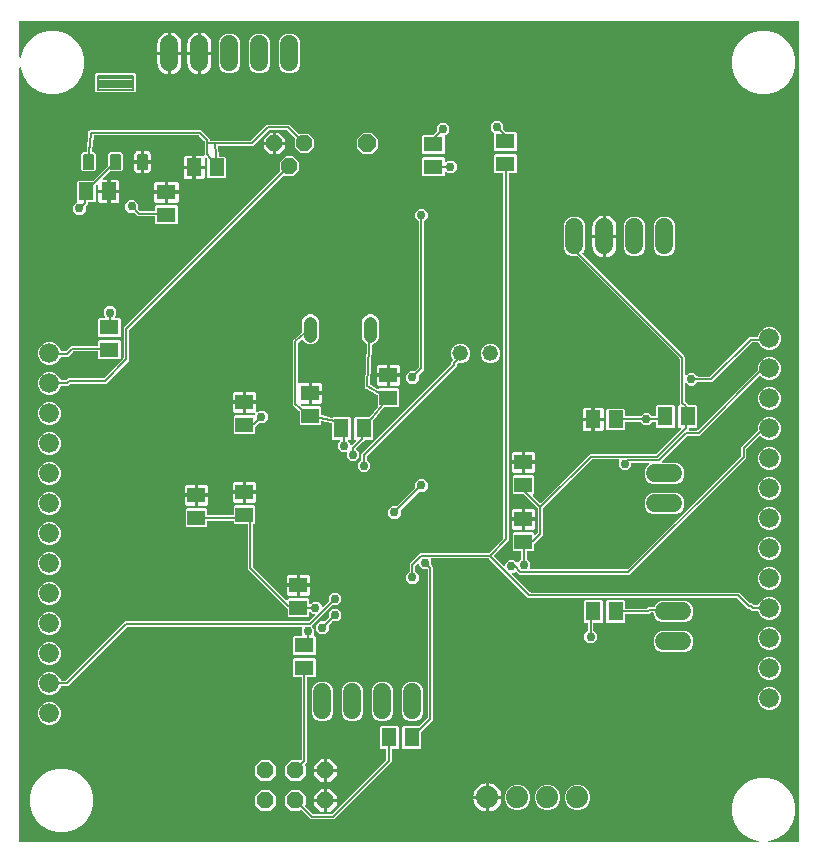
<source format=gbr>
G04 EAGLE Gerber RS-274X export*
G75*
%MOMM*%
%FSLAX34Y34*%
%LPD*%
%INBottom Copper*%
%IPPOS*%
%AMOC8*
5,1,8,0,0,1.08239X$1,22.5*%
G01*
%ADD10R,1.300000X1.500000*%
%ADD11R,1.500000X1.300000*%
%ADD12P,1.539592X8X22.500000*%
%ADD13C,1.524000*%
%ADD14C,1.676400*%
%ADD15C,1.117600*%
%ADD16C,1.320800*%
%ADD17R,1.600000X1.300000*%
%ADD18R,1.300000X1.600000*%
%ADD19C,1.879600*%
%ADD20P,1.429621X8X202.500000*%
%ADD21C,0.139500*%
%ADD22C,0.196500*%
%ADD23P,1.649562X8X22.500000*%
%ADD24C,0.152400*%
%ADD25C,0.756400*%

G36*
X635545Y10165D02*
X635545Y10165D01*
X635568Y10162D01*
X635665Y10184D01*
X635764Y10200D01*
X635785Y10212D01*
X635808Y10217D01*
X635893Y10269D01*
X635981Y10316D01*
X635997Y10333D01*
X636018Y10346D01*
X636082Y10422D01*
X636150Y10494D01*
X636160Y10516D01*
X636176Y10534D01*
X636212Y10627D01*
X636254Y10717D01*
X636257Y10741D01*
X636265Y10763D01*
X636270Y10863D01*
X636281Y10961D01*
X636276Y10985D01*
X636277Y11009D01*
X636250Y11105D01*
X636229Y11202D01*
X636216Y11222D01*
X636210Y11246D01*
X636154Y11328D01*
X636103Y11413D01*
X636084Y11429D01*
X636071Y11448D01*
X635991Y11508D01*
X635916Y11573D01*
X635893Y11582D01*
X635874Y11596D01*
X635718Y11657D01*
X629785Y13247D01*
X623704Y16758D01*
X618738Y21724D01*
X615227Y27805D01*
X613409Y34589D01*
X613409Y41611D01*
X615227Y48395D01*
X618738Y54476D01*
X623704Y59442D01*
X629785Y62953D01*
X636569Y64771D01*
X643591Y64771D01*
X650375Y62953D01*
X656456Y59442D01*
X661422Y54476D01*
X664933Y48395D01*
X666751Y41611D01*
X666751Y34589D01*
X664933Y27805D01*
X661422Y21724D01*
X656456Y16758D01*
X650375Y13247D01*
X644442Y11657D01*
X644420Y11647D01*
X644396Y11643D01*
X644309Y11597D01*
X644218Y11556D01*
X644200Y11540D01*
X644179Y11528D01*
X644111Y11456D01*
X644038Y11389D01*
X644026Y11368D01*
X644010Y11350D01*
X643968Y11260D01*
X643920Y11173D01*
X643916Y11149D01*
X643906Y11127D01*
X643895Y11028D01*
X643878Y10930D01*
X643882Y10906D01*
X643879Y10883D01*
X643900Y10785D01*
X643915Y10687D01*
X643926Y10666D01*
X643931Y10642D01*
X643982Y10557D01*
X644028Y10468D01*
X644045Y10452D01*
X644057Y10431D01*
X644133Y10366D01*
X644204Y10297D01*
X644226Y10287D01*
X644244Y10271D01*
X644337Y10234D01*
X644426Y10191D01*
X644450Y10188D01*
X644473Y10179D01*
X644639Y10161D01*
X669038Y10161D01*
X669058Y10164D01*
X669077Y10162D01*
X669179Y10184D01*
X669281Y10200D01*
X669298Y10210D01*
X669318Y10214D01*
X669407Y10267D01*
X669498Y10316D01*
X669512Y10330D01*
X669529Y10340D01*
X669596Y10419D01*
X669668Y10494D01*
X669676Y10512D01*
X669689Y10527D01*
X669728Y10623D01*
X669771Y10717D01*
X669773Y10737D01*
X669781Y10755D01*
X669799Y10922D01*
X669799Y705258D01*
X669796Y705278D01*
X669798Y705297D01*
X669776Y705399D01*
X669760Y705501D01*
X669750Y705518D01*
X669746Y705538D01*
X669693Y705627D01*
X669644Y705718D01*
X669630Y705732D01*
X669620Y705749D01*
X669541Y705816D01*
X669466Y705888D01*
X669448Y705896D01*
X669433Y705909D01*
X669337Y705948D01*
X669243Y705991D01*
X669223Y705993D01*
X669205Y706001D01*
X669038Y706019D01*
X10922Y706019D01*
X10902Y706016D01*
X10883Y706018D01*
X10781Y705996D01*
X10679Y705980D01*
X10662Y705970D01*
X10642Y705966D01*
X10553Y705913D01*
X10462Y705864D01*
X10448Y705850D01*
X10431Y705840D01*
X10364Y705761D01*
X10292Y705686D01*
X10284Y705668D01*
X10271Y705653D01*
X10232Y705557D01*
X10189Y705463D01*
X10187Y705443D01*
X10179Y705425D01*
X10161Y705258D01*
X10161Y675119D01*
X10165Y675095D01*
X10162Y675072D01*
X10184Y674975D01*
X10200Y674876D01*
X10212Y674855D01*
X10217Y674832D01*
X10269Y674747D01*
X10316Y674659D01*
X10333Y674643D01*
X10346Y674622D01*
X10422Y674558D01*
X10494Y674490D01*
X10516Y674480D01*
X10534Y674464D01*
X10627Y674428D01*
X10717Y674386D01*
X10741Y674383D01*
X10763Y674375D01*
X10863Y674370D01*
X10961Y674359D01*
X10985Y674364D01*
X11009Y674363D01*
X11105Y674390D01*
X11202Y674411D01*
X11222Y674424D01*
X11246Y674430D01*
X11328Y674486D01*
X11413Y674537D01*
X11429Y674556D01*
X11448Y674569D01*
X11508Y674649D01*
X11573Y674724D01*
X11582Y674747D01*
X11596Y674766D01*
X11657Y674922D01*
X13247Y680855D01*
X16758Y686936D01*
X21724Y691902D01*
X27805Y695413D01*
X34589Y697231D01*
X41611Y697231D01*
X48395Y695413D01*
X54476Y691902D01*
X59442Y686936D01*
X62953Y680855D01*
X64771Y674071D01*
X64771Y667049D01*
X62953Y660265D01*
X59442Y654184D01*
X54476Y649218D01*
X48395Y645707D01*
X41611Y643889D01*
X34589Y643889D01*
X27805Y645707D01*
X21724Y649218D01*
X16758Y654184D01*
X13247Y660265D01*
X11657Y666198D01*
X11647Y666220D01*
X11643Y666244D01*
X11597Y666331D01*
X11556Y666422D01*
X11540Y666440D01*
X11528Y666461D01*
X11456Y666529D01*
X11389Y666602D01*
X11368Y666614D01*
X11350Y666630D01*
X11260Y666672D01*
X11173Y666720D01*
X11149Y666724D01*
X11127Y666734D01*
X11028Y666745D01*
X10930Y666762D01*
X10906Y666758D01*
X10883Y666761D01*
X10785Y666740D01*
X10687Y666725D01*
X10666Y666714D01*
X10642Y666709D01*
X10557Y666658D01*
X10468Y666612D01*
X10452Y666595D01*
X10431Y666583D01*
X10366Y666507D01*
X10297Y666436D01*
X10287Y666414D01*
X10271Y666396D01*
X10234Y666303D01*
X10191Y666214D01*
X10188Y666190D01*
X10179Y666167D01*
X10161Y666001D01*
X10161Y10922D01*
X10164Y10902D01*
X10162Y10883D01*
X10184Y10781D01*
X10200Y10679D01*
X10210Y10662D01*
X10214Y10642D01*
X10267Y10553D01*
X10316Y10462D01*
X10330Y10448D01*
X10340Y10431D01*
X10419Y10364D01*
X10494Y10292D01*
X10512Y10284D01*
X10527Y10271D01*
X10623Y10232D01*
X10717Y10189D01*
X10737Y10187D01*
X10755Y10179D01*
X10922Y10161D01*
X635521Y10161D01*
X635545Y10165D01*
G37*
%LPC*%
G36*
X335108Y89535D02*
X335108Y89535D01*
X334215Y90428D01*
X334215Y107692D01*
X335108Y108585D01*
X348215Y108585D01*
X348306Y108599D01*
X348396Y108607D01*
X348426Y108619D01*
X348458Y108624D01*
X348539Y108667D01*
X348623Y108703D01*
X348655Y108729D01*
X348676Y108740D01*
X348698Y108763D01*
X348754Y108808D01*
X355630Y115684D01*
X355683Y115758D01*
X355743Y115828D01*
X355755Y115858D01*
X355774Y115884D01*
X355801Y115971D01*
X355835Y116056D01*
X355839Y116097D01*
X355846Y116119D01*
X355845Y116151D01*
X355853Y116223D01*
X355853Y240820D01*
X355850Y240839D01*
X355852Y240859D01*
X355830Y240961D01*
X355814Y241063D01*
X355804Y241080D01*
X355800Y241100D01*
X355747Y241189D01*
X355698Y241280D01*
X355684Y241294D01*
X355674Y241311D01*
X355595Y241378D01*
X355520Y241450D01*
X355502Y241458D01*
X355487Y241471D01*
X355391Y241510D01*
X355297Y241553D01*
X355277Y241555D01*
X355259Y241563D01*
X355092Y241581D01*
X351370Y241581D01*
X348261Y244690D01*
X348261Y245654D01*
X348250Y245724D01*
X348248Y245796D01*
X348230Y245845D01*
X348222Y245896D01*
X348188Y245960D01*
X348163Y246027D01*
X348131Y246068D01*
X348106Y246114D01*
X348054Y246163D01*
X348010Y246219D01*
X347966Y246247D01*
X347928Y246283D01*
X347863Y246313D01*
X347803Y246352D01*
X347752Y246365D01*
X347705Y246387D01*
X347634Y246395D01*
X347564Y246412D01*
X347512Y246408D01*
X347461Y246414D01*
X347390Y246399D01*
X347319Y246393D01*
X347271Y246373D01*
X347220Y246362D01*
X347159Y246325D01*
X347093Y246297D01*
X347037Y246252D01*
X347009Y246235D01*
X346994Y246218D01*
X346962Y246192D01*
X345410Y244640D01*
X345357Y244566D01*
X345297Y244496D01*
X345285Y244466D01*
X345266Y244440D01*
X345239Y244353D01*
X345205Y244268D01*
X345201Y244227D01*
X345194Y244205D01*
X345195Y244173D01*
X345187Y244101D01*
X345187Y240229D01*
X345201Y240139D01*
X345209Y240048D01*
X345221Y240019D01*
X345226Y239987D01*
X345269Y239906D01*
X345305Y239822D01*
X345331Y239790D01*
X345342Y239769D01*
X345365Y239747D01*
X345410Y239691D01*
X348207Y236894D01*
X348207Y232498D01*
X345098Y229389D01*
X340702Y229389D01*
X337593Y232498D01*
X337593Y236894D01*
X340390Y239691D01*
X340443Y239765D01*
X340503Y239835D01*
X340515Y239865D01*
X340534Y239891D01*
X340561Y239978D01*
X340595Y240063D01*
X340599Y240104D01*
X340606Y240126D01*
X340605Y240158D01*
X340613Y240229D01*
X340613Y246311D01*
X349573Y255271D01*
X407169Y255271D01*
X407260Y255285D01*
X407350Y255293D01*
X407380Y255305D01*
X407412Y255310D01*
X407493Y255353D01*
X407577Y255389D01*
X407609Y255415D01*
X407630Y255426D01*
X407641Y255437D01*
X407642Y255438D01*
X407654Y255451D01*
X407708Y255494D01*
X419638Y267424D01*
X419691Y267498D01*
X419751Y267568D01*
X419763Y267598D01*
X419782Y267624D01*
X419809Y267711D01*
X419843Y267796D01*
X419847Y267837D01*
X419854Y267859D01*
X419853Y267891D01*
X419861Y267963D01*
X419861Y576074D01*
X419858Y576094D01*
X419860Y576113D01*
X419838Y576215D01*
X419822Y576317D01*
X419812Y576334D01*
X419808Y576354D01*
X419755Y576443D01*
X419706Y576534D01*
X419692Y576548D01*
X419682Y576565D01*
X419603Y576632D01*
X419528Y576704D01*
X419510Y576712D01*
X419495Y576725D01*
X419399Y576764D01*
X419305Y576807D01*
X419285Y576809D01*
X419267Y576817D01*
X419100Y576835D01*
X413008Y576835D01*
X412115Y577728D01*
X412115Y591992D01*
X413008Y592885D01*
X430272Y592885D01*
X431165Y591992D01*
X431165Y577728D01*
X430272Y576835D01*
X425196Y576835D01*
X425176Y576832D01*
X425157Y576834D01*
X425055Y576812D01*
X424953Y576796D01*
X424936Y576786D01*
X424916Y576782D01*
X424827Y576729D01*
X424736Y576680D01*
X424722Y576666D01*
X424705Y576656D01*
X424638Y576577D01*
X424566Y576502D01*
X424558Y576484D01*
X424545Y576469D01*
X424506Y576373D01*
X424463Y576279D01*
X424461Y576259D01*
X424453Y576241D01*
X424435Y576074D01*
X424435Y265753D01*
X412204Y253522D01*
X412193Y253506D01*
X412177Y253494D01*
X412147Y253447D01*
X412128Y253428D01*
X412114Y253397D01*
X412061Y253323D01*
X412055Y253304D01*
X412044Y253287D01*
X412019Y253186D01*
X411988Y253087D01*
X411989Y253068D01*
X411984Y253048D01*
X411992Y252945D01*
X411995Y252842D01*
X412002Y252823D01*
X412003Y252803D01*
X412043Y252708D01*
X412079Y252611D01*
X412092Y252595D01*
X412099Y252577D01*
X412204Y252446D01*
X420114Y244536D01*
X420172Y244494D01*
X420224Y244445D01*
X420271Y244423D01*
X420313Y244393D01*
X420382Y244372D01*
X420447Y244341D01*
X420499Y244336D01*
X420549Y244320D01*
X420620Y244322D01*
X420691Y244314D01*
X420742Y244325D01*
X420794Y244327D01*
X420862Y244351D01*
X420932Y244366D01*
X420976Y244393D01*
X421025Y244411D01*
X421081Y244456D01*
X421143Y244493D01*
X421177Y244532D01*
X421217Y244565D01*
X421256Y244625D01*
X421303Y244680D01*
X421322Y244728D01*
X421350Y244772D01*
X421368Y244841D01*
X421395Y244908D01*
X421403Y244979D01*
X421411Y245010D01*
X421409Y245034D01*
X421413Y245074D01*
X421413Y246038D01*
X424522Y249147D01*
X428918Y249147D01*
X430782Y247283D01*
X430840Y247241D01*
X430892Y247192D01*
X430939Y247170D01*
X430981Y247140D01*
X431050Y247118D01*
X431115Y247088D01*
X431167Y247083D01*
X431217Y247067D01*
X431288Y247069D01*
X431359Y247061D01*
X431410Y247072D01*
X431462Y247074D01*
X431530Y247098D01*
X431600Y247113D01*
X431645Y247140D01*
X431693Y247158D01*
X431749Y247203D01*
X431811Y247240D01*
X431845Y247279D01*
X431885Y247312D01*
X431924Y247372D01*
X431971Y247427D01*
X431988Y247469D01*
X434878Y250359D01*
X434931Y250433D01*
X434991Y250503D01*
X435003Y250533D01*
X435022Y250559D01*
X435049Y250646D01*
X435083Y250731D01*
X435087Y250772D01*
X435094Y250794D01*
X435093Y250826D01*
X435101Y250897D01*
X435101Y256034D01*
X435098Y256054D01*
X435100Y256073D01*
X435078Y256175D01*
X435062Y256277D01*
X435052Y256294D01*
X435048Y256314D01*
X434995Y256403D01*
X434946Y256494D01*
X434932Y256508D01*
X434922Y256525D01*
X434843Y256592D01*
X434768Y256664D01*
X434750Y256672D01*
X434735Y256685D01*
X434639Y256724D01*
X434545Y256767D01*
X434525Y256769D01*
X434507Y256777D01*
X434340Y256795D01*
X428748Y256795D01*
X427855Y257688D01*
X427855Y271952D01*
X428748Y272845D01*
X445012Y272845D01*
X445905Y271952D01*
X445905Y271144D01*
X445916Y271074D01*
X445918Y271002D01*
X445936Y270953D01*
X445944Y270902D01*
X445978Y270838D01*
X446003Y270771D01*
X446035Y270730D01*
X446060Y270684D01*
X446112Y270635D01*
X446156Y270579D01*
X446200Y270551D01*
X446238Y270515D01*
X446303Y270485D01*
X446363Y270446D01*
X446414Y270433D01*
X446461Y270411D01*
X446532Y270403D01*
X446602Y270386D01*
X446654Y270390D01*
X446705Y270384D01*
X446776Y270399D01*
X446847Y270405D01*
X446895Y270425D01*
X446946Y270436D01*
X447007Y270473D01*
X447073Y270501D01*
X447129Y270546D01*
X447157Y270563D01*
X447172Y270580D01*
X447204Y270606D01*
X448594Y271996D01*
X448647Y272070D01*
X448707Y272140D01*
X448719Y272170D01*
X448738Y272196D01*
X448765Y272283D01*
X448799Y272368D01*
X448803Y272409D01*
X448810Y272431D01*
X448809Y272463D01*
X448817Y272535D01*
X448817Y292870D01*
X448803Y292960D01*
X448795Y293051D01*
X448783Y293080D01*
X448778Y293112D01*
X448735Y293193D01*
X448699Y293277D01*
X448673Y293309D01*
X448662Y293330D01*
X448639Y293352D01*
X448594Y293408D01*
X437170Y304832D01*
X437096Y304885D01*
X437026Y304945D01*
X436996Y304957D01*
X436970Y304976D01*
X436883Y305003D01*
X436798Y305037D01*
X436757Y305041D01*
X436735Y305048D01*
X436703Y305047D01*
X436632Y305055D01*
X428748Y305055D01*
X427855Y305948D01*
X427855Y320212D01*
X428748Y321105D01*
X445012Y321105D01*
X445905Y320212D01*
X445905Y305948D01*
X444934Y304977D01*
X444879Y304957D01*
X444838Y304925D01*
X444792Y304900D01*
X444743Y304849D01*
X444687Y304804D01*
X444659Y304760D01*
X444623Y304722D01*
X444593Y304657D01*
X444554Y304597D01*
X444541Y304546D01*
X444519Y304499D01*
X444511Y304428D01*
X444494Y304358D01*
X444498Y304306D01*
X444492Y304255D01*
X444507Y304184D01*
X444513Y304113D01*
X444533Y304065D01*
X444544Y304014D01*
X444581Y303953D01*
X444609Y303887D01*
X444654Y303831D01*
X444671Y303803D01*
X444688Y303788D01*
X444714Y303756D01*
X450566Y297904D01*
X450582Y297893D01*
X450594Y297877D01*
X450682Y297821D01*
X450765Y297761D01*
X450784Y297755D01*
X450801Y297744D01*
X450902Y297719D01*
X451001Y297688D01*
X451020Y297689D01*
X451040Y297684D01*
X451143Y297692D01*
X451246Y297695D01*
X451265Y297702D01*
X451285Y297703D01*
X451380Y297743D01*
X451477Y297779D01*
X451493Y297792D01*
X451511Y297799D01*
X451642Y297904D01*
X492829Y339091D01*
X548901Y339091D01*
X548992Y339105D01*
X549082Y339113D01*
X549112Y339125D01*
X549144Y339130D01*
X549225Y339173D01*
X549309Y339209D01*
X549341Y339235D01*
X549362Y339246D01*
X549384Y339269D01*
X549440Y339314D01*
X570142Y360016D01*
X570184Y360074D01*
X570233Y360126D01*
X570255Y360173D01*
X570285Y360215D01*
X570306Y360284D01*
X570337Y360349D01*
X570342Y360401D01*
X570358Y360451D01*
X570356Y360522D01*
X570364Y360593D01*
X570353Y360644D01*
X570351Y360696D01*
X570327Y360764D01*
X570312Y360834D01*
X570285Y360879D01*
X570267Y360927D01*
X570222Y360983D01*
X570185Y361045D01*
X570146Y361079D01*
X570113Y361119D01*
X570053Y361158D01*
X569998Y361205D01*
X569950Y361224D01*
X569906Y361252D01*
X569837Y361270D01*
X569770Y361297D01*
X569699Y361305D01*
X569668Y361313D01*
X569644Y361311D01*
X569604Y361315D01*
X568788Y361315D01*
X567895Y362208D01*
X567895Y379472D01*
X568828Y380404D01*
X568830Y380404D01*
X568894Y380438D01*
X568961Y380463D01*
X569002Y380495D01*
X569048Y380520D01*
X569097Y380572D01*
X569153Y380616D01*
X569181Y380660D01*
X569217Y380698D01*
X569247Y380763D01*
X569286Y380823D01*
X569299Y380874D01*
X569321Y380921D01*
X569329Y380992D01*
X569346Y381062D01*
X569342Y381114D01*
X569348Y381165D01*
X569333Y381236D01*
X569327Y381307D01*
X569307Y381355D01*
X569296Y381406D01*
X569259Y381467D01*
X569231Y381533D01*
X569213Y381555D01*
X569213Y419361D01*
X569199Y419452D01*
X569191Y419542D01*
X569179Y419572D01*
X569174Y419604D01*
X569131Y419685D01*
X569095Y419769D01*
X569069Y419801D01*
X569058Y419822D01*
X569035Y419844D01*
X568990Y419900D01*
X482618Y506273D01*
X482524Y506340D01*
X482429Y506411D01*
X482423Y506413D01*
X482418Y506416D01*
X482307Y506450D01*
X482195Y506487D01*
X482189Y506487D01*
X482183Y506488D01*
X482066Y506485D01*
X481949Y506484D01*
X481942Y506482D01*
X481937Y506482D01*
X481920Y506476D01*
X481918Y506475D01*
X478241Y506475D01*
X474880Y507867D01*
X472307Y510440D01*
X470915Y513801D01*
X470915Y532679D01*
X472307Y536040D01*
X474880Y538613D01*
X478241Y540005D01*
X481879Y540005D01*
X485240Y538613D01*
X487813Y536040D01*
X489205Y532679D01*
X489205Y513801D01*
X487813Y510440D01*
X486904Y509531D01*
X486892Y509515D01*
X486876Y509502D01*
X486820Y509415D01*
X486760Y509331D01*
X486754Y509312D01*
X486743Y509295D01*
X486718Y509195D01*
X486688Y509096D01*
X486688Y509076D01*
X486683Y509057D01*
X486691Y508954D01*
X486694Y508850D01*
X486701Y508831D01*
X486702Y508812D01*
X486743Y508717D01*
X486778Y508619D01*
X486791Y508604D01*
X486799Y508585D01*
X486904Y508454D01*
X573787Y421571D01*
X573787Y406345D01*
X573798Y406275D01*
X573800Y406203D01*
X573818Y406154D01*
X573826Y406103D01*
X573860Y406039D01*
X573885Y405972D01*
X573917Y405931D01*
X573942Y405885D01*
X573994Y405836D01*
X574038Y405780D01*
X574082Y405752D01*
X574120Y405716D01*
X574185Y405686D01*
X574245Y405647D01*
X574296Y405634D01*
X574343Y405612D01*
X574414Y405604D01*
X574484Y405587D01*
X574536Y405591D01*
X574587Y405585D01*
X574658Y405600D01*
X574729Y405606D01*
X574777Y405626D01*
X574828Y405637D01*
X574889Y405674D01*
X574955Y405702D01*
X575011Y405747D01*
X575039Y405764D01*
X575054Y405781D01*
X575086Y405807D01*
X576922Y407643D01*
X581318Y407643D01*
X584115Y404846D01*
X584189Y404793D01*
X584259Y404733D01*
X584289Y404721D01*
X584315Y404702D01*
X584402Y404675D01*
X584487Y404641D01*
X584528Y404637D01*
X584550Y404630D01*
X584582Y404631D01*
X584653Y404623D01*
X594621Y404623D01*
X594712Y404637D01*
X594802Y404645D01*
X594832Y404657D01*
X594864Y404662D01*
X594945Y404705D01*
X595029Y404741D01*
X595061Y404767D01*
X595082Y404778D01*
X595104Y404801D01*
X595160Y404846D01*
X628465Y438151D01*
X634492Y438151D01*
X634512Y438154D01*
X634531Y438152D01*
X634633Y438174D01*
X634735Y438190D01*
X634752Y438200D01*
X634772Y438204D01*
X634861Y438257D01*
X634952Y438306D01*
X634966Y438320D01*
X634983Y438330D01*
X635050Y438409D01*
X635122Y438484D01*
X635130Y438502D01*
X635143Y438517D01*
X635182Y438613D01*
X635225Y438707D01*
X635227Y438727D01*
X635235Y438745D01*
X635244Y438828D01*
X636761Y442492D01*
X639548Y445279D01*
X643189Y446787D01*
X647131Y446787D01*
X650772Y445279D01*
X653559Y442492D01*
X655067Y438851D01*
X655067Y434909D01*
X653559Y431268D01*
X650772Y428481D01*
X647131Y426973D01*
X643189Y426973D01*
X639548Y428481D01*
X636761Y431268D01*
X636000Y433107D01*
X635938Y433207D01*
X635878Y433307D01*
X635873Y433311D01*
X635870Y433316D01*
X635780Y433391D01*
X635691Y433467D01*
X635685Y433469D01*
X635681Y433473D01*
X635572Y433515D01*
X635463Y433559D01*
X635456Y433560D01*
X635451Y433561D01*
X635433Y433562D01*
X635296Y433577D01*
X630675Y433577D01*
X630584Y433563D01*
X630494Y433555D01*
X630464Y433543D01*
X630432Y433538D01*
X630351Y433495D01*
X630267Y433459D01*
X630235Y433433D01*
X630214Y433422D01*
X630192Y433399D01*
X630136Y433354D01*
X596831Y400049D01*
X584653Y400049D01*
X584563Y400035D01*
X584472Y400027D01*
X584443Y400015D01*
X584411Y400010D01*
X584330Y399967D01*
X584246Y399931D01*
X584214Y399905D01*
X584193Y399894D01*
X584171Y399871D01*
X584115Y399826D01*
X581318Y397029D01*
X576922Y397029D01*
X575086Y398865D01*
X575028Y398907D01*
X574976Y398956D01*
X574929Y398978D01*
X574887Y399008D01*
X574818Y399030D01*
X574753Y399060D01*
X574701Y399065D01*
X574651Y399081D01*
X574580Y399079D01*
X574509Y399087D01*
X574458Y399076D01*
X574406Y399074D01*
X574338Y399050D01*
X574268Y399035D01*
X574223Y399008D01*
X574175Y398990D01*
X574119Y398945D01*
X574057Y398908D01*
X574023Y398869D01*
X573983Y398836D01*
X573944Y398776D01*
X573897Y398721D01*
X573878Y398673D01*
X573850Y398629D01*
X573832Y398560D01*
X573805Y398493D01*
X573797Y398422D01*
X573789Y398391D01*
X573791Y398368D01*
X573787Y398327D01*
X573787Y383787D01*
X573801Y383696D01*
X573809Y383606D01*
X573821Y383576D01*
X573826Y383544D01*
X573869Y383463D01*
X573905Y383379D01*
X573931Y383347D01*
X573942Y383326D01*
X573965Y383304D01*
X574010Y383248D01*
X576670Y380588D01*
X576744Y380535D01*
X576814Y380475D01*
X576844Y380463D01*
X576870Y380444D01*
X576957Y380417D01*
X577042Y380383D01*
X577083Y380379D01*
X577105Y380372D01*
X577137Y380373D01*
X577209Y380365D01*
X583052Y380365D01*
X583945Y379472D01*
X583945Y362208D01*
X583052Y361315D01*
X577596Y361315D01*
X577576Y361312D01*
X577557Y361314D01*
X577455Y361292D01*
X577353Y361276D01*
X577336Y361266D01*
X577316Y361262D01*
X577227Y361209D01*
X577136Y361160D01*
X577122Y361146D01*
X577105Y361136D01*
X577038Y361057D01*
X576966Y360982D01*
X576958Y360964D01*
X576945Y360949D01*
X576906Y360853D01*
X576863Y360759D01*
X576861Y360739D01*
X576853Y360721D01*
X576835Y360554D01*
X576835Y360241D01*
X576796Y360202D01*
X576754Y360144D01*
X576705Y360092D01*
X576683Y360045D01*
X576653Y360003D01*
X576632Y359934D01*
X576601Y359869D01*
X576596Y359817D01*
X576580Y359767D01*
X576582Y359696D01*
X576574Y359625D01*
X576585Y359574D01*
X576587Y359522D01*
X576611Y359454D01*
X576626Y359384D01*
X576653Y359339D01*
X576671Y359291D01*
X576716Y359235D01*
X576753Y359173D01*
X576792Y359139D01*
X576825Y359099D01*
X576885Y359060D01*
X576940Y359013D01*
X576988Y358994D01*
X577032Y358966D01*
X577101Y358948D01*
X577168Y358921D01*
X577239Y358913D01*
X577270Y358905D01*
X577294Y358907D01*
X577334Y358903D01*
X583953Y358903D01*
X584044Y358917D01*
X584134Y358925D01*
X584164Y358937D01*
X584196Y358942D01*
X584277Y358985D01*
X584361Y359021D01*
X584393Y359047D01*
X584414Y359058D01*
X584436Y359081D01*
X584492Y359126D01*
X635030Y409664D01*
X635083Y409738D01*
X635143Y409808D01*
X635155Y409838D01*
X635174Y409864D01*
X635201Y409951D01*
X635235Y410036D01*
X635239Y410077D01*
X635246Y410099D01*
X635245Y410131D01*
X635253Y410203D01*
X635253Y413451D01*
X636761Y417092D01*
X639548Y419879D01*
X643189Y421387D01*
X647131Y421387D01*
X650772Y419879D01*
X653559Y417092D01*
X655067Y413451D01*
X655067Y409509D01*
X653559Y405868D01*
X650772Y403081D01*
X647131Y401573D01*
X643189Y401573D01*
X639548Y403081D01*
X637770Y404860D01*
X637754Y404871D01*
X637742Y404887D01*
X637654Y404943D01*
X637570Y405003D01*
X637551Y405009D01*
X637535Y405020D01*
X637434Y405045D01*
X637335Y405076D01*
X637315Y405075D01*
X637296Y405080D01*
X637193Y405072D01*
X637089Y405069D01*
X637071Y405062D01*
X637051Y405061D01*
X636956Y405020D01*
X636858Y404985D01*
X636843Y404972D01*
X636825Y404964D01*
X636694Y404860D01*
X586163Y354329D01*
X575811Y354329D01*
X575720Y354315D01*
X575630Y354307D01*
X575600Y354295D01*
X575568Y354290D01*
X575487Y354247D01*
X575403Y354211D01*
X575371Y354185D01*
X575350Y354174D01*
X575328Y354151D01*
X575272Y354106D01*
X554190Y333024D01*
X554148Y332966D01*
X554099Y332914D01*
X554077Y332867D01*
X554047Y332825D01*
X554026Y332756D01*
X553995Y332691D01*
X553990Y332639D01*
X553974Y332589D01*
X553976Y332518D01*
X553968Y332447D01*
X553979Y332396D01*
X553981Y332344D01*
X554005Y332276D01*
X554020Y332206D01*
X554047Y332161D01*
X554065Y332113D01*
X554110Y332057D01*
X554147Y331995D01*
X554186Y331961D01*
X554219Y331921D01*
X554279Y331882D01*
X554334Y331835D01*
X554382Y331816D01*
X554426Y331788D01*
X554495Y331770D01*
X554562Y331743D01*
X554633Y331735D01*
X554664Y331727D01*
X554688Y331729D01*
X554728Y331725D01*
X565699Y331725D01*
X569060Y330333D01*
X571633Y327760D01*
X573025Y324399D01*
X573025Y320761D01*
X571633Y317400D01*
X569060Y314827D01*
X565699Y313435D01*
X546821Y313435D01*
X543460Y314827D01*
X540887Y317400D01*
X539495Y320761D01*
X539495Y324399D01*
X540887Y327760D01*
X543297Y330170D01*
X543339Y330228D01*
X543388Y330280D01*
X543410Y330327D01*
X543441Y330369D01*
X543462Y330438D01*
X543492Y330503D01*
X543498Y330555D01*
X543513Y330605D01*
X543511Y330676D01*
X543519Y330747D01*
X543508Y330798D01*
X543507Y330850D01*
X543482Y330918D01*
X543467Y330988D01*
X543440Y331033D01*
X543422Y331081D01*
X543377Y331137D01*
X543341Y331199D01*
X543301Y331233D01*
X543269Y331273D01*
X543208Y331312D01*
X543154Y331359D01*
X543105Y331378D01*
X543062Y331406D01*
X542992Y331424D01*
X542926Y331451D01*
X542854Y331459D01*
X542823Y331467D01*
X542800Y331465D01*
X542759Y331469D01*
X528800Y331469D01*
X528780Y331466D01*
X528761Y331468D01*
X528659Y331446D01*
X528557Y331430D01*
X528540Y331420D01*
X528520Y331416D01*
X528431Y331363D01*
X528340Y331314D01*
X528326Y331300D01*
X528309Y331290D01*
X528242Y331211D01*
X528170Y331136D01*
X528162Y331118D01*
X528149Y331103D01*
X528110Y331007D01*
X528067Y330913D01*
X528065Y330893D01*
X528057Y330875D01*
X528039Y330708D01*
X528039Y328510D01*
X524930Y325401D01*
X520534Y325401D01*
X517425Y328510D01*
X517425Y332906D01*
X517737Y333218D01*
X517779Y333276D01*
X517828Y333328D01*
X517850Y333375D01*
X517880Y333417D01*
X517902Y333486D01*
X517932Y333551D01*
X517937Y333603D01*
X517953Y333653D01*
X517951Y333724D01*
X517959Y333795D01*
X517948Y333846D01*
X517946Y333898D01*
X517922Y333966D01*
X517907Y334036D01*
X517880Y334081D01*
X517862Y334129D01*
X517817Y334185D01*
X517780Y334247D01*
X517741Y334281D01*
X517708Y334321D01*
X517648Y334360D01*
X517593Y334407D01*
X517545Y334426D01*
X517501Y334454D01*
X517432Y334472D01*
X517365Y334499D01*
X517294Y334507D01*
X517263Y334515D01*
X517240Y334513D01*
X517199Y334517D01*
X495039Y334517D01*
X494948Y334503D01*
X494858Y334495D01*
X494828Y334483D01*
X494796Y334478D01*
X494715Y334435D01*
X494631Y334399D01*
X494599Y334373D01*
X494578Y334362D01*
X494556Y334339D01*
X494500Y334294D01*
X453614Y293408D01*
X453561Y293334D01*
X453501Y293264D01*
X453489Y293234D01*
X453470Y293208D01*
X453443Y293121D01*
X453409Y293036D01*
X453405Y292995D01*
X453398Y292973D01*
X453399Y292941D01*
X453391Y292870D01*
X453391Y270325D01*
X446128Y263062D01*
X446075Y262988D01*
X446015Y262918D01*
X446003Y262888D01*
X445984Y262862D01*
X445957Y262775D01*
X445923Y262690D01*
X445919Y262649D01*
X445912Y262627D01*
X445913Y262595D01*
X445905Y262523D01*
X445905Y257688D01*
X445012Y256795D01*
X440436Y256795D01*
X440416Y256792D01*
X440397Y256794D01*
X440295Y256772D01*
X440193Y256756D01*
X440176Y256746D01*
X440156Y256742D01*
X440067Y256689D01*
X439976Y256640D01*
X439962Y256626D01*
X439945Y256616D01*
X439878Y256537D01*
X439806Y256462D01*
X439798Y256444D01*
X439785Y256429D01*
X439746Y256333D01*
X439703Y256239D01*
X439701Y256219D01*
X439693Y256201D01*
X439675Y256034D01*
X439675Y250897D01*
X439689Y250807D01*
X439697Y250716D01*
X439709Y250687D01*
X439714Y250655D01*
X439757Y250574D01*
X439793Y250490D01*
X439819Y250458D01*
X439830Y250437D01*
X439853Y250415D01*
X439898Y250359D01*
X442695Y247562D01*
X442695Y243166D01*
X442383Y242854D01*
X442341Y242796D01*
X442292Y242744D01*
X442270Y242697D01*
X442240Y242655D01*
X442218Y242586D01*
X442188Y242521D01*
X442183Y242469D01*
X442167Y242419D01*
X442169Y242348D01*
X442161Y242277D01*
X442172Y242226D01*
X442174Y242174D01*
X442198Y242106D01*
X442213Y242036D01*
X442240Y241991D01*
X442258Y241943D01*
X442303Y241887D01*
X442340Y241825D01*
X442379Y241791D01*
X442412Y241751D01*
X442472Y241712D01*
X442527Y241665D01*
X442575Y241646D01*
X442619Y241618D01*
X442688Y241600D01*
X442755Y241573D01*
X442826Y241565D01*
X442857Y241557D01*
X442880Y241559D01*
X442921Y241555D01*
X524517Y241555D01*
X524608Y241569D01*
X524698Y241577D01*
X524728Y241589D01*
X524760Y241594D01*
X524841Y241637D01*
X524925Y241673D01*
X524957Y241699D01*
X524978Y241710D01*
X525000Y241733D01*
X525002Y241735D01*
X525004Y241736D01*
X525005Y241737D01*
X525056Y241778D01*
X620806Y337528D01*
X620859Y337602D01*
X620919Y337672D01*
X620931Y337702D01*
X620950Y337728D01*
X620977Y337815D01*
X621011Y337900D01*
X621015Y337941D01*
X621022Y337963D01*
X621021Y337995D01*
X621029Y338067D01*
X621029Y345371D01*
X635030Y359372D01*
X635083Y359446D01*
X635143Y359516D01*
X635155Y359546D01*
X635174Y359572D01*
X635201Y359659D01*
X635235Y359744D01*
X635239Y359785D01*
X635246Y359807D01*
X635245Y359839D01*
X635253Y359911D01*
X635253Y362651D01*
X636761Y366292D01*
X639548Y369079D01*
X643189Y370587D01*
X647131Y370587D01*
X650772Y369079D01*
X653559Y366292D01*
X655067Y362651D01*
X655067Y358709D01*
X653559Y355068D01*
X650772Y352281D01*
X647131Y350773D01*
X643189Y350773D01*
X639548Y352281D01*
X637516Y354314D01*
X637500Y354325D01*
X637487Y354341D01*
X637400Y354397D01*
X637316Y354457D01*
X637297Y354463D01*
X637281Y354474D01*
X637180Y354499D01*
X637081Y354530D01*
X637061Y354529D01*
X637042Y354534D01*
X636939Y354526D01*
X636835Y354523D01*
X636817Y354516D01*
X636797Y354515D01*
X636702Y354474D01*
X636604Y354439D01*
X636589Y354426D01*
X636571Y354418D01*
X636440Y354314D01*
X625826Y343700D01*
X625773Y343626D01*
X625713Y343556D01*
X625701Y343526D01*
X625682Y343500D01*
X625655Y343413D01*
X625621Y343328D01*
X625617Y343287D01*
X625610Y343265D01*
X625611Y343233D01*
X625603Y343161D01*
X625603Y335857D01*
X526727Y236981D01*
X433393Y236981D01*
X431830Y238544D01*
X430918Y239456D01*
X430902Y239468D01*
X430889Y239484D01*
X430802Y239540D01*
X430718Y239600D01*
X430699Y239606D01*
X430682Y239617D01*
X430582Y239642D01*
X430483Y239672D01*
X430463Y239672D01*
X430444Y239677D01*
X430341Y239669D01*
X430237Y239666D01*
X430218Y239659D01*
X430198Y239657D01*
X430104Y239617D01*
X430006Y239581D01*
X429990Y239569D01*
X429972Y239561D01*
X429841Y239456D01*
X428918Y238533D01*
X427954Y238533D01*
X427884Y238522D01*
X427812Y238520D01*
X427763Y238502D01*
X427712Y238494D01*
X427648Y238460D01*
X427581Y238435D01*
X427540Y238403D01*
X427494Y238378D01*
X427445Y238326D01*
X427389Y238282D01*
X427361Y238238D01*
X427325Y238200D01*
X427295Y238135D01*
X427256Y238075D01*
X427243Y238024D01*
X427221Y237977D01*
X427213Y237906D01*
X427196Y237836D01*
X427200Y237784D01*
X427194Y237733D01*
X427209Y237662D01*
X427215Y237591D01*
X427235Y237543D01*
X427246Y237492D01*
X427283Y237431D01*
X427311Y237365D01*
X427356Y237309D01*
X427373Y237281D01*
X427390Y237266D01*
X427416Y237234D01*
X442684Y221966D01*
X442758Y221913D01*
X442828Y221853D01*
X442858Y221841D01*
X442884Y221822D01*
X442971Y221795D01*
X443056Y221761D01*
X443097Y221757D01*
X443119Y221750D01*
X443151Y221751D01*
X443223Y221743D01*
X619691Y221743D01*
X628612Y212822D01*
X628686Y212769D01*
X628756Y212709D01*
X628786Y212697D01*
X628812Y212678D01*
X628899Y212651D01*
X628984Y212617D01*
X629025Y212613D01*
X629047Y212606D01*
X629079Y212607D01*
X629151Y212599D01*
X630359Y212599D01*
X631660Y211298D01*
X631734Y211245D01*
X631804Y211185D01*
X631834Y211173D01*
X631860Y211154D01*
X631947Y211127D01*
X632032Y211093D01*
X632073Y211089D01*
X632095Y211082D01*
X632127Y211083D01*
X632199Y211075D01*
X635086Y211075D01*
X635201Y211094D01*
X635317Y211111D01*
X635323Y211113D01*
X635329Y211114D01*
X635431Y211169D01*
X635536Y211222D01*
X635541Y211227D01*
X635546Y211230D01*
X635626Y211314D01*
X635708Y211398D01*
X635712Y211404D01*
X635715Y211408D01*
X635723Y211425D01*
X635789Y211545D01*
X636761Y213892D01*
X639548Y216679D01*
X643189Y218187D01*
X647131Y218187D01*
X650772Y216679D01*
X653559Y213892D01*
X655067Y210251D01*
X655067Y206309D01*
X653559Y202668D01*
X650772Y199881D01*
X647131Y198373D01*
X643189Y198373D01*
X639548Y199881D01*
X636761Y202668D01*
X635368Y206031D01*
X635307Y206131D01*
X635247Y206231D01*
X635242Y206235D01*
X635239Y206240D01*
X635149Y206315D01*
X635060Y206391D01*
X635054Y206393D01*
X635049Y206397D01*
X634941Y206439D01*
X634832Y206483D01*
X634824Y206484D01*
X634820Y206485D01*
X634801Y206486D01*
X634665Y206501D01*
X629989Y206501D01*
X628688Y207802D01*
X628614Y207855D01*
X628544Y207915D01*
X628514Y207927D01*
X628488Y207946D01*
X628401Y207973D01*
X628316Y208007D01*
X628275Y208011D01*
X628253Y208018D01*
X628221Y208017D01*
X628149Y208025D01*
X626941Y208025D01*
X618020Y216946D01*
X617946Y216999D01*
X617876Y217059D01*
X617846Y217071D01*
X617820Y217090D01*
X617733Y217117D01*
X617648Y217151D01*
X617607Y217155D01*
X617585Y217162D01*
X617553Y217161D01*
X617481Y217169D01*
X441013Y217169D01*
X407708Y250474D01*
X407634Y250527D01*
X407564Y250587D01*
X407534Y250599D01*
X407508Y250618D01*
X407421Y250645D01*
X407336Y250679D01*
X407295Y250683D01*
X407273Y250690D01*
X407241Y250689D01*
X407169Y250697D01*
X359101Y250697D01*
X359031Y250686D01*
X358959Y250684D01*
X358910Y250666D01*
X358859Y250658D01*
X358795Y250624D01*
X358728Y250599D01*
X358687Y250567D01*
X358641Y250542D01*
X358592Y250490D01*
X358536Y250446D01*
X358508Y250402D01*
X358472Y250364D01*
X358442Y250299D01*
X358403Y250239D01*
X358390Y250188D01*
X358368Y250141D01*
X358360Y250070D01*
X358343Y250000D01*
X358347Y249948D01*
X358341Y249897D01*
X358356Y249826D01*
X358362Y249755D01*
X358382Y249707D01*
X358393Y249656D01*
X358430Y249595D01*
X358458Y249529D01*
X358503Y249473D01*
X358520Y249445D01*
X358537Y249430D01*
X358563Y249398D01*
X358875Y249086D01*
X358875Y245131D01*
X358889Y245040D01*
X358897Y244950D01*
X358909Y244920D01*
X358914Y244888D01*
X358957Y244807D01*
X358993Y244723D01*
X359019Y244691D01*
X359030Y244670D01*
X359053Y244648D01*
X359098Y244592D01*
X360427Y243263D01*
X360427Y114013D01*
X350488Y104074D01*
X350435Y104000D01*
X350375Y103930D01*
X350363Y103900D01*
X350344Y103874D01*
X350317Y103787D01*
X350283Y103702D01*
X350279Y103661D01*
X350272Y103639D01*
X350273Y103607D01*
X350265Y103535D01*
X350265Y90428D01*
X349372Y89535D01*
X335108Y89535D01*
G37*
%LPD*%
%LPC*%
G36*
X33589Y134873D02*
X33589Y134873D01*
X29948Y136381D01*
X27161Y139168D01*
X25653Y142809D01*
X25653Y146751D01*
X27161Y150392D01*
X29948Y153179D01*
X33589Y154687D01*
X37531Y154687D01*
X41172Y153179D01*
X43959Y150392D01*
X45141Y147537D01*
X45203Y147437D01*
X45263Y147337D01*
X45267Y147333D01*
X45271Y147328D01*
X45361Y147253D01*
X45450Y147177D01*
X45455Y147175D01*
X45460Y147171D01*
X45569Y147129D01*
X45678Y147085D01*
X45685Y147084D01*
X45690Y147083D01*
X45708Y147082D01*
X45844Y147067D01*
X49030Y147067D01*
X49120Y147081D01*
X49211Y147089D01*
X49240Y147101D01*
X49272Y147106D01*
X49353Y147149D01*
X49437Y147185D01*
X49469Y147211D01*
X49490Y147222D01*
X49512Y147245D01*
X49568Y147290D01*
X99637Y197359D01*
X254769Y197359D01*
X254860Y197373D01*
X254950Y197381D01*
X254980Y197393D01*
X255012Y197398D01*
X255093Y197441D01*
X255177Y197477D01*
X255209Y197503D01*
X255230Y197514D01*
X255252Y197537D01*
X255308Y197582D01*
X259908Y202182D01*
X259950Y202240D01*
X259999Y202292D01*
X260021Y202339D01*
X260051Y202381D01*
X260072Y202450D01*
X260103Y202515D01*
X260108Y202567D01*
X260124Y202617D01*
X260122Y202688D01*
X260130Y202759D01*
X260119Y202810D01*
X260117Y202862D01*
X260093Y202930D01*
X260078Y203000D01*
X260051Y203045D01*
X260033Y203093D01*
X259988Y203149D01*
X259951Y203211D01*
X259912Y203245D01*
X259879Y203285D01*
X259819Y203324D01*
X259764Y203371D01*
X259716Y203390D01*
X259672Y203418D01*
X259603Y203436D01*
X259536Y203463D01*
X259465Y203471D01*
X259434Y203479D01*
X259410Y203477D01*
X259370Y203481D01*
X258406Y203481D01*
X256704Y205183D01*
X256646Y205225D01*
X256594Y205274D01*
X256547Y205296D01*
X256505Y205326D01*
X256436Y205348D01*
X256371Y205378D01*
X256319Y205383D01*
X256269Y205399D01*
X256198Y205397D01*
X256127Y205405D01*
X256076Y205394D01*
X256024Y205392D01*
X255956Y205368D01*
X255886Y205353D01*
X255841Y205326D01*
X255793Y205308D01*
X255737Y205263D01*
X255675Y205226D01*
X255641Y205187D01*
X255601Y205154D01*
X255562Y205094D01*
X255515Y205039D01*
X255496Y204991D01*
X255468Y204947D01*
X255450Y204878D01*
X255423Y204811D01*
X255415Y204740D01*
X255407Y204709D01*
X255409Y204686D01*
X255405Y204645D01*
X255405Y201808D01*
X254512Y200915D01*
X238248Y200915D01*
X237355Y201808D01*
X237355Y207264D01*
X237352Y207284D01*
X237354Y207303D01*
X237332Y207405D01*
X237316Y207507D01*
X237306Y207524D01*
X237302Y207544D01*
X237249Y207633D01*
X237200Y207724D01*
X237186Y207738D01*
X237176Y207755D01*
X237097Y207822D01*
X237022Y207894D01*
X237004Y207902D01*
X236989Y207915D01*
X236893Y207954D01*
X236847Y207975D01*
X203453Y241369D01*
X203453Y278894D01*
X203451Y278909D01*
X203452Y278921D01*
X203451Y278926D01*
X203452Y278933D01*
X203430Y279035D01*
X203414Y279137D01*
X203404Y279154D01*
X203400Y279174D01*
X203347Y279263D01*
X203298Y279354D01*
X203284Y279368D01*
X203274Y279385D01*
X203195Y279452D01*
X203120Y279524D01*
X203102Y279532D01*
X203087Y279545D01*
X202991Y279584D01*
X202897Y279627D01*
X202877Y279629D01*
X202859Y279637D01*
X202692Y279655D01*
X192528Y279655D01*
X191635Y280548D01*
X191635Y281940D01*
X191633Y281954D01*
X191634Y281966D01*
X191633Y281971D01*
X191634Y281979D01*
X191612Y282081D01*
X191596Y282183D01*
X191586Y282200D01*
X191582Y282220D01*
X191529Y282309D01*
X191480Y282400D01*
X191466Y282414D01*
X191456Y282431D01*
X191377Y282498D01*
X191302Y282570D01*
X191284Y282578D01*
X191269Y282591D01*
X191173Y282630D01*
X191079Y282673D01*
X191059Y282675D01*
X191041Y282683D01*
X190874Y282701D01*
X169806Y282701D01*
X169786Y282698D01*
X169767Y282700D01*
X169665Y282678D01*
X169563Y282662D01*
X169546Y282652D01*
X169526Y282648D01*
X169437Y282595D01*
X169346Y282546D01*
X169332Y282532D01*
X169315Y282522D01*
X169248Y282443D01*
X169176Y282368D01*
X169168Y282350D01*
X169155Y282335D01*
X169116Y282239D01*
X169073Y282145D01*
X169071Y282125D01*
X169063Y282107D01*
X169045Y281940D01*
X169045Y278008D01*
X168152Y277115D01*
X151888Y277115D01*
X150995Y278008D01*
X150995Y292272D01*
X151888Y293165D01*
X168152Y293165D01*
X169045Y292272D01*
X169045Y288036D01*
X169048Y288016D01*
X169046Y287997D01*
X169068Y287895D01*
X169084Y287793D01*
X169094Y287776D01*
X169098Y287756D01*
X169151Y287667D01*
X169200Y287576D01*
X169214Y287562D01*
X169224Y287545D01*
X169303Y287478D01*
X169378Y287406D01*
X169396Y287398D01*
X169411Y287385D01*
X169507Y287346D01*
X169601Y287303D01*
X169621Y287301D01*
X169639Y287293D01*
X169806Y287275D01*
X190874Y287275D01*
X190894Y287278D01*
X190913Y287276D01*
X191015Y287298D01*
X191117Y287314D01*
X191134Y287324D01*
X191154Y287328D01*
X191243Y287381D01*
X191334Y287430D01*
X191348Y287444D01*
X191365Y287454D01*
X191432Y287533D01*
X191504Y287608D01*
X191512Y287626D01*
X191525Y287641D01*
X191564Y287737D01*
X191607Y287831D01*
X191609Y287851D01*
X191617Y287869D01*
X191635Y288036D01*
X191635Y294812D01*
X192528Y295705D01*
X208792Y295705D01*
X209685Y294812D01*
X209685Y280548D01*
X208792Y279655D01*
X208788Y279655D01*
X208768Y279652D01*
X208749Y279654D01*
X208647Y279632D01*
X208545Y279616D01*
X208528Y279606D01*
X208508Y279602D01*
X208419Y279549D01*
X208328Y279500D01*
X208314Y279486D01*
X208297Y279476D01*
X208230Y279397D01*
X208158Y279322D01*
X208150Y279304D01*
X208137Y279289D01*
X208098Y279193D01*
X208055Y279099D01*
X208053Y279079D01*
X208045Y279061D01*
X208027Y278894D01*
X208027Y243579D01*
X208041Y243488D01*
X208049Y243398D01*
X208061Y243368D01*
X208066Y243336D01*
X208109Y243255D01*
X208145Y243171D01*
X208171Y243139D01*
X208182Y243118D01*
X208205Y243096D01*
X208250Y243040D01*
X236056Y215234D01*
X236114Y215192D01*
X236166Y215143D01*
X236213Y215121D01*
X236255Y215091D01*
X236324Y215070D01*
X236389Y215039D01*
X236441Y215034D01*
X236491Y215018D01*
X236562Y215020D01*
X236633Y215012D01*
X236684Y215023D01*
X236736Y215025D01*
X236804Y215049D01*
X236874Y215064D01*
X236919Y215091D01*
X236967Y215109D01*
X237023Y215154D01*
X237085Y215191D01*
X237119Y215230D01*
X237159Y215263D01*
X237198Y215323D01*
X237245Y215378D01*
X237264Y215426D01*
X237292Y215470D01*
X237310Y215539D01*
X237337Y215606D01*
X237345Y215677D01*
X237353Y215708D01*
X237351Y215732D01*
X237355Y215772D01*
X237355Y216072D01*
X238248Y216965D01*
X254512Y216965D01*
X255405Y216072D01*
X255405Y212931D01*
X255416Y212861D01*
X255418Y212789D01*
X255436Y212740D01*
X255444Y212689D01*
X255478Y212625D01*
X255503Y212558D01*
X255535Y212517D01*
X255560Y212471D01*
X255612Y212422D01*
X255656Y212366D01*
X255700Y212338D01*
X255738Y212302D01*
X255803Y212272D01*
X255863Y212233D01*
X255914Y212220D01*
X255961Y212198D01*
X256032Y212190D01*
X256102Y212173D01*
X256154Y212177D01*
X256205Y212171D01*
X256276Y212186D01*
X256347Y212192D01*
X256395Y212212D01*
X256446Y212223D01*
X256507Y212260D01*
X256573Y212288D01*
X256629Y212333D01*
X256657Y212350D01*
X256672Y212367D01*
X256704Y212393D01*
X258406Y214095D01*
X262802Y214095D01*
X265911Y210986D01*
X265911Y210022D01*
X265922Y209952D01*
X265924Y209880D01*
X265942Y209831D01*
X265950Y209780D01*
X265984Y209716D01*
X266009Y209649D01*
X266041Y209608D01*
X266066Y209562D01*
X266118Y209513D01*
X266162Y209457D01*
X266206Y209429D01*
X266244Y209393D01*
X266309Y209363D01*
X266369Y209324D01*
X266420Y209311D01*
X266467Y209289D01*
X266538Y209281D01*
X266608Y209264D01*
X266660Y209268D01*
X266711Y209262D01*
X266782Y209277D01*
X266853Y209283D01*
X266901Y209303D01*
X266952Y209314D01*
X267013Y209351D01*
X267079Y209379D01*
X267135Y209424D01*
X267163Y209441D01*
X267178Y209458D01*
X267210Y209484D01*
X271838Y214112D01*
X271891Y214186D01*
X271951Y214256D01*
X271963Y214286D01*
X271982Y214312D01*
X272009Y214399D01*
X272043Y214484D01*
X272047Y214525D01*
X272054Y214547D01*
X272053Y214579D01*
X272061Y214651D01*
X272061Y218606D01*
X275170Y221715D01*
X279566Y221715D01*
X282675Y218606D01*
X282675Y214210D01*
X279566Y211101D01*
X275611Y211101D01*
X275520Y211087D01*
X275430Y211079D01*
X275400Y211067D01*
X275368Y211062D01*
X275287Y211019D01*
X275203Y210983D01*
X275171Y210957D01*
X275150Y210946D01*
X275128Y210923D01*
X275072Y210878D01*
X258130Y193936D01*
X258118Y193920D01*
X258102Y193907D01*
X258046Y193820D01*
X257986Y193736D01*
X257980Y193717D01*
X257969Y193700D01*
X257944Y193600D01*
X257914Y193501D01*
X257914Y193481D01*
X257909Y193462D01*
X257917Y193359D01*
X257920Y193255D01*
X257927Y193236D01*
X257929Y193216D01*
X257969Y193122D01*
X258005Y193024D01*
X258017Y193008D01*
X258025Y192990D01*
X258130Y192859D01*
X259815Y191174D01*
X259815Y186778D01*
X259501Y186464D01*
X259459Y186406D01*
X259410Y186354D01*
X259388Y186307D01*
X259358Y186265D01*
X259336Y186196D01*
X259306Y186131D01*
X259301Y186079D01*
X259285Y186029D01*
X259287Y185958D01*
X259279Y185887D01*
X259290Y185836D01*
X259292Y185784D01*
X259316Y185716D01*
X259331Y185646D01*
X259358Y185601D01*
X259376Y185553D01*
X259421Y185497D01*
X259458Y185435D01*
X259497Y185401D01*
X259530Y185361D01*
X259590Y185322D01*
X259645Y185275D01*
X259693Y185256D01*
X259737Y185228D01*
X259806Y185210D01*
X259873Y185183D01*
X259944Y185175D01*
X259975Y185167D01*
X259998Y185169D01*
X260039Y185165D01*
X260092Y185165D01*
X260985Y184272D01*
X260985Y170008D01*
X260092Y169115D01*
X242828Y169115D01*
X241935Y170008D01*
X241935Y184272D01*
X242828Y185165D01*
X248977Y185165D01*
X249047Y185176D01*
X249119Y185178D01*
X249168Y185196D01*
X249219Y185204D01*
X249283Y185238D01*
X249350Y185263D01*
X249391Y185295D01*
X249437Y185320D01*
X249486Y185372D01*
X249542Y185416D01*
X249570Y185460D01*
X249606Y185498D01*
X249636Y185563D01*
X249675Y185623D01*
X249688Y185674D01*
X249710Y185721D01*
X249718Y185792D01*
X249735Y185862D01*
X249731Y185914D01*
X249737Y185965D01*
X249722Y186036D01*
X249716Y186107D01*
X249696Y186155D01*
X249685Y186206D01*
X249648Y186267D01*
X249620Y186333D01*
X249575Y186389D01*
X249558Y186417D01*
X249541Y186432D01*
X249515Y186464D01*
X249201Y186778D01*
X249201Y191174D01*
X249513Y191486D01*
X249555Y191544D01*
X249604Y191596D01*
X249626Y191643D01*
X249656Y191685D01*
X249678Y191754D01*
X249708Y191819D01*
X249713Y191871D01*
X249729Y191921D01*
X249727Y191992D01*
X249735Y192063D01*
X249724Y192114D01*
X249722Y192166D01*
X249698Y192234D01*
X249683Y192304D01*
X249656Y192349D01*
X249638Y192397D01*
X249593Y192453D01*
X249556Y192515D01*
X249517Y192549D01*
X249484Y192589D01*
X249424Y192628D01*
X249369Y192675D01*
X249321Y192694D01*
X249277Y192722D01*
X249208Y192740D01*
X249141Y192767D01*
X249070Y192775D01*
X249039Y192783D01*
X249016Y192781D01*
X248975Y192785D01*
X101847Y192785D01*
X101756Y192771D01*
X101666Y192763D01*
X101636Y192751D01*
X101604Y192746D01*
X101523Y192703D01*
X101439Y192667D01*
X101407Y192641D01*
X101386Y192630D01*
X101364Y192607D01*
X101308Y192562D01*
X52802Y144056D01*
X51239Y142493D01*
X45844Y142493D01*
X45730Y142474D01*
X45613Y142457D01*
X45608Y142455D01*
X45602Y142454D01*
X45499Y142399D01*
X45394Y142346D01*
X45390Y142341D01*
X45384Y142338D01*
X45304Y142254D01*
X45222Y142170D01*
X45218Y142164D01*
X45215Y142160D01*
X45207Y142143D01*
X45141Y142023D01*
X43959Y139168D01*
X41172Y136381D01*
X37531Y134873D01*
X33589Y134873D01*
G37*
%LPD*%
%LPC*%
G36*
X290410Y333021D02*
X290410Y333021D01*
X287301Y336130D01*
X287301Y339880D01*
X287298Y339900D01*
X287300Y339919D01*
X287278Y340021D01*
X287262Y340123D01*
X287252Y340140D01*
X287248Y340160D01*
X287195Y340249D01*
X287146Y340340D01*
X287132Y340354D01*
X287122Y340371D01*
X287043Y340438D01*
X286968Y340510D01*
X286950Y340518D01*
X286935Y340531D01*
X286839Y340570D01*
X286745Y340613D01*
X286725Y340615D01*
X286707Y340623D01*
X286540Y340641D01*
X282790Y340641D01*
X279681Y343750D01*
X279681Y348146D01*
X281391Y349856D01*
X281433Y349914D01*
X281482Y349966D01*
X281504Y350013D01*
X281534Y350055D01*
X281556Y350124D01*
X281586Y350189D01*
X281591Y350241D01*
X281607Y350291D01*
X281605Y350362D01*
X281613Y350433D01*
X281602Y350484D01*
X281600Y350536D01*
X281576Y350604D01*
X281561Y350674D01*
X281534Y350719D01*
X281516Y350767D01*
X281471Y350823D01*
X281434Y350885D01*
X281395Y350919D01*
X281362Y350959D01*
X281302Y350998D01*
X281247Y351045D01*
X281199Y351064D01*
X281155Y351092D01*
X281086Y351110D01*
X281019Y351137D01*
X280948Y351145D01*
X280917Y351153D01*
X280894Y351151D01*
X280853Y351155D01*
X275468Y351155D01*
X274575Y352048D01*
X274575Y364472D01*
X274566Y364530D01*
X274566Y364588D01*
X274546Y364650D01*
X274536Y364714D01*
X274508Y364766D01*
X274490Y364822D01*
X274451Y364874D01*
X274420Y364932D01*
X274378Y364972D01*
X274343Y365019D01*
X274289Y365056D01*
X274242Y365101D01*
X274189Y365126D01*
X274140Y365159D01*
X274048Y365191D01*
X274019Y365205D01*
X274004Y365206D01*
X273982Y365214D01*
X266494Y366906D01*
X266390Y366912D01*
X266287Y366924D01*
X266268Y366920D01*
X266248Y366921D01*
X266148Y366894D01*
X266046Y366872D01*
X266030Y366862D01*
X266011Y366857D01*
X265924Y366799D01*
X265835Y366745D01*
X265823Y366731D01*
X265806Y366720D01*
X265743Y366638D01*
X265675Y366559D01*
X265668Y366541D01*
X265656Y366525D01*
X265622Y366427D01*
X265583Y366330D01*
X265581Y366307D01*
X265576Y366293D01*
X265576Y366261D01*
X265565Y366164D01*
X265565Y364368D01*
X264672Y363475D01*
X248408Y363475D01*
X247515Y364368D01*
X247515Y374963D01*
X247512Y374983D01*
X247514Y375003D01*
X247492Y375104D01*
X247476Y375206D01*
X247466Y375224D01*
X247462Y375243D01*
X247409Y375332D01*
X247360Y375424D01*
X247346Y375437D01*
X247336Y375454D01*
X247214Y375570D01*
X243275Y378558D01*
X243240Y378577D01*
X243210Y378603D01*
X243131Y378634D01*
X243057Y378674D01*
X243018Y378680D01*
X242981Y378695D01*
X242903Y378704D01*
X242370Y379236D01*
X242344Y379255D01*
X242292Y379304D01*
X241697Y379755D01*
X241666Y379828D01*
X241642Y379908D01*
X241618Y379941D01*
X241603Y379977D01*
X241553Y380039D01*
X241553Y380792D01*
X241548Y380824D01*
X241546Y380895D01*
X241445Y381635D01*
X241474Y381708D01*
X241514Y381783D01*
X241520Y381822D01*
X241535Y381859D01*
X241553Y382025D01*
X241553Y433271D01*
X241545Y433320D01*
X241547Y433369D01*
X241526Y433440D01*
X241514Y433514D01*
X241490Y433557D01*
X241476Y433605D01*
X241460Y433630D01*
X241549Y434425D01*
X241547Y434453D01*
X241553Y434509D01*
X241553Y435314D01*
X241567Y435340D01*
X241611Y435401D01*
X241625Y435448D01*
X241649Y435492D01*
X241655Y435520D01*
X242280Y436020D01*
X242299Y436042D01*
X242342Y436076D01*
X242912Y436646D01*
X242940Y436654D01*
X243014Y436666D01*
X243057Y436690D01*
X243105Y436704D01*
X243209Y436770D01*
X243231Y436782D01*
X243236Y436787D01*
X243246Y436794D01*
X249142Y441510D01*
X249148Y441517D01*
X249157Y441522D01*
X249230Y441608D01*
X249306Y441692D01*
X249310Y441702D01*
X249317Y441709D01*
X249359Y441814D01*
X249404Y441918D01*
X249405Y441928D01*
X249409Y441937D01*
X249427Y442104D01*
X249427Y451503D01*
X250510Y454117D01*
X252511Y456118D01*
X255125Y457201D01*
X257955Y457201D01*
X260569Y456118D01*
X262570Y454117D01*
X263653Y451503D01*
X263653Y437497D01*
X262570Y434883D01*
X260569Y432882D01*
X257955Y431799D01*
X255125Y431799D01*
X252511Y432882D01*
X250510Y434883D01*
X250318Y435348D01*
X250316Y435351D01*
X250315Y435354D01*
X250252Y435454D01*
X250188Y435557D01*
X250185Y435559D01*
X250183Y435562D01*
X250092Y435636D01*
X249999Y435713D01*
X249995Y435715D01*
X249992Y435717D01*
X249881Y435759D01*
X249769Y435802D01*
X249765Y435802D01*
X249762Y435803D01*
X249642Y435807D01*
X249523Y435812D01*
X249520Y435811D01*
X249516Y435811D01*
X249402Y435777D01*
X249287Y435743D01*
X249284Y435741D01*
X249281Y435740D01*
X249139Y435651D01*
X246412Y433470D01*
X246406Y433462D01*
X246397Y433457D01*
X246324Y433371D01*
X246248Y433287D01*
X246244Y433278D01*
X246237Y433270D01*
X246195Y433165D01*
X246150Y433061D01*
X246149Y433051D01*
X246145Y433042D01*
X246127Y432875D01*
X246127Y399518D01*
X246138Y399447D01*
X246140Y399375D01*
X246158Y399326D01*
X246166Y399275D01*
X246200Y399212D01*
X246225Y399144D01*
X246257Y399103D01*
X246282Y399058D01*
X246334Y399008D01*
X246378Y398952D01*
X246422Y398924D01*
X246460Y398888D01*
X246525Y398858D01*
X246585Y398819D01*
X246636Y398806D01*
X246683Y398785D01*
X246754Y398777D01*
X246824Y398759D01*
X246876Y398763D01*
X246927Y398757D01*
X246998Y398773D01*
X247069Y398778D01*
X247117Y398799D01*
X247168Y398810D01*
X247229Y398847D01*
X247295Y398875D01*
X247351Y398919D01*
X247379Y398936D01*
X247394Y398954D01*
X247426Y398979D01*
X247480Y399033D01*
X248059Y399368D01*
X248706Y399541D01*
X255017Y399541D01*
X255017Y391262D01*
X255020Y391242D01*
X255018Y391223D01*
X255040Y391121D01*
X255057Y391019D01*
X255066Y391002D01*
X255070Y390982D01*
X255123Y390893D01*
X255172Y390802D01*
X255186Y390788D01*
X255196Y390771D01*
X255275Y390704D01*
X255350Y390633D01*
X255368Y390624D01*
X255383Y390611D01*
X255479Y390572D01*
X255573Y390529D01*
X255593Y390527D01*
X255611Y390519D01*
X255778Y390501D01*
X256541Y390501D01*
X256541Y390499D01*
X255778Y390499D01*
X255758Y390496D01*
X255739Y390498D01*
X255637Y390476D01*
X255535Y390459D01*
X255518Y390450D01*
X255498Y390446D01*
X255409Y390393D01*
X255318Y390344D01*
X255304Y390330D01*
X255287Y390320D01*
X255220Y390241D01*
X255149Y390166D01*
X255140Y390148D01*
X255127Y390133D01*
X255088Y390037D01*
X255045Y389943D01*
X255043Y389923D01*
X255035Y389905D01*
X255017Y389738D01*
X255017Y381459D01*
X249281Y381459D01*
X249038Y381420D01*
X248821Y381304D01*
X248652Y381126D01*
X248628Y381076D01*
X248548Y380903D01*
X248521Y380659D01*
X248573Y380418D01*
X248699Y380207D01*
X248821Y380092D01*
X249364Y379680D01*
X249399Y379661D01*
X249429Y379635D01*
X249507Y379604D01*
X249581Y379564D01*
X249621Y379558D01*
X249657Y379543D01*
X249824Y379525D01*
X264672Y379525D01*
X265565Y378632D01*
X265565Y372413D01*
X265574Y372355D01*
X265574Y372296D01*
X265594Y372235D01*
X265604Y372171D01*
X265632Y372119D01*
X265650Y372063D01*
X265689Y372011D01*
X265720Y371953D01*
X265762Y371913D01*
X265797Y371866D01*
X265851Y371829D01*
X265898Y371784D01*
X265951Y371759D01*
X266000Y371726D01*
X266092Y371694D01*
X266121Y371680D01*
X266136Y371679D01*
X266158Y371671D01*
X274539Y369777D01*
X274591Y369774D01*
X274642Y369761D01*
X274713Y369766D01*
X274784Y369762D01*
X274835Y369776D01*
X274888Y369780D01*
X274953Y369808D01*
X275022Y369827D01*
X275066Y369856D01*
X275114Y369876D01*
X275203Y369947D01*
X275226Y369963D01*
X275233Y369971D01*
X275245Y369981D01*
X275468Y370205D01*
X289732Y370205D01*
X290625Y369312D01*
X290625Y352048D01*
X289732Y351155D01*
X289123Y351155D01*
X289053Y351144D01*
X288981Y351142D01*
X288932Y351124D01*
X288881Y351116D01*
X288817Y351082D01*
X288750Y351057D01*
X288709Y351025D01*
X288663Y351000D01*
X288614Y350948D01*
X288558Y350904D01*
X288530Y350860D01*
X288494Y350822D01*
X288464Y350757D01*
X288425Y350697D01*
X288412Y350646D01*
X288390Y350599D01*
X288382Y350528D01*
X288365Y350458D01*
X288369Y350406D01*
X288363Y350355D01*
X288378Y350284D01*
X288384Y350213D01*
X288404Y350165D01*
X288415Y350114D01*
X288452Y350053D01*
X288480Y349987D01*
X288525Y349931D01*
X288542Y349903D01*
X288559Y349888D01*
X288585Y349856D01*
X290295Y348146D01*
X290295Y347182D01*
X290306Y347112D01*
X290308Y347040D01*
X290326Y346991D01*
X290334Y346940D01*
X290368Y346876D01*
X290393Y346809D01*
X290425Y346768D01*
X290450Y346722D01*
X290502Y346673D01*
X290546Y346617D01*
X290590Y346589D01*
X290628Y346553D01*
X290693Y346523D01*
X290753Y346484D01*
X290804Y346471D01*
X290851Y346449D01*
X290922Y346441D01*
X290992Y346424D01*
X291044Y346428D01*
X291095Y346422D01*
X291166Y346437D01*
X291237Y346443D01*
X291285Y346463D01*
X291336Y346474D01*
X291397Y346511D01*
X291463Y346539D01*
X291519Y346584D01*
X291547Y346601D01*
X291562Y346618D01*
X291594Y346644D01*
X294806Y349856D01*
X294848Y349914D01*
X294897Y349966D01*
X294919Y350013D01*
X294949Y350055D01*
X294970Y350124D01*
X295001Y350189D01*
X295006Y350241D01*
X295022Y350291D01*
X295020Y350362D01*
X295028Y350433D01*
X295017Y350484D01*
X295015Y350536D01*
X294991Y350604D01*
X294976Y350674D01*
X294949Y350718D01*
X294931Y350767D01*
X294886Y350823D01*
X294849Y350885D01*
X294810Y350919D01*
X294777Y350959D01*
X294717Y350998D01*
X294662Y351045D01*
X294614Y351064D01*
X294570Y351092D01*
X294518Y351106D01*
X293575Y352048D01*
X293575Y369312D01*
X294468Y370205D01*
X305968Y370205D01*
X305977Y370206D01*
X305985Y370205D01*
X306098Y370226D01*
X306211Y370244D01*
X306218Y370249D01*
X306227Y370250D01*
X306328Y370306D01*
X306428Y370360D01*
X306434Y370366D01*
X306442Y370370D01*
X306561Y370489D01*
X313387Y378968D01*
X313412Y379012D01*
X313445Y379050D01*
X313472Y379118D01*
X313508Y379182D01*
X313518Y379231D01*
X313537Y379278D01*
X313550Y379397D01*
X313555Y379423D01*
X313554Y379432D01*
X313555Y379445D01*
X313555Y388513D01*
X313553Y388528D01*
X313554Y388541D01*
X313542Y388597D01*
X313539Y388672D01*
X313523Y388713D01*
X313516Y388756D01*
X313502Y388781D01*
X313502Y388782D01*
X313500Y388786D01*
X313478Y388826D01*
X313449Y388901D01*
X313421Y388934D01*
X313400Y388973D01*
X313343Y389028D01*
X313291Y389090D01*
X313243Y389122D01*
X313222Y389142D01*
X313197Y389154D01*
X313153Y389184D01*
X304321Y393903D01*
X304243Y393930D01*
X304168Y393965D01*
X304115Y393974D01*
X304088Y393983D01*
X304059Y393983D01*
X304002Y393992D01*
X303734Y394006D01*
X303458Y394313D01*
X303420Y394343D01*
X303389Y394380D01*
X303284Y394452D01*
X303266Y394467D01*
X303259Y394469D01*
X303251Y394475D01*
X302887Y394670D01*
X302809Y394926D01*
X302773Y395001D01*
X302744Y395078D01*
X302713Y395122D01*
X302700Y395147D01*
X302680Y395168D01*
X302646Y395215D01*
X302467Y395414D01*
X302488Y395826D01*
X302483Y395874D01*
X302487Y395923D01*
X302464Y396048D01*
X302461Y396071D01*
X302459Y396077D01*
X302457Y396087D01*
X302337Y396482D01*
X302463Y396719D01*
X302490Y396797D01*
X302525Y396872D01*
X302534Y396925D01*
X302543Y396952D01*
X302543Y396981D01*
X302552Y397038D01*
X304386Y431888D01*
X304385Y431901D01*
X304387Y431915D01*
X304371Y432024D01*
X304359Y432132D01*
X304354Y432145D01*
X304351Y432159D01*
X304302Y432256D01*
X304256Y432355D01*
X304246Y432365D01*
X304240Y432378D01*
X304162Y432455D01*
X304087Y432534D01*
X304074Y432540D01*
X304064Y432550D01*
X303917Y432631D01*
X303311Y432882D01*
X301310Y434883D01*
X300227Y437497D01*
X300227Y451503D01*
X301310Y454117D01*
X303311Y456118D01*
X305925Y457201D01*
X308755Y457201D01*
X311369Y456118D01*
X313370Y454117D01*
X314453Y451503D01*
X314453Y437497D01*
X313370Y434883D01*
X311369Y432882D01*
X309410Y432071D01*
X309327Y432019D01*
X309241Y431974D01*
X309223Y431955D01*
X309201Y431941D01*
X309139Y431866D01*
X309072Y431796D01*
X309061Y431772D01*
X309044Y431751D01*
X309009Y431661D01*
X308968Y431573D01*
X308963Y431540D01*
X308956Y431522D01*
X308954Y431489D01*
X308941Y431407D01*
X307185Y398055D01*
X307196Y397956D01*
X307201Y397856D01*
X307210Y397834D01*
X307212Y397811D01*
X307254Y397720D01*
X307291Y397627D01*
X307306Y397609D01*
X307316Y397587D01*
X307384Y397515D01*
X307449Y397438D01*
X307473Y397422D01*
X307485Y397409D01*
X307514Y397393D01*
X307587Y397344D01*
X313242Y394322D01*
X313272Y394312D01*
X313298Y394295D01*
X313387Y394272D01*
X313475Y394243D01*
X313506Y394243D01*
X313536Y394235D01*
X313628Y394242D01*
X313721Y394242D01*
X313750Y394252D01*
X313782Y394254D01*
X313867Y394290D01*
X313954Y394319D01*
X313979Y394338D01*
X314008Y394350D01*
X314139Y394455D01*
X314448Y394765D01*
X330712Y394765D01*
X331605Y393872D01*
X331605Y379608D01*
X330712Y378715D01*
X319420Y378715D01*
X319411Y378714D01*
X319402Y378715D01*
X319290Y378694D01*
X319177Y378676D01*
X319169Y378671D01*
X319160Y378670D01*
X319060Y378614D01*
X318960Y378560D01*
X318953Y378554D01*
X318946Y378550D01*
X318827Y378431D01*
X309793Y367210D01*
X309768Y367166D01*
X309735Y367128D01*
X309708Y367060D01*
X309672Y366996D01*
X309662Y366947D01*
X309643Y366900D01*
X309630Y366780D01*
X309625Y366755D01*
X309626Y366746D01*
X309625Y366733D01*
X309625Y352048D01*
X308732Y351155D01*
X302889Y351155D01*
X302798Y351141D01*
X302708Y351133D01*
X302678Y351121D01*
X302646Y351116D01*
X302565Y351073D01*
X302481Y351037D01*
X302449Y351011D01*
X302428Y351000D01*
X302406Y350977D01*
X302350Y350932D01*
X300952Y349534D01*
X295468Y344050D01*
X295456Y344034D01*
X295440Y344021D01*
X295384Y343934D01*
X295324Y343850D01*
X295318Y343831D01*
X295307Y343814D01*
X295282Y343714D01*
X295252Y343615D01*
X295252Y343595D01*
X295247Y343576D01*
X295255Y343473D01*
X295258Y343369D01*
X295265Y343350D01*
X295267Y343330D01*
X295307Y343236D01*
X295343Y343138D01*
X295355Y343122D01*
X295363Y343104D01*
X295468Y342973D01*
X297915Y340526D01*
X297915Y336130D01*
X294806Y333021D01*
X290410Y333021D01*
G37*
%LPD*%
%LPC*%
G36*
X636569Y643889D02*
X636569Y643889D01*
X629785Y645707D01*
X623704Y649218D01*
X618738Y654184D01*
X615227Y660265D01*
X613409Y667049D01*
X613409Y674071D01*
X615227Y680855D01*
X618738Y686936D01*
X623704Y691902D01*
X629785Y695413D01*
X636569Y697231D01*
X643591Y697231D01*
X650375Y695413D01*
X656456Y691902D01*
X661422Y686936D01*
X664933Y680855D01*
X666751Y674071D01*
X666751Y667049D01*
X664933Y660265D01*
X661422Y654184D01*
X656456Y649218D01*
X650375Y645707D01*
X643591Y643889D01*
X636569Y643889D01*
G37*
%LPD*%
%LPC*%
G36*
X42209Y19049D02*
X42209Y19049D01*
X35425Y20867D01*
X29344Y24378D01*
X24378Y29344D01*
X20867Y35425D01*
X19049Y42209D01*
X19049Y49231D01*
X20867Y56015D01*
X24378Y62096D01*
X29344Y67062D01*
X35425Y70573D01*
X42209Y72391D01*
X49231Y72391D01*
X56015Y70573D01*
X62096Y67062D01*
X67062Y62096D01*
X70573Y56015D01*
X72391Y49231D01*
X72391Y42209D01*
X70573Y35425D01*
X67062Y29344D01*
X62096Y24378D01*
X56015Y20867D01*
X49231Y19049D01*
X42209Y19049D01*
G37*
%LPD*%
%LPC*%
G36*
X170008Y572635D02*
X170008Y572635D01*
X169115Y573528D01*
X169115Y588886D01*
X169111Y588911D01*
X169114Y588936D01*
X169091Y589032D01*
X169076Y589129D01*
X169064Y589151D01*
X169058Y589176D01*
X168977Y589323D01*
X168565Y589911D01*
X168555Y589922D01*
X168548Y589934D01*
X168534Y589948D01*
X168525Y589963D01*
X168461Y590018D01*
X168394Y590087D01*
X168381Y590094D01*
X168370Y590104D01*
X168350Y590113D01*
X168338Y590123D01*
X168269Y590151D01*
X168175Y590199D01*
X168160Y590201D01*
X168147Y590207D01*
X168122Y590210D01*
X168110Y590215D01*
X167953Y590232D01*
X167931Y590235D01*
X167917Y590233D01*
X167903Y590234D01*
X167796Y590211D01*
X167689Y590192D01*
X167676Y590185D01*
X167662Y590182D01*
X167569Y590126D01*
X167473Y590074D01*
X167464Y590063D01*
X167451Y590056D01*
X167380Y589974D01*
X167318Y589906D01*
X167312Y589900D01*
X167307Y589893D01*
X167301Y589880D01*
X167291Y589869D01*
X167251Y589768D01*
X167230Y589723D01*
X167209Y589677D01*
X167209Y589675D01*
X167206Y589669D01*
X167205Y589654D01*
X167199Y589641D01*
X167181Y589474D01*
X167181Y583183D01*
X159663Y583183D01*
X159663Y591701D01*
X164974Y591701D01*
X165621Y591528D01*
X165687Y591489D01*
X165763Y591460D01*
X165836Y591423D01*
X165878Y591417D01*
X165917Y591402D01*
X165999Y591399D01*
X166079Y591387D01*
X166121Y591395D01*
X166163Y591393D01*
X166241Y591416D01*
X166321Y591430D01*
X166358Y591451D01*
X166399Y591463D01*
X166466Y591509D01*
X166537Y591548D01*
X166566Y591580D01*
X166600Y591604D01*
X166648Y591670D01*
X166704Y591729D01*
X166721Y591768D01*
X166746Y591802D01*
X166771Y591880D01*
X166804Y591954D01*
X166808Y591996D01*
X166821Y592037D01*
X166820Y592118D01*
X166828Y592199D01*
X166818Y592240D01*
X166817Y592283D01*
X166790Y592359D01*
X166772Y592438D01*
X166745Y592487D01*
X166745Y592488D01*
X166866Y593176D01*
X166866Y593207D01*
X166877Y593308D01*
X166877Y603765D01*
X166863Y603856D01*
X166855Y603946D01*
X166843Y603976D01*
X166838Y604008D01*
X166795Y604089D01*
X166759Y604173D01*
X166733Y604205D01*
X166722Y604226D01*
X166699Y604248D01*
X166654Y604304D01*
X162344Y608614D01*
X162270Y608667D01*
X162200Y608727D01*
X162170Y608739D01*
X162144Y608758D01*
X162057Y608785D01*
X161972Y608819D01*
X161931Y608823D01*
X161909Y608830D01*
X161877Y608829D01*
X161805Y608837D01*
X73626Y608837D01*
X73520Y608820D01*
X73413Y608807D01*
X73399Y608800D01*
X73383Y608798D01*
X73288Y608747D01*
X73191Y608701D01*
X73180Y608690D01*
X73166Y608682D01*
X73092Y608605D01*
X73014Y608529D01*
X73007Y608515D01*
X72996Y608504D01*
X72951Y608406D01*
X72902Y608311D01*
X72898Y608292D01*
X72893Y608281D01*
X72889Y608251D01*
X72868Y608147D01*
X71665Y595216D01*
X71669Y595161D01*
X71663Y595107D01*
X71677Y595040D01*
X71682Y594971D01*
X71703Y594920D01*
X71715Y594866D01*
X71750Y594807D01*
X71777Y594744D01*
X71813Y594702D01*
X71841Y594655D01*
X71893Y594610D01*
X71939Y594559D01*
X71986Y594531D01*
X72028Y594495D01*
X72092Y594469D01*
X72151Y594435D01*
X72205Y594424D01*
X72256Y594403D01*
X72362Y594391D01*
X72392Y594385D01*
X72404Y594387D01*
X72423Y594385D01*
X73413Y594385D01*
X74715Y593083D01*
X74715Y579537D01*
X73413Y578235D01*
X63667Y578235D01*
X62365Y579537D01*
X62365Y593083D01*
X63667Y594385D01*
X66301Y594385D01*
X66407Y594402D01*
X66514Y594415D01*
X66528Y594422D01*
X66544Y594424D01*
X66638Y594475D01*
X66736Y594521D01*
X66747Y594532D01*
X66761Y594540D01*
X66835Y594617D01*
X66912Y594693D01*
X66919Y594707D01*
X66930Y594718D01*
X66976Y594816D01*
X67025Y594911D01*
X67029Y594930D01*
X67034Y594941D01*
X67037Y594971D01*
X67059Y595075D01*
X68558Y611195D01*
X68557Y611220D01*
X68562Y611265D01*
X68562Y612114D01*
X68597Y612163D01*
X68614Y612217D01*
X68636Y612260D01*
X69279Y612794D01*
X69296Y612813D01*
X69331Y612841D01*
X69931Y613441D01*
X69991Y613450D01*
X70041Y613477D01*
X70087Y613491D01*
X70919Y613414D01*
X70944Y613416D01*
X70990Y613411D01*
X164015Y613411D01*
X171451Y605975D01*
X171451Y605028D01*
X171454Y605008D01*
X171452Y604989D01*
X171474Y604887D01*
X171490Y604785D01*
X171500Y604768D01*
X171504Y604748D01*
X171557Y604659D01*
X171606Y604568D01*
X171620Y604554D01*
X171630Y604537D01*
X171709Y604470D01*
X171784Y604398D01*
X171802Y604390D01*
X171817Y604377D01*
X171913Y604338D01*
X172007Y604295D01*
X172027Y604293D01*
X172045Y604285D01*
X172212Y604267D01*
X175609Y604267D01*
X175629Y604270D01*
X175662Y604269D01*
X176554Y604331D01*
X176565Y604324D01*
X176628Y604310D01*
X176689Y604285D01*
X176773Y604276D01*
X176805Y604268D01*
X176824Y604270D01*
X176855Y604267D01*
X206001Y604267D01*
X206092Y604281D01*
X206182Y604289D01*
X206212Y604301D01*
X206244Y604306D01*
X206325Y604349D01*
X206409Y604385D01*
X206441Y604411D01*
X206462Y604422D01*
X206484Y604445D01*
X206540Y604490D01*
X220033Y617983D01*
X238691Y617983D01*
X246791Y609883D01*
X246807Y609871D01*
X246819Y609856D01*
X246907Y609800D01*
X246991Y609740D01*
X247010Y609734D01*
X247026Y609723D01*
X247127Y609698D01*
X247226Y609667D01*
X247246Y609668D01*
X247265Y609663D01*
X247368Y609671D01*
X247471Y609674D01*
X247490Y609680D01*
X247510Y609682D01*
X247605Y609722D01*
X247703Y609758D01*
X247718Y609771D01*
X247736Y609778D01*
X247867Y609883D01*
X248093Y610109D01*
X254827Y610109D01*
X259589Y605347D01*
X259589Y598613D01*
X254827Y593851D01*
X248093Y593851D01*
X243331Y598613D01*
X243331Y605347D01*
X243557Y605573D01*
X243569Y605589D01*
X243584Y605601D01*
X243640Y605688D01*
X243700Y605772D01*
X243706Y605791D01*
X243717Y605808D01*
X243742Y605909D01*
X243773Y606007D01*
X243772Y606027D01*
X243777Y606047D01*
X243769Y606150D01*
X243766Y606253D01*
X243760Y606272D01*
X243758Y606292D01*
X243718Y606387D01*
X243682Y606484D01*
X243669Y606500D01*
X243662Y606518D01*
X243557Y606649D01*
X237020Y613186D01*
X236946Y613239D01*
X236876Y613299D01*
X236846Y613311D01*
X236820Y613330D01*
X236733Y613357D01*
X236648Y613391D01*
X236607Y613395D01*
X236585Y613402D01*
X236553Y613401D01*
X236481Y613409D01*
X222243Y613409D01*
X222152Y613395D01*
X222062Y613387D01*
X222032Y613375D01*
X222000Y613370D01*
X221919Y613327D01*
X221835Y613291D01*
X221803Y613265D01*
X221782Y613254D01*
X221760Y613231D01*
X221704Y613186D01*
X208211Y599693D01*
X178985Y599693D01*
X178939Y599686D01*
X178893Y599688D01*
X178819Y599666D01*
X178742Y599654D01*
X178701Y599632D01*
X178656Y599619D01*
X178593Y599575D01*
X178525Y599538D01*
X178493Y599505D01*
X178455Y599478D01*
X178409Y599416D01*
X178356Y599360D01*
X178336Y599318D01*
X178308Y599280D01*
X178284Y599207D01*
X178252Y599137D01*
X178247Y599091D01*
X178232Y599046D01*
X178227Y598912D01*
X178225Y598893D01*
X178226Y598887D01*
X178226Y598879D01*
X178750Y591393D01*
X178777Y591280D01*
X178802Y591166D01*
X178805Y591160D01*
X178807Y591153D01*
X178869Y591054D01*
X178928Y590955D01*
X178933Y590951D01*
X178937Y590945D01*
X179027Y590870D01*
X179115Y590795D01*
X179121Y590793D01*
X179127Y590788D01*
X179235Y590747D01*
X179343Y590703D01*
X179351Y590702D01*
X179356Y590700D01*
X179376Y590700D01*
X179510Y590685D01*
X184272Y590685D01*
X185165Y589792D01*
X185165Y573528D01*
X184272Y572635D01*
X170008Y572635D01*
G37*
%LPD*%
%LPC*%
G36*
X33589Y388873D02*
X33589Y388873D01*
X29948Y390381D01*
X27161Y393168D01*
X25653Y396809D01*
X25653Y400751D01*
X27161Y404392D01*
X29948Y407179D01*
X33589Y408687D01*
X37531Y408687D01*
X41172Y407179D01*
X43959Y404392D01*
X44931Y402045D01*
X44992Y401945D01*
X45052Y401845D01*
X45057Y401841D01*
X45060Y401836D01*
X45150Y401761D01*
X45239Y401685D01*
X45245Y401683D01*
X45250Y401679D01*
X45358Y401637D01*
X45467Y401593D01*
X45475Y401592D01*
X45479Y401591D01*
X45498Y401590D01*
X45634Y401575D01*
X49029Y401575D01*
X49120Y401589D01*
X49210Y401597D01*
X49240Y401609D01*
X49272Y401614D01*
X49353Y401657D01*
X49437Y401693D01*
X49469Y401719D01*
X49490Y401730D01*
X49512Y401753D01*
X49568Y401798D01*
X50869Y403099D01*
X81033Y403099D01*
X81124Y403113D01*
X81214Y403121D01*
X81244Y403133D01*
X81276Y403138D01*
X81357Y403181D01*
X81441Y403217D01*
X81473Y403243D01*
X81494Y403254D01*
X81516Y403277D01*
X81572Y403322D01*
X98074Y419824D01*
X98127Y419898D01*
X98187Y419968D01*
X98199Y419998D01*
X98218Y420024D01*
X98245Y420111D01*
X98279Y420196D01*
X98283Y420237D01*
X98290Y420259D01*
X98289Y420291D01*
X98297Y420363D01*
X98297Y445955D01*
X99860Y447518D01*
X230730Y578388D01*
X230742Y578404D01*
X230757Y578416D01*
X230813Y578504D01*
X230873Y578588D01*
X230879Y578607D01*
X230890Y578623D01*
X230915Y578724D01*
X230946Y578823D01*
X230945Y578843D01*
X230950Y578862D01*
X230942Y578965D01*
X230939Y579069D01*
X230933Y579087D01*
X230931Y579107D01*
X230891Y579202D01*
X230855Y579300D01*
X230842Y579315D01*
X230835Y579333D01*
X230730Y579464D01*
X230631Y579563D01*
X230631Y586297D01*
X235393Y591059D01*
X242127Y591059D01*
X246889Y586297D01*
X246889Y579563D01*
X242127Y574801D01*
X235393Y574801D01*
X235040Y575154D01*
X235024Y575166D01*
X235012Y575181D01*
X234925Y575237D01*
X234841Y575297D01*
X234822Y575303D01*
X234805Y575314D01*
X234704Y575339D01*
X234606Y575370D01*
X234586Y575369D01*
X234566Y575374D01*
X234463Y575366D01*
X234360Y575363D01*
X234341Y575357D01*
X234321Y575355D01*
X234226Y575315D01*
X234129Y575279D01*
X234113Y575266D01*
X234095Y575259D01*
X233964Y575154D01*
X103094Y444284D01*
X103041Y444210D01*
X102981Y444140D01*
X102969Y444110D01*
X102950Y444084D01*
X102923Y443997D01*
X102889Y443912D01*
X102885Y443871D01*
X102878Y443849D01*
X102879Y443817D01*
X102871Y443745D01*
X102871Y418153D01*
X83243Y398525D01*
X53079Y398525D01*
X52988Y398511D01*
X52898Y398503D01*
X52868Y398491D01*
X52836Y398486D01*
X52755Y398443D01*
X52671Y398407D01*
X52639Y398381D01*
X52618Y398370D01*
X52596Y398347D01*
X52540Y398302D01*
X51239Y397001D01*
X46055Y397001D01*
X45940Y396982D01*
X45824Y396965D01*
X45818Y396963D01*
X45812Y396962D01*
X45709Y396907D01*
X45605Y396854D01*
X45600Y396849D01*
X45595Y396846D01*
X45515Y396762D01*
X45432Y396678D01*
X45429Y396672D01*
X45425Y396668D01*
X45418Y396651D01*
X45352Y396531D01*
X43959Y393168D01*
X41172Y390381D01*
X37531Y388873D01*
X33589Y388873D01*
G37*
%LPD*%
%LPC*%
G36*
X256609Y29717D02*
X256609Y29717D01*
X248868Y37458D01*
X248852Y37469D01*
X248840Y37485D01*
X248753Y37541D01*
X248669Y37601D01*
X248650Y37607D01*
X248633Y37618D01*
X248532Y37643D01*
X248434Y37674D01*
X248414Y37673D01*
X248394Y37678D01*
X248291Y37670D01*
X248188Y37667D01*
X248169Y37660D01*
X248149Y37659D01*
X248054Y37618D01*
X247957Y37583D01*
X247941Y37570D01*
X247923Y37562D01*
X247792Y37458D01*
X247417Y37083D01*
X240263Y37083D01*
X235203Y42143D01*
X235203Y49297D01*
X240263Y54357D01*
X247417Y54357D01*
X252477Y49297D01*
X252477Y42143D01*
X252102Y41768D01*
X252091Y41752D01*
X252075Y41740D01*
X252019Y41652D01*
X251959Y41568D01*
X251953Y41549D01*
X251942Y41533D01*
X251917Y41432D01*
X251886Y41333D01*
X251887Y41313D01*
X251882Y41294D01*
X251890Y41191D01*
X251893Y41087D01*
X251900Y41069D01*
X251901Y41049D01*
X251942Y40954D01*
X251977Y40856D01*
X251990Y40841D01*
X251998Y40823D01*
X252102Y40692D01*
X258280Y34514D01*
X258354Y34461D01*
X258424Y34401D01*
X258454Y34389D01*
X258480Y34370D01*
X258567Y34343D01*
X258652Y34309D01*
X258693Y34305D01*
X258715Y34298D01*
X258747Y34299D01*
X258819Y34291D01*
X274581Y34291D01*
X274672Y34305D01*
X274762Y34313D01*
X274792Y34325D01*
X274824Y34330D01*
X274905Y34373D01*
X274989Y34409D01*
X275021Y34435D01*
X275042Y34446D01*
X275064Y34469D01*
X275120Y34514D01*
X320578Y79972D01*
X320631Y80046D01*
X320691Y80116D01*
X320703Y80146D01*
X320722Y80172D01*
X320749Y80259D01*
X320783Y80344D01*
X320787Y80385D01*
X320794Y80407D01*
X320793Y80439D01*
X320801Y80511D01*
X320801Y88774D01*
X320798Y88794D01*
X320800Y88813D01*
X320778Y88915D01*
X320762Y89017D01*
X320752Y89034D01*
X320748Y89054D01*
X320695Y89143D01*
X320646Y89234D01*
X320632Y89248D01*
X320622Y89265D01*
X320543Y89332D01*
X320468Y89404D01*
X320450Y89412D01*
X320435Y89425D01*
X320339Y89464D01*
X320245Y89507D01*
X320225Y89509D01*
X320207Y89517D01*
X320040Y89535D01*
X316108Y89535D01*
X315215Y90428D01*
X315215Y107692D01*
X316108Y108585D01*
X330372Y108585D01*
X331265Y107692D01*
X331265Y90428D01*
X330372Y89535D01*
X326136Y89535D01*
X326116Y89532D01*
X326097Y89534D01*
X325995Y89512D01*
X325893Y89496D01*
X325876Y89486D01*
X325856Y89482D01*
X325767Y89429D01*
X325676Y89380D01*
X325662Y89366D01*
X325645Y89356D01*
X325578Y89277D01*
X325506Y89202D01*
X325498Y89184D01*
X325485Y89169D01*
X325446Y89073D01*
X325403Y88979D01*
X325401Y88959D01*
X325393Y88941D01*
X325375Y88774D01*
X325375Y78301D01*
X276791Y29717D01*
X256609Y29717D01*
G37*
%LPD*%
%LPC*%
G36*
X507828Y196215D02*
X507828Y196215D01*
X506935Y197108D01*
X506935Y214372D01*
X507828Y215265D01*
X522092Y215265D01*
X522985Y214372D01*
X522985Y208788D01*
X522988Y208768D01*
X522986Y208749D01*
X523008Y208647D01*
X523024Y208545D01*
X523034Y208528D01*
X523038Y208508D01*
X523091Y208419D01*
X523140Y208328D01*
X523154Y208314D01*
X523164Y208297D01*
X523243Y208230D01*
X523318Y208158D01*
X523336Y208150D01*
X523351Y208137D01*
X523447Y208098D01*
X523541Y208055D01*
X523561Y208053D01*
X523579Y208045D01*
X523746Y208027D01*
X541281Y208027D01*
X541372Y208041D01*
X541462Y208049D01*
X541492Y208061D01*
X541524Y208066D01*
X541605Y208109D01*
X541689Y208145D01*
X541721Y208171D01*
X541742Y208182D01*
X541764Y208205D01*
X541820Y208250D01*
X543121Y209551D01*
X547432Y209551D01*
X547546Y209570D01*
X547663Y209587D01*
X547668Y209589D01*
X547674Y209590D01*
X547777Y209645D01*
X547882Y209698D01*
X547886Y209703D01*
X547892Y209706D01*
X547973Y209791D01*
X548054Y209874D01*
X548058Y209880D01*
X548061Y209884D01*
X548069Y209901D01*
X548135Y210021D01*
X548507Y210920D01*
X551080Y213493D01*
X554441Y214885D01*
X573319Y214885D01*
X576680Y213493D01*
X579253Y210920D01*
X580645Y207559D01*
X580645Y203921D01*
X579253Y200560D01*
X576680Y197987D01*
X573319Y196595D01*
X554441Y196595D01*
X551080Y197987D01*
X548507Y200560D01*
X547115Y203921D01*
X547115Y204216D01*
X547112Y204236D01*
X547114Y204255D01*
X547092Y204357D01*
X547076Y204459D01*
X547066Y204476D01*
X547062Y204496D01*
X547009Y204585D01*
X546960Y204676D01*
X546946Y204690D01*
X546936Y204707D01*
X546857Y204774D01*
X546782Y204846D01*
X546764Y204854D01*
X546749Y204867D01*
X546653Y204906D01*
X546559Y204949D01*
X546539Y204951D01*
X546521Y204959D01*
X546354Y204977D01*
X545331Y204977D01*
X545240Y204963D01*
X545150Y204955D01*
X545120Y204943D01*
X545088Y204938D01*
X545007Y204895D01*
X544923Y204859D01*
X544891Y204833D01*
X544870Y204822D01*
X544848Y204799D01*
X544792Y204754D01*
X543491Y203453D01*
X523746Y203453D01*
X523726Y203450D01*
X523707Y203452D01*
X523605Y203430D01*
X523503Y203414D01*
X523486Y203404D01*
X523466Y203400D01*
X523377Y203347D01*
X523286Y203298D01*
X523272Y203284D01*
X523255Y203274D01*
X523188Y203195D01*
X523116Y203120D01*
X523108Y203102D01*
X523095Y203087D01*
X523056Y202991D01*
X523013Y202897D01*
X523011Y202877D01*
X523003Y202859D01*
X522985Y202692D01*
X522985Y197108D01*
X522092Y196215D01*
X507828Y196215D01*
G37*
%LPD*%
%LPC*%
G36*
X240263Y62483D02*
X240263Y62483D01*
X235203Y67543D01*
X235203Y74697D01*
X240263Y79757D01*
X247417Y79757D01*
X247538Y79636D01*
X247554Y79625D01*
X247566Y79609D01*
X247641Y79561D01*
X247660Y79545D01*
X247671Y79540D01*
X247738Y79493D01*
X247757Y79487D01*
X247773Y79476D01*
X247874Y79451D01*
X247973Y79420D01*
X247993Y79421D01*
X248012Y79416D01*
X248115Y79424D01*
X248218Y79427D01*
X248237Y79434D01*
X248257Y79435D01*
X248352Y79476D01*
X248450Y79511D01*
X248465Y79524D01*
X248483Y79532D01*
X248552Y79587D01*
X248557Y79589D01*
X248563Y79595D01*
X248614Y79636D01*
X248950Y79972D01*
X249003Y80046D01*
X249063Y80116D01*
X249075Y80146D01*
X249094Y80172D01*
X249121Y80259D01*
X249155Y80344D01*
X249159Y80385D01*
X249166Y80407D01*
X249165Y80439D01*
X249173Y80511D01*
X249173Y149354D01*
X249170Y149374D01*
X249172Y149393D01*
X249150Y149495D01*
X249134Y149597D01*
X249124Y149614D01*
X249120Y149634D01*
X249067Y149723D01*
X249018Y149814D01*
X249004Y149828D01*
X248994Y149845D01*
X248915Y149912D01*
X248840Y149984D01*
X248822Y149992D01*
X248807Y150005D01*
X248711Y150044D01*
X248617Y150087D01*
X248597Y150089D01*
X248579Y150097D01*
X248412Y150115D01*
X242828Y150115D01*
X241935Y151008D01*
X241935Y165272D01*
X242828Y166165D01*
X260092Y166165D01*
X260985Y165272D01*
X260985Y151008D01*
X260092Y150115D01*
X254508Y150115D01*
X254488Y150112D01*
X254469Y150114D01*
X254367Y150092D01*
X254265Y150076D01*
X254248Y150066D01*
X254228Y150062D01*
X254139Y150009D01*
X254048Y149960D01*
X254034Y149946D01*
X254017Y149936D01*
X253950Y149857D01*
X253878Y149782D01*
X253870Y149764D01*
X253857Y149749D01*
X253818Y149653D01*
X253775Y149559D01*
X253773Y149539D01*
X253765Y149521D01*
X253747Y149354D01*
X253747Y78301D01*
X251848Y76402D01*
X251837Y76386D01*
X251821Y76374D01*
X251765Y76287D01*
X251705Y76203D01*
X251699Y76184D01*
X251688Y76167D01*
X251663Y76066D01*
X251632Y75968D01*
X251633Y75948D01*
X251628Y75928D01*
X251636Y75825D01*
X251639Y75722D01*
X251646Y75703D01*
X251647Y75683D01*
X251688Y75588D01*
X251723Y75491D01*
X251736Y75475D01*
X251744Y75457D01*
X251848Y75326D01*
X252477Y74697D01*
X252477Y67543D01*
X247417Y62483D01*
X240263Y62483D01*
G37*
%LPD*%
%LPC*%
G36*
X299554Y323877D02*
X299554Y323877D01*
X296445Y326986D01*
X296445Y331382D01*
X299242Y334179D01*
X299295Y334253D01*
X299355Y334323D01*
X299367Y334353D01*
X299386Y334379D01*
X299413Y334466D01*
X299447Y334551D01*
X299451Y334592D01*
X299458Y334614D01*
X299457Y334646D01*
X299465Y334717D01*
X299465Y339275D01*
X375442Y415252D01*
X375495Y415326D01*
X375555Y415396D01*
X375567Y415426D01*
X375586Y415452D01*
X375613Y415539D01*
X375647Y415624D01*
X375651Y415665D01*
X375658Y415687D01*
X375657Y415719D01*
X375665Y415791D01*
X375665Y416999D01*
X376907Y418241D01*
X376919Y418257D01*
X376934Y418269D01*
X376990Y418357D01*
X377050Y418441D01*
X377056Y418460D01*
X377067Y418476D01*
X377092Y418577D01*
X377123Y418676D01*
X377122Y418696D01*
X377127Y418715D01*
X377119Y418818D01*
X377116Y418921D01*
X377110Y418940D01*
X377108Y418960D01*
X377068Y419055D01*
X377032Y419153D01*
X377019Y419168D01*
X377012Y419186D01*
X376907Y419317D01*
X376649Y419575D01*
X375411Y422563D01*
X375411Y425797D01*
X376649Y428785D01*
X378935Y431071D01*
X381923Y432309D01*
X385157Y432309D01*
X388145Y431071D01*
X390431Y428785D01*
X391669Y425797D01*
X391669Y422563D01*
X390431Y419575D01*
X388145Y417289D01*
X385157Y416051D01*
X381923Y416051D01*
X381871Y416073D01*
X381758Y416099D01*
X381644Y416128D01*
X381638Y416127D01*
X381632Y416129D01*
X381516Y416118D01*
X381399Y416109D01*
X381393Y416106D01*
X381387Y416106D01*
X381280Y416058D01*
X381173Y416013D01*
X381167Y416008D01*
X381162Y416006D01*
X381149Y415993D01*
X381042Y415908D01*
X380462Y415328D01*
X380408Y415254D01*
X380349Y415184D01*
X380337Y415154D01*
X380318Y415128D01*
X380291Y415041D01*
X380257Y414956D01*
X380253Y414915D01*
X380246Y414893D01*
X380247Y414861D01*
X380239Y414789D01*
X380239Y413581D01*
X304262Y337604D01*
X304209Y337530D01*
X304149Y337460D01*
X304137Y337430D01*
X304118Y337404D01*
X304091Y337317D01*
X304057Y337232D01*
X304053Y337191D01*
X304046Y337169D01*
X304047Y337137D01*
X304039Y337065D01*
X304039Y334717D01*
X304053Y334627D01*
X304061Y334536D01*
X304073Y334507D01*
X304078Y334475D01*
X304121Y334394D01*
X304157Y334310D01*
X304183Y334278D01*
X304194Y334257D01*
X304217Y334235D01*
X304262Y334179D01*
X307059Y331382D01*
X307059Y326986D01*
X303950Y323877D01*
X299554Y323877D01*
G37*
%LPD*%
%LPC*%
G36*
X340702Y398553D02*
X340702Y398553D01*
X337593Y401662D01*
X337593Y406058D01*
X340702Y409167D01*
X344657Y409167D01*
X344748Y409181D01*
X344838Y409189D01*
X344868Y409201D01*
X344900Y409206D01*
X344981Y409249D01*
X345065Y409285D01*
X345097Y409311D01*
X345118Y409322D01*
X345140Y409345D01*
X345196Y409390D01*
X348010Y412204D01*
X348063Y412278D01*
X348123Y412348D01*
X348135Y412378D01*
X348154Y412404D01*
X348181Y412491D01*
X348215Y412576D01*
X348219Y412617D01*
X348226Y412639D01*
X348225Y412671D01*
X348233Y412743D01*
X348233Y535487D01*
X348219Y535577D01*
X348211Y535668D01*
X348199Y535697D01*
X348194Y535729D01*
X348151Y535810D01*
X348115Y535894D01*
X348089Y535926D01*
X348078Y535947D01*
X348055Y535969D01*
X348010Y536025D01*
X345213Y538822D01*
X345213Y543218D01*
X348322Y546327D01*
X352718Y546327D01*
X355827Y543218D01*
X355827Y538822D01*
X353030Y536025D01*
X352977Y535951D01*
X352917Y535881D01*
X352905Y535851D01*
X352886Y535825D01*
X352859Y535738D01*
X352825Y535653D01*
X352821Y535612D01*
X352814Y535590D01*
X352815Y535558D01*
X352807Y535487D01*
X352807Y410533D01*
X348430Y406156D01*
X348377Y406082D01*
X348317Y406012D01*
X348305Y405982D01*
X348286Y405956D01*
X348259Y405869D01*
X348225Y405784D01*
X348221Y405743D01*
X348214Y405721D01*
X348215Y405689D01*
X348207Y405617D01*
X348207Y401662D01*
X345098Y398553D01*
X340702Y398553D01*
G37*
%LPD*%
%LPC*%
G36*
X33589Y414273D02*
X33589Y414273D01*
X29948Y415781D01*
X27161Y418568D01*
X25653Y422209D01*
X25653Y426151D01*
X27161Y429792D01*
X29948Y432579D01*
X33589Y434087D01*
X37531Y434087D01*
X41172Y432579D01*
X43959Y429792D01*
X45352Y426429D01*
X45413Y426329D01*
X45473Y426229D01*
X45478Y426225D01*
X45481Y426220D01*
X45571Y426145D01*
X45660Y426069D01*
X45666Y426067D01*
X45671Y426063D01*
X45779Y426021D01*
X45888Y425977D01*
X45896Y425976D01*
X45900Y425975D01*
X45919Y425974D01*
X46055Y425959D01*
X49029Y425959D01*
X49120Y425973D01*
X49210Y425981D01*
X49240Y425993D01*
X49272Y425998D01*
X49353Y426041D01*
X49437Y426077D01*
X49469Y426103D01*
X49490Y426114D01*
X49512Y426137D01*
X49568Y426182D01*
X53917Y430531D01*
X76074Y430531D01*
X76094Y430534D01*
X76113Y430532D01*
X76215Y430554D01*
X76317Y430570D01*
X76334Y430580D01*
X76354Y430584D01*
X76443Y430637D01*
X76534Y430686D01*
X76548Y430700D01*
X76565Y430710D01*
X76632Y430789D01*
X76704Y430864D01*
X76712Y430882D01*
X76725Y430897D01*
X76764Y430993D01*
X76807Y431087D01*
X76809Y431107D01*
X76817Y431125D01*
X76835Y431292D01*
X76835Y434512D01*
X77728Y435405D01*
X94992Y435405D01*
X95885Y434512D01*
X95885Y420248D01*
X94992Y419355D01*
X77728Y419355D01*
X76835Y420248D01*
X76835Y425196D01*
X76832Y425216D01*
X76834Y425235D01*
X76812Y425337D01*
X76796Y425439D01*
X76786Y425456D01*
X76782Y425476D01*
X76729Y425565D01*
X76680Y425656D01*
X76666Y425670D01*
X76656Y425687D01*
X76577Y425754D01*
X76502Y425826D01*
X76484Y425834D01*
X76469Y425847D01*
X76373Y425886D01*
X76279Y425929D01*
X76259Y425931D01*
X76241Y425939D01*
X76074Y425957D01*
X56127Y425957D01*
X56036Y425943D01*
X55946Y425935D01*
X55916Y425923D01*
X55884Y425918D01*
X55803Y425875D01*
X55719Y425839D01*
X55687Y425813D01*
X55666Y425802D01*
X55644Y425779D01*
X55588Y425734D01*
X51239Y421385D01*
X45634Y421385D01*
X45519Y421366D01*
X45403Y421349D01*
X45397Y421347D01*
X45391Y421346D01*
X45289Y421291D01*
X45184Y421238D01*
X45179Y421233D01*
X45174Y421230D01*
X45094Y421146D01*
X45012Y421062D01*
X45008Y421056D01*
X45005Y421052D01*
X44997Y421035D01*
X44931Y420915D01*
X43959Y418568D01*
X41172Y415781D01*
X37531Y414273D01*
X33589Y414273D01*
G37*
%LPD*%
%LPC*%
G36*
X507828Y359275D02*
X507828Y359275D01*
X506935Y360168D01*
X506935Y376432D01*
X507828Y377325D01*
X522092Y377325D01*
X522985Y376432D01*
X522985Y371856D01*
X522988Y371836D01*
X522986Y371817D01*
X523008Y371715D01*
X523024Y371613D01*
X523034Y371596D01*
X523038Y371576D01*
X523091Y371487D01*
X523140Y371396D01*
X523154Y371382D01*
X523164Y371365D01*
X523243Y371298D01*
X523318Y371226D01*
X523336Y371218D01*
X523351Y371205D01*
X523447Y371166D01*
X523541Y371123D01*
X523561Y371121D01*
X523579Y371113D01*
X523746Y371095D01*
X535487Y371095D01*
X535577Y371109D01*
X535668Y371117D01*
X535697Y371129D01*
X535729Y371134D01*
X535810Y371177D01*
X535894Y371213D01*
X535926Y371239D01*
X535947Y371250D01*
X535969Y371273D01*
X536025Y371318D01*
X538822Y374115D01*
X543218Y374115D01*
X546015Y371318D01*
X546089Y371265D01*
X546159Y371205D01*
X546189Y371193D01*
X546215Y371174D01*
X546302Y371147D01*
X546387Y371113D01*
X546428Y371109D01*
X546450Y371102D01*
X546482Y371103D01*
X546553Y371095D01*
X548134Y371095D01*
X548154Y371098D01*
X548173Y371096D01*
X548275Y371118D01*
X548377Y371134D01*
X548394Y371144D01*
X548414Y371148D01*
X548503Y371201D01*
X548594Y371250D01*
X548608Y371264D01*
X548625Y371274D01*
X548692Y371353D01*
X548764Y371428D01*
X548772Y371446D01*
X548785Y371461D01*
X548824Y371557D01*
X548867Y371651D01*
X548869Y371671D01*
X548877Y371689D01*
X548895Y371856D01*
X548895Y379472D01*
X549788Y380365D01*
X564052Y380365D01*
X564945Y379472D01*
X564945Y362208D01*
X564052Y361315D01*
X549788Y361315D01*
X548895Y362208D01*
X548895Y365760D01*
X548892Y365780D01*
X548894Y365799D01*
X548872Y365901D01*
X548856Y366003D01*
X548846Y366020D01*
X548842Y366040D01*
X548789Y366129D01*
X548740Y366220D01*
X548726Y366234D01*
X548716Y366251D01*
X548637Y366318D01*
X548562Y366390D01*
X548544Y366398D01*
X548529Y366411D01*
X548433Y366450D01*
X548339Y366493D01*
X548319Y366495D01*
X548301Y366503D01*
X548134Y366521D01*
X546553Y366521D01*
X546463Y366507D01*
X546372Y366499D01*
X546343Y366487D01*
X546311Y366482D01*
X546230Y366439D01*
X546146Y366403D01*
X546114Y366377D01*
X546093Y366366D01*
X546071Y366343D01*
X546015Y366298D01*
X543218Y363501D01*
X538822Y363501D01*
X536025Y366298D01*
X535951Y366351D01*
X535881Y366411D01*
X535851Y366423D01*
X535825Y366442D01*
X535738Y366469D01*
X535653Y366503D01*
X535612Y366507D01*
X535590Y366514D01*
X535558Y366513D01*
X535487Y366521D01*
X523746Y366521D01*
X523726Y366518D01*
X523707Y366520D01*
X523605Y366498D01*
X523503Y366482D01*
X523486Y366472D01*
X523466Y366468D01*
X523377Y366415D01*
X523286Y366366D01*
X523272Y366352D01*
X523255Y366342D01*
X523188Y366263D01*
X523116Y366188D01*
X523108Y366170D01*
X523095Y366155D01*
X523056Y366059D01*
X523013Y365965D01*
X523011Y365945D01*
X523003Y365927D01*
X522985Y365760D01*
X522985Y360168D01*
X522092Y359275D01*
X507828Y359275D01*
G37*
%LPD*%
%LPC*%
G36*
X58762Y541809D02*
X58762Y541809D01*
X55653Y544918D01*
X55653Y549314D01*
X58573Y552234D01*
X58585Y552250D01*
X58600Y552263D01*
X58657Y552350D01*
X58717Y552434D01*
X58723Y552453D01*
X58733Y552470D01*
X58759Y552570D01*
X58789Y552669D01*
X58789Y552689D01*
X58793Y552708D01*
X58785Y552811D01*
X58783Y552915D01*
X58776Y552933D01*
X58774Y552953D01*
X58734Y553049D01*
X58698Y553146D01*
X58686Y553161D01*
X58678Y553180D01*
X58675Y553183D01*
X58675Y569472D01*
X59568Y570365D01*
X71945Y570365D01*
X72036Y570379D01*
X72126Y570387D01*
X72156Y570399D01*
X72188Y570404D01*
X72269Y570447D01*
X72353Y570483D01*
X72385Y570509D01*
X72406Y570520D01*
X72428Y570543D01*
X72484Y570588D01*
X85042Y583146D01*
X85095Y583220D01*
X85155Y583290D01*
X85167Y583320D01*
X85186Y583346D01*
X85213Y583433D01*
X85247Y583518D01*
X85251Y583559D01*
X85258Y583581D01*
X85257Y583613D01*
X85265Y583685D01*
X85265Y593083D01*
X86567Y594385D01*
X96313Y594385D01*
X97615Y593083D01*
X97615Y579537D01*
X96313Y578235D01*
X86915Y578235D01*
X86824Y578221D01*
X86734Y578213D01*
X86704Y578201D01*
X86672Y578196D01*
X86591Y578153D01*
X86507Y578117D01*
X86475Y578091D01*
X86454Y578080D01*
X86432Y578057D01*
X86376Y578012D01*
X81044Y572680D01*
X81002Y572622D01*
X80953Y572570D01*
X80931Y572523D01*
X80901Y572481D01*
X80880Y572412D01*
X80849Y572347D01*
X80844Y572295D01*
X80828Y572245D01*
X80830Y572174D01*
X80822Y572103D01*
X80833Y572052D01*
X80835Y572000D01*
X80859Y571932D01*
X80874Y571862D01*
X80901Y571817D01*
X80919Y571769D01*
X80964Y571713D01*
X81001Y571651D01*
X81040Y571617D01*
X81073Y571577D01*
X81133Y571538D01*
X81188Y571491D01*
X81236Y571472D01*
X81280Y571444D01*
X81349Y571426D01*
X81416Y571399D01*
X81487Y571391D01*
X81518Y571383D01*
X81542Y571385D01*
X81582Y571381D01*
X84177Y571381D01*
X84177Y562863D01*
X76659Y562863D01*
X76659Y566458D01*
X76648Y566528D01*
X76646Y566600D01*
X76628Y566649D01*
X76620Y566700D01*
X76586Y566764D01*
X76561Y566831D01*
X76529Y566872D01*
X76504Y566918D01*
X76453Y566967D01*
X76408Y567023D01*
X76364Y567051D01*
X76326Y567087D01*
X76261Y567117D01*
X76201Y567156D01*
X76150Y567169D01*
X76103Y567191D01*
X76032Y567199D01*
X75962Y567216D01*
X75910Y567212D01*
X75859Y567218D01*
X75788Y567203D01*
X75717Y567197D01*
X75669Y567177D01*
X75618Y567166D01*
X75557Y567129D01*
X75491Y567101D01*
X75435Y567056D01*
X75407Y567039D01*
X75392Y567022D01*
X75360Y566996D01*
X74948Y566584D01*
X74894Y566510D01*
X74835Y566440D01*
X74823Y566410D01*
X74804Y566384D01*
X74777Y566297D01*
X74743Y566212D01*
X74739Y566171D01*
X74732Y566149D01*
X74733Y566117D01*
X74725Y566045D01*
X74725Y553208D01*
X73832Y552315D01*
X68580Y552315D01*
X68560Y552312D01*
X68541Y552314D01*
X68439Y552292D01*
X68337Y552276D01*
X68320Y552266D01*
X68300Y552262D01*
X68211Y552209D01*
X68120Y552160D01*
X68106Y552146D01*
X68089Y552136D01*
X68022Y552057D01*
X67950Y551982D01*
X67942Y551964D01*
X67929Y551949D01*
X67890Y551853D01*
X67847Y551759D01*
X67845Y551739D01*
X67837Y551721D01*
X67819Y551554D01*
X67819Y550741D01*
X66490Y549412D01*
X66437Y549338D01*
X66377Y549268D01*
X66365Y549238D01*
X66346Y549212D01*
X66319Y549125D01*
X66285Y549040D01*
X66281Y548999D01*
X66274Y548977D01*
X66275Y548945D01*
X66267Y548873D01*
X66267Y544918D01*
X63158Y541809D01*
X58762Y541809D01*
G37*
%LPD*%
%LPC*%
G36*
X75184Y645135D02*
X75184Y645135D01*
X73715Y646604D01*
X73715Y659816D01*
X75184Y661285D01*
X107696Y661285D01*
X109165Y659816D01*
X109165Y646604D01*
X107696Y645135D01*
X75184Y645135D01*
G37*
%LPD*%
%LPC*%
G36*
X529041Y506475D02*
X529041Y506475D01*
X525680Y507867D01*
X523107Y510440D01*
X521715Y513801D01*
X521715Y532679D01*
X523107Y536040D01*
X525680Y538613D01*
X529041Y540005D01*
X532679Y540005D01*
X536040Y538613D01*
X538613Y536040D01*
X540005Y532679D01*
X540005Y513801D01*
X538613Y510440D01*
X536040Y507867D01*
X532679Y506475D01*
X529041Y506475D01*
G37*
%LPD*%
%LPC*%
G36*
X546821Y288035D02*
X546821Y288035D01*
X543460Y289427D01*
X540887Y292000D01*
X539495Y295361D01*
X539495Y298999D01*
X540887Y302360D01*
X543460Y304933D01*
X546821Y306325D01*
X565699Y306325D01*
X569060Y304933D01*
X571633Y302360D01*
X573025Y298999D01*
X573025Y295361D01*
X571633Y292000D01*
X569060Y289427D01*
X565699Y288035D01*
X546821Y288035D01*
G37*
%LPD*%
%LPC*%
G36*
X236941Y661415D02*
X236941Y661415D01*
X233580Y662807D01*
X231007Y665380D01*
X229615Y668741D01*
X229615Y687619D01*
X231007Y690980D01*
X233580Y693553D01*
X236941Y694945D01*
X240579Y694945D01*
X243940Y693553D01*
X246513Y690980D01*
X247905Y687619D01*
X247905Y668741D01*
X246513Y665380D01*
X243940Y662807D01*
X240579Y661415D01*
X236941Y661415D01*
G37*
%LPD*%
%LPC*%
G36*
X186141Y661415D02*
X186141Y661415D01*
X182780Y662807D01*
X180207Y665380D01*
X178815Y668741D01*
X178815Y687619D01*
X180207Y690980D01*
X182780Y693553D01*
X186141Y694945D01*
X189779Y694945D01*
X193140Y693553D01*
X195713Y690980D01*
X197105Y687619D01*
X197105Y668741D01*
X195713Y665380D01*
X193140Y662807D01*
X189779Y661415D01*
X186141Y661415D01*
G37*
%LPD*%
%LPC*%
G36*
X211541Y661415D02*
X211541Y661415D01*
X208180Y662807D01*
X205607Y665380D01*
X204215Y668741D01*
X204215Y687619D01*
X205607Y690980D01*
X208180Y693553D01*
X211541Y694945D01*
X215179Y694945D01*
X218540Y693553D01*
X221113Y690980D01*
X222505Y687619D01*
X222505Y668741D01*
X221113Y665380D01*
X218540Y662807D01*
X215179Y661415D01*
X211541Y661415D01*
G37*
%LPD*%
%LPC*%
G36*
X554441Y171195D02*
X554441Y171195D01*
X551080Y172587D01*
X548507Y175160D01*
X547115Y178521D01*
X547115Y182159D01*
X548507Y185520D01*
X551080Y188093D01*
X554441Y189485D01*
X573319Y189485D01*
X576680Y188093D01*
X579253Y185520D01*
X580645Y182159D01*
X580645Y178521D01*
X579253Y175160D01*
X576680Y172587D01*
X573319Y171195D01*
X554441Y171195D01*
G37*
%LPD*%
%LPC*%
G36*
X554441Y506475D02*
X554441Y506475D01*
X551080Y507867D01*
X548507Y510440D01*
X547115Y513801D01*
X547115Y532679D01*
X548507Y536040D01*
X551080Y538613D01*
X554441Y540005D01*
X558079Y540005D01*
X561440Y538613D01*
X564013Y536040D01*
X565405Y532679D01*
X565405Y513801D01*
X564013Y510440D01*
X561440Y507867D01*
X558079Y506475D01*
X554441Y506475D01*
G37*
%LPD*%
%LPC*%
G36*
X315681Y112775D02*
X315681Y112775D01*
X312320Y114167D01*
X309747Y116740D01*
X308355Y120101D01*
X308355Y138979D01*
X309747Y142340D01*
X312320Y144913D01*
X315681Y146305D01*
X319319Y146305D01*
X322680Y144913D01*
X325253Y142340D01*
X326645Y138979D01*
X326645Y120101D01*
X325253Y116740D01*
X322680Y114167D01*
X319319Y112775D01*
X315681Y112775D01*
G37*
%LPD*%
%LPC*%
G36*
X341081Y112775D02*
X341081Y112775D01*
X337720Y114167D01*
X335147Y116740D01*
X333755Y120101D01*
X333755Y138979D01*
X335147Y142340D01*
X337720Y144913D01*
X341081Y146305D01*
X344719Y146305D01*
X348080Y144913D01*
X350653Y142340D01*
X352045Y138979D01*
X352045Y120101D01*
X350653Y116740D01*
X348080Y114167D01*
X344719Y112775D01*
X341081Y112775D01*
G37*
%LPD*%
%LPC*%
G36*
X264881Y112775D02*
X264881Y112775D01*
X261520Y114167D01*
X258947Y116740D01*
X257555Y120101D01*
X257555Y138979D01*
X258947Y142340D01*
X261520Y144913D01*
X264881Y146305D01*
X268519Y146305D01*
X271880Y144913D01*
X274453Y142340D01*
X275845Y138979D01*
X275845Y120101D01*
X274453Y116740D01*
X271880Y114167D01*
X268519Y112775D01*
X264881Y112775D01*
G37*
%LPD*%
%LPC*%
G36*
X290281Y112775D02*
X290281Y112775D01*
X286920Y114167D01*
X284347Y116740D01*
X282955Y120101D01*
X282955Y138979D01*
X284347Y142340D01*
X286920Y144913D01*
X290281Y146305D01*
X293919Y146305D01*
X297280Y144913D01*
X299853Y142340D01*
X301245Y138979D01*
X301245Y120101D01*
X299853Y116740D01*
X297280Y114167D01*
X293919Y112775D01*
X290281Y112775D01*
G37*
%LPD*%
%LPC*%
G36*
X125988Y533655D02*
X125988Y533655D01*
X125095Y534548D01*
X125095Y539496D01*
X125092Y539516D01*
X125094Y539535D01*
X125072Y539637D01*
X125056Y539739D01*
X125046Y539756D01*
X125042Y539776D01*
X124989Y539865D01*
X124940Y539956D01*
X124926Y539970D01*
X124916Y539987D01*
X124837Y540054D01*
X124762Y540126D01*
X124744Y540134D01*
X124729Y540147D01*
X124633Y540186D01*
X124539Y540229D01*
X124519Y540231D01*
X124501Y540239D01*
X124334Y540257D01*
X110305Y540257D01*
X107452Y543110D01*
X107378Y543163D01*
X107308Y543223D01*
X107278Y543235D01*
X107252Y543254D01*
X107165Y543281D01*
X107080Y543315D01*
X107039Y543319D01*
X107017Y543326D01*
X106985Y543325D01*
X106913Y543333D01*
X102958Y543333D01*
X99849Y546442D01*
X99849Y550838D01*
X102958Y553947D01*
X107354Y553947D01*
X110463Y550838D01*
X110463Y546883D01*
X110477Y546792D01*
X110485Y546702D01*
X110497Y546672D01*
X110502Y546640D01*
X110545Y546559D01*
X110581Y546475D01*
X110607Y546443D01*
X110618Y546422D01*
X110641Y546400D01*
X110686Y546344D01*
X111976Y545054D01*
X112050Y545001D01*
X112120Y544941D01*
X112150Y544929D01*
X112176Y544910D01*
X112263Y544883D01*
X112348Y544849D01*
X112389Y544845D01*
X112411Y544838D01*
X112443Y544839D01*
X112515Y544831D01*
X124334Y544831D01*
X124354Y544834D01*
X124373Y544832D01*
X124475Y544854D01*
X124577Y544870D01*
X124594Y544880D01*
X124614Y544884D01*
X124703Y544937D01*
X124794Y544986D01*
X124808Y545000D01*
X124825Y545010D01*
X124892Y545089D01*
X124964Y545164D01*
X124972Y545182D01*
X124985Y545197D01*
X125024Y545293D01*
X125067Y545387D01*
X125069Y545407D01*
X125077Y545425D01*
X125095Y545592D01*
X125095Y548812D01*
X125988Y549705D01*
X143252Y549705D01*
X144145Y548812D01*
X144145Y534548D01*
X143252Y533655D01*
X125988Y533655D01*
G37*
%LPD*%
%LPC*%
G36*
X192528Y355855D02*
X192528Y355855D01*
X191635Y356748D01*
X191635Y371012D01*
X192528Y371905D01*
X208816Y371905D01*
X208836Y371908D01*
X208855Y371906D01*
X208957Y371928D01*
X209059Y371944D01*
X209076Y371954D01*
X209096Y371958D01*
X209185Y372011D01*
X209276Y372060D01*
X209290Y372074D01*
X209307Y372084D01*
X209374Y372163D01*
X209446Y372238D01*
X209454Y372256D01*
X209467Y372271D01*
X209506Y372367D01*
X209549Y372461D01*
X209551Y372481D01*
X209559Y372499D01*
X209560Y372513D01*
X209753Y372706D01*
X209781Y372745D01*
X209816Y372777D01*
X209852Y372844D01*
X209897Y372906D01*
X209911Y372951D01*
X209934Y372994D01*
X209947Y373068D01*
X209969Y373141D01*
X209968Y373189D01*
X209976Y373236D01*
X209965Y373311D01*
X209963Y373387D01*
X209946Y373432D01*
X209939Y373479D01*
X209904Y373546D01*
X209878Y373618D01*
X209848Y373655D01*
X209826Y373698D01*
X209772Y373750D01*
X209724Y373810D01*
X209684Y373836D01*
X209650Y373869D01*
X209581Y373902D01*
X209518Y373943D01*
X209471Y373954D01*
X209428Y373975D01*
X209352Y373984D01*
X209279Y374003D01*
X209231Y373999D01*
X209184Y374005D01*
X209056Y373985D01*
X209034Y373984D01*
X209028Y373981D01*
X209018Y373979D01*
X208494Y373839D01*
X202183Y373839D01*
X202183Y381357D01*
X210701Y381357D01*
X210701Y376046D01*
X210561Y375522D01*
X210556Y375475D01*
X210542Y375429D01*
X210544Y375353D01*
X210536Y375278D01*
X210547Y375231D01*
X210548Y375183D01*
X210574Y375112D01*
X210591Y375038D01*
X210616Y374997D01*
X210632Y374952D01*
X210680Y374893D01*
X210719Y374828D01*
X210756Y374797D01*
X210786Y374760D01*
X210850Y374719D01*
X210908Y374670D01*
X210953Y374653D01*
X210993Y374627D01*
X211067Y374608D01*
X211137Y374581D01*
X211185Y374578D01*
X211232Y374567D01*
X211307Y374573D01*
X211383Y374569D01*
X211429Y374582D01*
X211477Y374586D01*
X211547Y374615D01*
X211619Y374636D01*
X211659Y374663D01*
X211703Y374682D01*
X211804Y374763D01*
X211822Y374775D01*
X211826Y374781D01*
X211834Y374787D01*
X212686Y375639D01*
X217082Y375639D01*
X220191Y372530D01*
X220191Y368134D01*
X217082Y365025D01*
X213127Y365025D01*
X213036Y365011D01*
X212946Y365003D01*
X212916Y364991D01*
X212884Y364986D01*
X212803Y364943D01*
X212719Y364907D01*
X212687Y364881D01*
X212666Y364870D01*
X212644Y364847D01*
X212588Y364802D01*
X209908Y362122D01*
X209855Y362048D01*
X209795Y361978D01*
X209783Y361948D01*
X209764Y361922D01*
X209737Y361835D01*
X209703Y361750D01*
X209699Y361709D01*
X209692Y361687D01*
X209693Y361655D01*
X209685Y361584D01*
X209685Y356748D01*
X208792Y355855D01*
X192528Y355855D01*
G37*
%LPD*%
%LPC*%
G36*
X491578Y179097D02*
X491578Y179097D01*
X488469Y182206D01*
X488469Y186602D01*
X491266Y189399D01*
X491319Y189473D01*
X491379Y189543D01*
X491391Y189573D01*
X491410Y189599D01*
X491437Y189686D01*
X491471Y189771D01*
X491475Y189812D01*
X491482Y189834D01*
X491481Y189866D01*
X491489Y189937D01*
X491489Y195454D01*
X491486Y195474D01*
X491488Y195493D01*
X491466Y195595D01*
X491450Y195697D01*
X491440Y195714D01*
X491436Y195734D01*
X491383Y195823D01*
X491334Y195914D01*
X491320Y195928D01*
X491310Y195945D01*
X491231Y196012D01*
X491156Y196084D01*
X491138Y196092D01*
X491123Y196105D01*
X491027Y196144D01*
X490933Y196187D01*
X490913Y196189D01*
X490895Y196197D01*
X490728Y196215D01*
X488828Y196215D01*
X487935Y197108D01*
X487935Y214372D01*
X488828Y215265D01*
X503092Y215265D01*
X503985Y214372D01*
X503985Y197108D01*
X503092Y196215D01*
X496824Y196215D01*
X496804Y196212D01*
X496785Y196214D01*
X496683Y196192D01*
X496581Y196176D01*
X496564Y196166D01*
X496544Y196162D01*
X496455Y196109D01*
X496364Y196060D01*
X496350Y196046D01*
X496333Y196036D01*
X496266Y195957D01*
X496194Y195882D01*
X496186Y195864D01*
X496173Y195849D01*
X496134Y195753D01*
X496091Y195659D01*
X496089Y195639D01*
X496081Y195621D01*
X496063Y195454D01*
X496063Y189937D01*
X496077Y189847D01*
X496085Y189756D01*
X496097Y189727D01*
X496102Y189695D01*
X496145Y189614D01*
X496181Y189530D01*
X496207Y189498D01*
X496218Y189477D01*
X496241Y189455D01*
X496286Y189399D01*
X499083Y186602D01*
X499083Y182206D01*
X495974Y179097D01*
X491578Y179097D01*
G37*
%LPD*%
%LPC*%
G36*
X352048Y593295D02*
X352048Y593295D01*
X351155Y594188D01*
X351155Y608452D01*
X352048Y609345D01*
X360431Y609345D01*
X360522Y609359D01*
X360612Y609367D01*
X360642Y609379D01*
X360674Y609384D01*
X360755Y609427D01*
X360839Y609463D01*
X360871Y609489D01*
X360892Y609500D01*
X360914Y609523D01*
X360970Y609568D01*
X363278Y611876D01*
X363331Y611950D01*
X363391Y612020D01*
X363403Y612050D01*
X363422Y612076D01*
X363449Y612163D01*
X363483Y612248D01*
X363487Y612289D01*
X363494Y612311D01*
X363493Y612343D01*
X363501Y612415D01*
X363501Y616370D01*
X366610Y619479D01*
X371006Y619479D01*
X374115Y616370D01*
X374115Y611974D01*
X371006Y608865D01*
X370966Y608865D01*
X370946Y608862D01*
X370927Y608864D01*
X370825Y608842D01*
X370723Y608826D01*
X370706Y608816D01*
X370686Y608812D01*
X370597Y608759D01*
X370506Y608710D01*
X370492Y608696D01*
X370475Y608686D01*
X370408Y608607D01*
X370336Y608532D01*
X370328Y608514D01*
X370315Y608499D01*
X370276Y608403D01*
X370233Y608309D01*
X370231Y608289D01*
X370223Y608271D01*
X370205Y608104D01*
X370205Y594188D01*
X369312Y593295D01*
X352048Y593295D01*
G37*
%LPD*%
%LPC*%
G36*
X352048Y574295D02*
X352048Y574295D01*
X351155Y575188D01*
X351155Y589452D01*
X352048Y590345D01*
X369312Y590345D01*
X370205Y589452D01*
X370205Y586811D01*
X370216Y586741D01*
X370218Y586669D01*
X370236Y586620D01*
X370244Y586569D01*
X370278Y586505D01*
X370303Y586438D01*
X370335Y586397D01*
X370360Y586351D01*
X370412Y586302D01*
X370456Y586246D01*
X370500Y586218D01*
X370538Y586182D01*
X370603Y586152D01*
X370663Y586113D01*
X370714Y586100D01*
X370761Y586078D01*
X370832Y586070D01*
X370902Y586053D01*
X370954Y586057D01*
X371005Y586051D01*
X371076Y586066D01*
X371147Y586072D01*
X371195Y586092D01*
X371246Y586103D01*
X371307Y586140D01*
X371373Y586168D01*
X371429Y586213D01*
X371457Y586230D01*
X371472Y586247D01*
X371504Y586273D01*
X372706Y587475D01*
X377102Y587475D01*
X380211Y584366D01*
X380211Y579970D01*
X377102Y576861D01*
X372706Y576861D01*
X371504Y578063D01*
X371446Y578105D01*
X371394Y578154D01*
X371347Y578176D01*
X371305Y578206D01*
X371236Y578228D01*
X371171Y578258D01*
X371119Y578263D01*
X371069Y578279D01*
X370998Y578277D01*
X370927Y578285D01*
X370876Y578274D01*
X370824Y578272D01*
X370756Y578248D01*
X370686Y578233D01*
X370641Y578206D01*
X370593Y578188D01*
X370537Y578143D01*
X370475Y578106D01*
X370441Y578067D01*
X370401Y578034D01*
X370362Y577974D01*
X370315Y577919D01*
X370296Y577871D01*
X370268Y577827D01*
X370250Y577758D01*
X370223Y577691D01*
X370215Y577620D01*
X370207Y577589D01*
X370209Y577566D01*
X370205Y577525D01*
X370205Y575188D01*
X369312Y574295D01*
X352048Y574295D01*
G37*
%LPD*%
%LPC*%
G36*
X77728Y438355D02*
X77728Y438355D01*
X76835Y439248D01*
X76835Y453512D01*
X77728Y454405D01*
X81845Y454405D01*
X81915Y454416D01*
X81987Y454418D01*
X82036Y454436D01*
X82087Y454444D01*
X82151Y454478D01*
X82218Y454503D01*
X82259Y454535D01*
X82305Y454560D01*
X82354Y454612D01*
X82410Y454656D01*
X82438Y454700D01*
X82474Y454738D01*
X82504Y454803D01*
X82543Y454863D01*
X82556Y454914D01*
X82578Y454961D01*
X82586Y455032D01*
X82603Y455102D01*
X82599Y455154D01*
X82605Y455205D01*
X82590Y455276D01*
X82584Y455347D01*
X82564Y455395D01*
X82553Y455446D01*
X82516Y455507D01*
X82488Y455573D01*
X82443Y455629D01*
X82426Y455657D01*
X82409Y455672D01*
X82383Y455704D01*
X81561Y456526D01*
X81561Y460922D01*
X84670Y464031D01*
X89066Y464031D01*
X92175Y460922D01*
X92175Y456526D01*
X91353Y455704D01*
X91311Y455646D01*
X91262Y455594D01*
X91240Y455547D01*
X91210Y455505D01*
X91188Y455436D01*
X91158Y455371D01*
X91153Y455319D01*
X91137Y455269D01*
X91139Y455198D01*
X91131Y455127D01*
X91142Y455076D01*
X91144Y455024D01*
X91168Y454956D01*
X91183Y454886D01*
X91210Y454841D01*
X91228Y454793D01*
X91273Y454737D01*
X91310Y454675D01*
X91349Y454641D01*
X91382Y454601D01*
X91442Y454562D01*
X91497Y454515D01*
X91545Y454496D01*
X91589Y454468D01*
X91658Y454450D01*
X91725Y454423D01*
X91796Y454415D01*
X91827Y454407D01*
X91850Y454409D01*
X91891Y454405D01*
X94992Y454405D01*
X95885Y453512D01*
X95885Y439248D01*
X94992Y438355D01*
X77728Y438355D01*
G37*
%LPD*%
%LPC*%
G36*
X413008Y595835D02*
X413008Y595835D01*
X412115Y596728D01*
X412115Y610289D01*
X412101Y610379D01*
X412093Y610470D01*
X412081Y610499D01*
X412076Y610531D01*
X412033Y610612D01*
X411997Y610696D01*
X411971Y610728D01*
X411960Y610749D01*
X411937Y610771D01*
X411892Y610827D01*
X409221Y613498D01*
X409221Y617894D01*
X412330Y621003D01*
X416726Y621003D01*
X419835Y617894D01*
X419835Y613939D01*
X419849Y613848D01*
X419857Y613758D01*
X419869Y613728D01*
X419874Y613696D01*
X419917Y613615D01*
X419953Y613531D01*
X419979Y613499D01*
X419990Y613478D01*
X420013Y613456D01*
X420058Y613400D01*
X421350Y612108D01*
X421424Y612055D01*
X421494Y611995D01*
X421524Y611983D01*
X421550Y611964D01*
X421637Y611937D01*
X421722Y611903D01*
X421763Y611899D01*
X421785Y611892D01*
X421817Y611893D01*
X421889Y611885D01*
X430272Y611885D01*
X431165Y610992D01*
X431165Y596728D01*
X430272Y595835D01*
X413008Y595835D01*
G37*
%LPD*%
%LPC*%
G36*
X480427Y37337D02*
X480427Y37337D01*
X476413Y39000D01*
X473340Y42073D01*
X471677Y46087D01*
X471677Y50433D01*
X473340Y54447D01*
X476413Y57520D01*
X480427Y59183D01*
X484773Y59183D01*
X488787Y57520D01*
X491860Y54447D01*
X493523Y50433D01*
X493523Y46087D01*
X491860Y42073D01*
X488787Y39000D01*
X484773Y37337D01*
X480427Y37337D01*
G37*
%LPD*%
%LPC*%
G36*
X455027Y37337D02*
X455027Y37337D01*
X451013Y39000D01*
X447940Y42073D01*
X446277Y46087D01*
X446277Y50433D01*
X447940Y54447D01*
X451013Y57520D01*
X455027Y59183D01*
X459373Y59183D01*
X463387Y57520D01*
X466460Y54447D01*
X468123Y50433D01*
X468123Y46087D01*
X466460Y42073D01*
X463387Y39000D01*
X459373Y37337D01*
X455027Y37337D01*
G37*
%LPD*%
%LPC*%
G36*
X429627Y37337D02*
X429627Y37337D01*
X425613Y39000D01*
X422540Y42073D01*
X420877Y46087D01*
X420877Y50433D01*
X422540Y54447D01*
X425613Y57520D01*
X429627Y59183D01*
X433973Y59183D01*
X437987Y57520D01*
X441060Y54447D01*
X442723Y50433D01*
X442723Y46087D01*
X441060Y42073D01*
X437987Y39000D01*
X433973Y37337D01*
X429627Y37337D01*
G37*
%LPD*%
%LPC*%
G36*
X643189Y223773D02*
X643189Y223773D01*
X639548Y225281D01*
X636761Y228068D01*
X635253Y231709D01*
X635253Y235651D01*
X636761Y239292D01*
X639548Y242079D01*
X643189Y243587D01*
X647131Y243587D01*
X650772Y242079D01*
X653559Y239292D01*
X655067Y235651D01*
X655067Y231709D01*
X653559Y228068D01*
X650772Y225281D01*
X647131Y223773D01*
X643189Y223773D01*
G37*
%LPD*%
%LPC*%
G36*
X643189Y299973D02*
X643189Y299973D01*
X639548Y301481D01*
X636761Y304268D01*
X635253Y307909D01*
X635253Y311851D01*
X636761Y315492D01*
X639548Y318279D01*
X643189Y319787D01*
X647131Y319787D01*
X650772Y318279D01*
X653559Y315492D01*
X655067Y311851D01*
X655067Y307909D01*
X653559Y304268D01*
X650772Y301481D01*
X647131Y299973D01*
X643189Y299973D01*
G37*
%LPD*%
%LPC*%
G36*
X33589Y338073D02*
X33589Y338073D01*
X29948Y339581D01*
X27161Y342368D01*
X25653Y346009D01*
X25653Y349951D01*
X27161Y353592D01*
X29948Y356379D01*
X33589Y357887D01*
X37531Y357887D01*
X41172Y356379D01*
X43959Y353592D01*
X45467Y349951D01*
X45467Y346009D01*
X43959Y342368D01*
X41172Y339581D01*
X37531Y338073D01*
X33589Y338073D01*
G37*
%LPD*%
%LPC*%
G36*
X643189Y172973D02*
X643189Y172973D01*
X639548Y174481D01*
X636761Y177268D01*
X635253Y180909D01*
X635253Y184851D01*
X636761Y188492D01*
X639548Y191279D01*
X643189Y192787D01*
X647131Y192787D01*
X650772Y191279D01*
X653559Y188492D01*
X655067Y184851D01*
X655067Y180909D01*
X653559Y177268D01*
X650772Y174481D01*
X647131Y172973D01*
X643189Y172973D01*
G37*
%LPD*%
%LPC*%
G36*
X33589Y185673D02*
X33589Y185673D01*
X29948Y187181D01*
X27161Y189968D01*
X25653Y193609D01*
X25653Y197551D01*
X27161Y201192D01*
X29948Y203979D01*
X33589Y205487D01*
X37531Y205487D01*
X41172Y203979D01*
X43959Y201192D01*
X45467Y197551D01*
X45467Y193609D01*
X43959Y189968D01*
X41172Y187181D01*
X37531Y185673D01*
X33589Y185673D01*
G37*
%LPD*%
%LPC*%
G36*
X643189Y376173D02*
X643189Y376173D01*
X639548Y377681D01*
X636761Y380468D01*
X635253Y384109D01*
X635253Y388051D01*
X636761Y391692D01*
X639548Y394479D01*
X643189Y395987D01*
X647131Y395987D01*
X650772Y394479D01*
X653559Y391692D01*
X655067Y388051D01*
X655067Y384109D01*
X653559Y380468D01*
X650772Y377681D01*
X647131Y376173D01*
X643189Y376173D01*
G37*
%LPD*%
%LPC*%
G36*
X33589Y109473D02*
X33589Y109473D01*
X29948Y110981D01*
X27161Y113768D01*
X25653Y117409D01*
X25653Y121351D01*
X27161Y124992D01*
X29948Y127779D01*
X33589Y129287D01*
X37531Y129287D01*
X41172Y127779D01*
X43959Y124992D01*
X45467Y121351D01*
X45467Y117409D01*
X43959Y113768D01*
X41172Y110981D01*
X37531Y109473D01*
X33589Y109473D01*
G37*
%LPD*%
%LPC*%
G36*
X33589Y211073D02*
X33589Y211073D01*
X29948Y212581D01*
X27161Y215368D01*
X25653Y219009D01*
X25653Y222951D01*
X27161Y226592D01*
X29948Y229379D01*
X33589Y230887D01*
X37531Y230887D01*
X41172Y229379D01*
X43959Y226592D01*
X45467Y222951D01*
X45467Y219009D01*
X43959Y215368D01*
X41172Y212581D01*
X37531Y211073D01*
X33589Y211073D01*
G37*
%LPD*%
%LPC*%
G36*
X33589Y287273D02*
X33589Y287273D01*
X29948Y288781D01*
X27161Y291568D01*
X25653Y295209D01*
X25653Y299151D01*
X27161Y302792D01*
X29948Y305579D01*
X33589Y307087D01*
X37531Y307087D01*
X41172Y305579D01*
X43959Y302792D01*
X45467Y299151D01*
X45467Y295209D01*
X43959Y291568D01*
X41172Y288781D01*
X37531Y287273D01*
X33589Y287273D01*
G37*
%LPD*%
%LPC*%
G36*
X33589Y236473D02*
X33589Y236473D01*
X29948Y237981D01*
X27161Y240768D01*
X25653Y244409D01*
X25653Y248351D01*
X27161Y251992D01*
X29948Y254779D01*
X33589Y256287D01*
X37531Y256287D01*
X41172Y254779D01*
X43959Y251992D01*
X45467Y248351D01*
X45467Y244409D01*
X43959Y240768D01*
X41172Y237981D01*
X37531Y236473D01*
X33589Y236473D01*
G37*
%LPD*%
%LPC*%
G36*
X643189Y122173D02*
X643189Y122173D01*
X639548Y123681D01*
X636761Y126468D01*
X635253Y130109D01*
X635253Y134051D01*
X636761Y137692D01*
X639548Y140479D01*
X643189Y141987D01*
X647131Y141987D01*
X650772Y140479D01*
X653559Y137692D01*
X655067Y134051D01*
X655067Y130109D01*
X653559Y126468D01*
X650772Y123681D01*
X647131Y122173D01*
X643189Y122173D01*
G37*
%LPD*%
%LPC*%
G36*
X643189Y274573D02*
X643189Y274573D01*
X639548Y276081D01*
X636761Y278868D01*
X635253Y282509D01*
X635253Y286451D01*
X636761Y290092D01*
X639548Y292879D01*
X643189Y294387D01*
X647131Y294387D01*
X650772Y292879D01*
X653559Y290092D01*
X655067Y286451D01*
X655067Y282509D01*
X653559Y278868D01*
X650772Y276081D01*
X647131Y274573D01*
X643189Y274573D01*
G37*
%LPD*%
%LPC*%
G36*
X643189Y325373D02*
X643189Y325373D01*
X639548Y326881D01*
X636761Y329668D01*
X635253Y333309D01*
X635253Y337251D01*
X636761Y340892D01*
X639548Y343679D01*
X643189Y345187D01*
X647131Y345187D01*
X650772Y343679D01*
X653559Y340892D01*
X655067Y337251D01*
X655067Y333309D01*
X653559Y329668D01*
X650772Y326881D01*
X647131Y325373D01*
X643189Y325373D01*
G37*
%LPD*%
%LPC*%
G36*
X33589Y261873D02*
X33589Y261873D01*
X29948Y263381D01*
X27161Y266168D01*
X25653Y269809D01*
X25653Y273751D01*
X27161Y277392D01*
X29948Y280179D01*
X33589Y281687D01*
X37531Y281687D01*
X41172Y280179D01*
X43959Y277392D01*
X45467Y273751D01*
X45467Y269809D01*
X43959Y266168D01*
X41172Y263381D01*
X37531Y261873D01*
X33589Y261873D01*
G37*
%LPD*%
%LPC*%
G36*
X643189Y147573D02*
X643189Y147573D01*
X639548Y149081D01*
X636761Y151868D01*
X635253Y155509D01*
X635253Y159451D01*
X636761Y163092D01*
X639548Y165879D01*
X643189Y167387D01*
X647131Y167387D01*
X650772Y165879D01*
X653559Y163092D01*
X655067Y159451D01*
X655067Y155509D01*
X653559Y151868D01*
X650772Y149081D01*
X647131Y147573D01*
X643189Y147573D01*
G37*
%LPD*%
%LPC*%
G36*
X643189Y249173D02*
X643189Y249173D01*
X639548Y250681D01*
X636761Y253468D01*
X635253Y257109D01*
X635253Y261051D01*
X636761Y264692D01*
X639548Y267479D01*
X643189Y268987D01*
X647131Y268987D01*
X650772Y267479D01*
X653559Y264692D01*
X655067Y261051D01*
X655067Y257109D01*
X653559Y253468D01*
X650772Y250681D01*
X647131Y249173D01*
X643189Y249173D01*
G37*
%LPD*%
%LPC*%
G36*
X33589Y160273D02*
X33589Y160273D01*
X29948Y161781D01*
X27161Y164568D01*
X25653Y168209D01*
X25653Y172151D01*
X27161Y175792D01*
X29948Y178579D01*
X33589Y180087D01*
X37531Y180087D01*
X41172Y178579D01*
X43959Y175792D01*
X45467Y172151D01*
X45467Y168209D01*
X43959Y164568D01*
X41172Y161781D01*
X37531Y160273D01*
X33589Y160273D01*
G37*
%LPD*%
%LPC*%
G36*
X33589Y363473D02*
X33589Y363473D01*
X29948Y364981D01*
X27161Y367768D01*
X25653Y371409D01*
X25653Y375351D01*
X27161Y378992D01*
X29948Y381779D01*
X33589Y383287D01*
X37531Y383287D01*
X41172Y381779D01*
X43959Y378992D01*
X45467Y375351D01*
X45467Y371409D01*
X43959Y367768D01*
X41172Y364981D01*
X37531Y363473D01*
X33589Y363473D01*
G37*
%LPD*%
%LPC*%
G36*
X33589Y312673D02*
X33589Y312673D01*
X29948Y314181D01*
X27161Y316968D01*
X25653Y320609D01*
X25653Y324551D01*
X27161Y328192D01*
X29948Y330979D01*
X33589Y332487D01*
X37531Y332487D01*
X41172Y330979D01*
X43959Y328192D01*
X45467Y324551D01*
X45467Y320609D01*
X43959Y316968D01*
X41172Y314181D01*
X37531Y312673D01*
X33589Y312673D01*
G37*
%LPD*%
%LPC*%
G36*
X325462Y284253D02*
X325462Y284253D01*
X322353Y287362D01*
X322353Y291758D01*
X325462Y294867D01*
X329417Y294867D01*
X329508Y294881D01*
X329598Y294889D01*
X329628Y294901D01*
X329660Y294906D01*
X329741Y294949D01*
X329825Y294985D01*
X329857Y295011D01*
X329878Y295022D01*
X329879Y295023D01*
X329900Y295045D01*
X329956Y295090D01*
X344990Y310124D01*
X345043Y310198D01*
X345103Y310268D01*
X345115Y310298D01*
X345134Y310324D01*
X345161Y310411D01*
X345195Y310496D01*
X345199Y310537D01*
X345206Y310559D01*
X345205Y310591D01*
X345213Y310662D01*
X345213Y314618D01*
X348322Y317727D01*
X352718Y317727D01*
X355827Y314618D01*
X355827Y310222D01*
X352718Y307113D01*
X348762Y307113D01*
X348672Y307099D01*
X348581Y307091D01*
X348552Y307079D01*
X348520Y307074D01*
X348439Y307031D01*
X348355Y306995D01*
X348323Y306969D01*
X348302Y306958D01*
X348280Y306935D01*
X348224Y306890D01*
X333190Y291856D01*
X333137Y291782D01*
X333077Y291712D01*
X333065Y291682D01*
X333046Y291656D01*
X333019Y291569D01*
X332985Y291484D01*
X332981Y291443D01*
X332974Y291421D01*
X332975Y291389D01*
X332967Y291317D01*
X332967Y287362D01*
X329858Y284253D01*
X325462Y284253D01*
G37*
%LPD*%
%LPC*%
G36*
X301012Y592835D02*
X301012Y592835D01*
X295655Y598192D01*
X295655Y605768D01*
X301012Y611125D01*
X308588Y611125D01*
X313945Y605768D01*
X313945Y598192D01*
X308588Y592835D01*
X301012Y592835D01*
G37*
%LPD*%
%LPC*%
G36*
X214863Y62483D02*
X214863Y62483D01*
X209803Y67543D01*
X209803Y74697D01*
X214863Y79757D01*
X222017Y79757D01*
X227077Y74697D01*
X227077Y67543D01*
X222017Y62483D01*
X214863Y62483D01*
G37*
%LPD*%
%LPC*%
G36*
X214863Y37083D02*
X214863Y37083D01*
X209803Y42143D01*
X209803Y49297D01*
X214863Y54357D01*
X222017Y54357D01*
X227077Y49297D01*
X227077Y42143D01*
X222017Y37083D01*
X214863Y37083D01*
G37*
%LPD*%
%LPC*%
G36*
X407323Y416051D02*
X407323Y416051D01*
X404335Y417289D01*
X402049Y419575D01*
X400811Y422563D01*
X400811Y425797D01*
X402049Y428785D01*
X404335Y431071D01*
X407323Y432309D01*
X410557Y432309D01*
X413545Y431071D01*
X415831Y428785D01*
X417069Y425797D01*
X417069Y422563D01*
X415831Y419575D01*
X413545Y417289D01*
X410557Y416051D01*
X407323Y416051D01*
G37*
%LPD*%
%LPC*%
G36*
X264502Y186717D02*
X264502Y186717D01*
X261393Y189826D01*
X261393Y194222D01*
X264502Y197331D01*
X268457Y197331D01*
X268548Y197345D01*
X268638Y197353D01*
X268668Y197365D01*
X268700Y197370D01*
X268781Y197413D01*
X268865Y197449D01*
X268897Y197475D01*
X268918Y197486D01*
X268940Y197509D01*
X268996Y197554D01*
X271838Y200396D01*
X271891Y200470D01*
X271951Y200540D01*
X271963Y200570D01*
X271982Y200596D01*
X272009Y200683D01*
X272043Y200768D01*
X272047Y200809D01*
X272054Y200831D01*
X272053Y200863D01*
X272061Y200935D01*
X272061Y204890D01*
X275170Y207999D01*
X279566Y207999D01*
X282675Y204890D01*
X282675Y200494D01*
X279566Y197385D01*
X275611Y197385D01*
X275520Y197371D01*
X275430Y197363D01*
X275400Y197351D01*
X275368Y197346D01*
X275287Y197303D01*
X275203Y197267D01*
X275171Y197241D01*
X275150Y197230D01*
X275128Y197207D01*
X275072Y197162D01*
X272230Y194320D01*
X272177Y194246D01*
X272117Y194176D01*
X272105Y194146D01*
X272086Y194120D01*
X272059Y194033D01*
X272025Y193948D01*
X272021Y193907D01*
X272014Y193885D01*
X272015Y193853D01*
X272007Y193781D01*
X272007Y189826D01*
X268898Y186717D01*
X264502Y186717D01*
G37*
%LPD*%
%LPC*%
G36*
X138683Y679703D02*
X138683Y679703D01*
X138683Y695846D01*
X139539Y695711D01*
X141060Y695216D01*
X142485Y694490D01*
X143779Y693550D01*
X144910Y692419D01*
X145850Y691125D01*
X146576Y689700D01*
X147071Y688179D01*
X147321Y686600D01*
X147321Y679703D01*
X138683Y679703D01*
G37*
%LPD*%
%LPC*%
G36*
X164083Y679703D02*
X164083Y679703D01*
X164083Y695846D01*
X164939Y695711D01*
X166460Y695216D01*
X167885Y694490D01*
X169179Y693550D01*
X170310Y692419D01*
X171250Y691125D01*
X171976Y689700D01*
X172471Y688179D01*
X172721Y686600D01*
X172721Y679703D01*
X164083Y679703D01*
G37*
%LPD*%
%LPC*%
G36*
X506983Y524763D02*
X506983Y524763D01*
X506983Y540906D01*
X507839Y540771D01*
X509360Y540276D01*
X510785Y539550D01*
X512079Y538610D01*
X513210Y537479D01*
X514150Y536185D01*
X514876Y534760D01*
X515371Y533239D01*
X515621Y531660D01*
X515621Y524763D01*
X506983Y524763D01*
G37*
%LPD*%
%LPC*%
G36*
X138683Y676657D02*
X138683Y676657D01*
X147321Y676657D01*
X147321Y669760D01*
X147071Y668181D01*
X146576Y666660D01*
X145850Y665235D01*
X144910Y663941D01*
X143779Y662810D01*
X142485Y661870D01*
X141060Y661144D01*
X139539Y660649D01*
X138683Y660514D01*
X138683Y676657D01*
G37*
%LPD*%
%LPC*%
G36*
X164083Y676657D02*
X164083Y676657D01*
X172721Y676657D01*
X172721Y669760D01*
X172471Y668181D01*
X171976Y666660D01*
X171250Y665235D01*
X170310Y663941D01*
X169179Y662810D01*
X167885Y661870D01*
X166460Y661144D01*
X164939Y660649D01*
X164083Y660514D01*
X164083Y676657D01*
G37*
%LPD*%
%LPC*%
G36*
X506983Y521717D02*
X506983Y521717D01*
X515621Y521717D01*
X515621Y514820D01*
X515371Y513241D01*
X514876Y511720D01*
X514150Y510295D01*
X513210Y509001D01*
X512079Y507870D01*
X510785Y506930D01*
X509360Y506204D01*
X507839Y505709D01*
X506983Y505574D01*
X506983Y521717D01*
G37*
%LPD*%
%LPC*%
G36*
X152399Y679703D02*
X152399Y679703D01*
X152399Y686600D01*
X152649Y688179D01*
X153144Y689700D01*
X153870Y691125D01*
X154810Y692419D01*
X155941Y693550D01*
X157235Y694490D01*
X158660Y695216D01*
X160181Y695711D01*
X161037Y695846D01*
X161037Y679703D01*
X152399Y679703D01*
G37*
%LPD*%
%LPC*%
G36*
X126999Y679703D02*
X126999Y679703D01*
X126999Y686600D01*
X127249Y688179D01*
X127744Y689700D01*
X128470Y691125D01*
X129410Y692419D01*
X130541Y693550D01*
X131835Y694490D01*
X133260Y695216D01*
X134781Y695711D01*
X135637Y695846D01*
X135637Y679703D01*
X126999Y679703D01*
G37*
%LPD*%
%LPC*%
G36*
X495299Y524763D02*
X495299Y524763D01*
X495299Y531660D01*
X495549Y533239D01*
X496044Y534760D01*
X496770Y536185D01*
X497710Y537479D01*
X498841Y538610D01*
X500135Y539550D01*
X501560Y540276D01*
X503081Y540771D01*
X503937Y540906D01*
X503937Y524763D01*
X495299Y524763D01*
G37*
%LPD*%
%LPC*%
G36*
X134781Y660649D02*
X134781Y660649D01*
X133260Y661144D01*
X131835Y661870D01*
X130541Y662810D01*
X129410Y663941D01*
X128470Y665235D01*
X127744Y666660D01*
X127249Y668181D01*
X126999Y669760D01*
X126999Y676657D01*
X135637Y676657D01*
X135637Y660514D01*
X134781Y660649D01*
G37*
%LPD*%
%LPC*%
G36*
X503081Y505709D02*
X503081Y505709D01*
X501560Y506204D01*
X500135Y506930D01*
X498841Y507870D01*
X497710Y509001D01*
X496770Y510295D01*
X496044Y511720D01*
X495549Y513241D01*
X495299Y514820D01*
X495299Y521717D01*
X503937Y521717D01*
X503937Y505574D01*
X503081Y505709D01*
G37*
%LPD*%
%LPC*%
G36*
X160181Y660649D02*
X160181Y660649D01*
X158660Y661144D01*
X157235Y661870D01*
X155941Y662810D01*
X154810Y663941D01*
X153870Y665235D01*
X153144Y666660D01*
X152649Y668181D01*
X152399Y669760D01*
X152399Y676657D01*
X161037Y676657D01*
X161037Y660514D01*
X160181Y660649D01*
G37*
%LPD*%
%LPC*%
G36*
X407923Y49783D02*
X407923Y49783D01*
X407923Y60106D01*
X409196Y59905D01*
X410983Y59324D01*
X412657Y58471D01*
X414178Y57366D01*
X415506Y56038D01*
X416611Y54517D01*
X417464Y52843D01*
X418045Y51056D01*
X418246Y49783D01*
X407923Y49783D01*
G37*
%LPD*%
%LPC*%
G36*
X394554Y49783D02*
X394554Y49783D01*
X394755Y51056D01*
X395336Y52843D01*
X396189Y54517D01*
X397294Y56038D01*
X398622Y57366D01*
X400143Y58471D01*
X401817Y59324D01*
X403604Y59905D01*
X404877Y60106D01*
X404877Y49783D01*
X394554Y49783D01*
G37*
%LPD*%
%LPC*%
G36*
X407923Y46737D02*
X407923Y46737D01*
X418246Y46737D01*
X418045Y45464D01*
X417464Y43677D01*
X416611Y42003D01*
X415506Y40482D01*
X414178Y39154D01*
X412657Y38049D01*
X410983Y37196D01*
X409196Y36615D01*
X407923Y36414D01*
X407923Y46737D01*
G37*
%LPD*%
%LPC*%
G36*
X403604Y36615D02*
X403604Y36615D01*
X401817Y37196D01*
X400143Y38049D01*
X398622Y39154D01*
X397294Y40482D01*
X396189Y42003D01*
X395336Y43677D01*
X394755Y45464D01*
X394554Y46737D01*
X404877Y46737D01*
X404877Y36414D01*
X403604Y36615D01*
G37*
%LPD*%
%LPC*%
G36*
X136143Y562203D02*
X136143Y562203D01*
X136143Y569721D01*
X142954Y569721D01*
X143601Y569548D01*
X144180Y569213D01*
X144653Y568740D01*
X144988Y568161D01*
X145161Y567514D01*
X145161Y562203D01*
X136143Y562203D01*
G37*
%LPD*%
%LPC*%
G36*
X124079Y562203D02*
X124079Y562203D01*
X124079Y567514D01*
X124252Y568161D01*
X124587Y568740D01*
X125060Y569213D01*
X125639Y569548D01*
X126286Y569721D01*
X133097Y569721D01*
X133097Y562203D01*
X124079Y562203D01*
G37*
%LPD*%
%LPC*%
G36*
X136143Y551639D02*
X136143Y551639D01*
X136143Y559157D01*
X145161Y559157D01*
X145161Y553846D01*
X144988Y553199D01*
X144653Y552620D01*
X144180Y552147D01*
X143601Y551812D01*
X142954Y551639D01*
X136143Y551639D01*
G37*
%LPD*%
%LPC*%
G36*
X126286Y551639D02*
X126286Y551639D01*
X125639Y551812D01*
X125060Y552147D01*
X124587Y552620D01*
X124252Y553199D01*
X124079Y553846D01*
X124079Y559157D01*
X133097Y559157D01*
X133097Y551639D01*
X126286Y551639D01*
G37*
%LPD*%
%LPC*%
G36*
X247903Y229463D02*
X247903Y229463D01*
X247903Y236981D01*
X254214Y236981D01*
X254861Y236808D01*
X255440Y236473D01*
X255913Y236000D01*
X256248Y235421D01*
X256421Y234774D01*
X256421Y229463D01*
X247903Y229463D01*
G37*
%LPD*%
%LPC*%
G36*
X324103Y407263D02*
X324103Y407263D01*
X324103Y414781D01*
X330414Y414781D01*
X331061Y414608D01*
X331640Y414273D01*
X332113Y413800D01*
X332448Y413221D01*
X332621Y412574D01*
X332621Y407263D01*
X324103Y407263D01*
G37*
%LPD*%
%LPC*%
G36*
X258063Y392023D02*
X258063Y392023D01*
X258063Y399541D01*
X264374Y399541D01*
X265021Y399368D01*
X265600Y399033D01*
X266073Y398560D01*
X266408Y397981D01*
X266581Y397334D01*
X266581Y392023D01*
X258063Y392023D01*
G37*
%LPD*%
%LPC*%
G36*
X202183Y384403D02*
X202183Y384403D01*
X202183Y391921D01*
X208494Y391921D01*
X209141Y391748D01*
X209720Y391413D01*
X210193Y390940D01*
X210528Y390361D01*
X210701Y389714D01*
X210701Y384403D01*
X202183Y384403D01*
G37*
%LPD*%
%LPC*%
G36*
X497483Y369823D02*
X497483Y369823D01*
X497483Y378341D01*
X502794Y378341D01*
X503441Y378168D01*
X504020Y377833D01*
X504493Y377360D01*
X504828Y376781D01*
X505001Y376134D01*
X505001Y369823D01*
X497483Y369823D01*
G37*
%LPD*%
%LPC*%
G36*
X87223Y562863D02*
X87223Y562863D01*
X87223Y571381D01*
X92534Y571381D01*
X93181Y571208D01*
X93760Y570873D01*
X94233Y570400D01*
X94568Y569821D01*
X94741Y569174D01*
X94741Y562863D01*
X87223Y562863D01*
G37*
%LPD*%
%LPC*%
G36*
X438403Y333603D02*
X438403Y333603D01*
X438403Y341121D01*
X444714Y341121D01*
X445361Y340948D01*
X445940Y340613D01*
X446413Y340140D01*
X446748Y339561D01*
X446921Y338914D01*
X446921Y333603D01*
X438403Y333603D01*
G37*
%LPD*%
%LPC*%
G36*
X202183Y308203D02*
X202183Y308203D01*
X202183Y315721D01*
X208494Y315721D01*
X209141Y315548D01*
X209720Y315213D01*
X210193Y314740D01*
X210528Y314161D01*
X210701Y313514D01*
X210701Y308203D01*
X202183Y308203D01*
G37*
%LPD*%
%LPC*%
G36*
X161543Y305663D02*
X161543Y305663D01*
X161543Y313181D01*
X167854Y313181D01*
X168501Y313008D01*
X169080Y312673D01*
X169553Y312200D01*
X169888Y311621D01*
X170061Y310974D01*
X170061Y305663D01*
X161543Y305663D01*
G37*
%LPD*%
%LPC*%
G36*
X438403Y285343D02*
X438403Y285343D01*
X438403Y292861D01*
X444714Y292861D01*
X445361Y292688D01*
X445940Y292353D01*
X446413Y291880D01*
X446748Y291301D01*
X446921Y290654D01*
X446921Y285343D01*
X438403Y285343D01*
G37*
%LPD*%
%LPC*%
G36*
X190619Y308203D02*
X190619Y308203D01*
X190619Y313514D01*
X190792Y314161D01*
X191127Y314740D01*
X191600Y315213D01*
X192179Y315548D01*
X192826Y315721D01*
X199137Y315721D01*
X199137Y308203D01*
X190619Y308203D01*
G37*
%LPD*%
%LPC*%
G36*
X149979Y305663D02*
X149979Y305663D01*
X149979Y310974D01*
X150152Y311621D01*
X150487Y312200D01*
X150960Y312673D01*
X151539Y313008D01*
X152186Y313181D01*
X158497Y313181D01*
X158497Y305663D01*
X149979Y305663D01*
G37*
%LPD*%
%LPC*%
G36*
X236339Y229463D02*
X236339Y229463D01*
X236339Y234774D01*
X236512Y235421D01*
X236847Y236000D01*
X237320Y236473D01*
X237899Y236808D01*
X238546Y236981D01*
X244857Y236981D01*
X244857Y229463D01*
X236339Y229463D01*
G37*
%LPD*%
%LPC*%
G36*
X312539Y407263D02*
X312539Y407263D01*
X312539Y412574D01*
X312712Y413221D01*
X313047Y413800D01*
X313520Y414273D01*
X314099Y414608D01*
X314746Y414781D01*
X321057Y414781D01*
X321057Y407263D01*
X312539Y407263D01*
G37*
%LPD*%
%LPC*%
G36*
X190619Y384403D02*
X190619Y384403D01*
X190619Y389714D01*
X190792Y390361D01*
X191127Y390940D01*
X191600Y391413D01*
X192179Y391748D01*
X192826Y391921D01*
X199137Y391921D01*
X199137Y384403D01*
X190619Y384403D01*
G37*
%LPD*%
%LPC*%
G36*
X159663Y571619D02*
X159663Y571619D01*
X159663Y580137D01*
X167181Y580137D01*
X167181Y573826D01*
X167008Y573179D01*
X166673Y572600D01*
X166200Y572127D01*
X165621Y571792D01*
X164974Y571619D01*
X159663Y571619D01*
G37*
%LPD*%
%LPC*%
G36*
X87223Y551299D02*
X87223Y551299D01*
X87223Y559817D01*
X94741Y559817D01*
X94741Y553506D01*
X94568Y552859D01*
X94233Y552280D01*
X93760Y551807D01*
X93181Y551472D01*
X92534Y551299D01*
X87223Y551299D01*
G37*
%LPD*%
%LPC*%
G36*
X426839Y333603D02*
X426839Y333603D01*
X426839Y338914D01*
X427012Y339561D01*
X427347Y340140D01*
X427820Y340613D01*
X428399Y340948D01*
X429046Y341121D01*
X435357Y341121D01*
X435357Y333603D01*
X426839Y333603D01*
G37*
%LPD*%
%LPC*%
G36*
X426839Y285343D02*
X426839Y285343D01*
X426839Y290654D01*
X427012Y291301D01*
X427347Y291880D01*
X427820Y292353D01*
X428399Y292688D01*
X429046Y292861D01*
X435357Y292861D01*
X435357Y285343D01*
X426839Y285343D01*
G37*
%LPD*%
%LPC*%
G36*
X497483Y358259D02*
X497483Y358259D01*
X497483Y366777D01*
X505001Y366777D01*
X505001Y360466D01*
X504828Y359819D01*
X504493Y359240D01*
X504020Y358767D01*
X503441Y358432D01*
X502794Y358259D01*
X497483Y358259D01*
G37*
%LPD*%
%LPC*%
G36*
X324103Y396699D02*
X324103Y396699D01*
X324103Y404217D01*
X332621Y404217D01*
X332621Y398906D01*
X332448Y398259D01*
X332113Y397680D01*
X331640Y397207D01*
X331061Y396872D01*
X330414Y396699D01*
X324103Y396699D01*
G37*
%LPD*%
%LPC*%
G36*
X149099Y583183D02*
X149099Y583183D01*
X149099Y589494D01*
X149272Y590141D01*
X149607Y590720D01*
X150080Y591193D01*
X150659Y591528D01*
X151306Y591701D01*
X156617Y591701D01*
X156617Y583183D01*
X149099Y583183D01*
G37*
%LPD*%
%LPC*%
G36*
X202183Y297639D02*
X202183Y297639D01*
X202183Y305157D01*
X210701Y305157D01*
X210701Y299846D01*
X210528Y299199D01*
X210193Y298620D01*
X209720Y298147D01*
X209141Y297812D01*
X208494Y297639D01*
X202183Y297639D01*
G37*
%LPD*%
%LPC*%
G36*
X161543Y295099D02*
X161543Y295099D01*
X161543Y302617D01*
X170061Y302617D01*
X170061Y297306D01*
X169888Y296659D01*
X169553Y296080D01*
X169080Y295607D01*
X168501Y295272D01*
X167854Y295099D01*
X161543Y295099D01*
G37*
%LPD*%
%LPC*%
G36*
X258063Y381459D02*
X258063Y381459D01*
X258063Y388977D01*
X266581Y388977D01*
X266581Y383666D01*
X266408Y383019D01*
X266073Y382440D01*
X265600Y381967D01*
X265021Y381632D01*
X264374Y381459D01*
X258063Y381459D01*
G37*
%LPD*%
%LPC*%
G36*
X438403Y274779D02*
X438403Y274779D01*
X438403Y282297D01*
X446921Y282297D01*
X446921Y276986D01*
X446748Y276339D01*
X446413Y275760D01*
X445940Y275287D01*
X445361Y274952D01*
X444714Y274779D01*
X438403Y274779D01*
G37*
%LPD*%
%LPC*%
G36*
X486919Y369823D02*
X486919Y369823D01*
X486919Y376134D01*
X487092Y376781D01*
X487427Y377360D01*
X487900Y377833D01*
X488479Y378168D01*
X489126Y378341D01*
X494437Y378341D01*
X494437Y369823D01*
X486919Y369823D01*
G37*
%LPD*%
%LPC*%
G36*
X438403Y323039D02*
X438403Y323039D01*
X438403Y330557D01*
X446921Y330557D01*
X446921Y325246D01*
X446748Y324599D01*
X446413Y324020D01*
X445940Y323547D01*
X445361Y323212D01*
X444714Y323039D01*
X438403Y323039D01*
G37*
%LPD*%
%LPC*%
G36*
X247903Y218899D02*
X247903Y218899D01*
X247903Y226417D01*
X256421Y226417D01*
X256421Y221106D01*
X256248Y220459D01*
X255913Y219880D01*
X255440Y219407D01*
X254861Y219072D01*
X254214Y218899D01*
X247903Y218899D01*
G37*
%LPD*%
%LPC*%
G36*
X489126Y358259D02*
X489126Y358259D01*
X488479Y358432D01*
X487900Y358767D01*
X487427Y359240D01*
X487092Y359819D01*
X486919Y360466D01*
X486919Y366777D01*
X494437Y366777D01*
X494437Y358259D01*
X489126Y358259D01*
G37*
%LPD*%
%LPC*%
G36*
X192826Y373839D02*
X192826Y373839D01*
X192179Y374012D01*
X191600Y374347D01*
X191127Y374820D01*
X190792Y375399D01*
X190619Y376046D01*
X190619Y381357D01*
X199137Y381357D01*
X199137Y373839D01*
X192826Y373839D01*
G37*
%LPD*%
%LPC*%
G36*
X314746Y396699D02*
X314746Y396699D01*
X314099Y396872D01*
X313520Y397207D01*
X313047Y397680D01*
X312712Y398259D01*
X312539Y398906D01*
X312539Y404217D01*
X321057Y404217D01*
X321057Y396699D01*
X314746Y396699D01*
G37*
%LPD*%
%LPC*%
G36*
X152186Y295099D02*
X152186Y295099D01*
X151539Y295272D01*
X150960Y295607D01*
X150487Y296080D01*
X150152Y296659D01*
X149979Y297306D01*
X149979Y302617D01*
X158497Y302617D01*
X158497Y295099D01*
X152186Y295099D01*
G37*
%LPD*%
%LPC*%
G36*
X238546Y218899D02*
X238546Y218899D01*
X237899Y219072D01*
X237320Y219407D01*
X236847Y219880D01*
X236512Y220459D01*
X236339Y221106D01*
X236339Y226417D01*
X244857Y226417D01*
X244857Y218899D01*
X238546Y218899D01*
G37*
%LPD*%
%LPC*%
G36*
X429046Y323039D02*
X429046Y323039D01*
X428399Y323212D01*
X427820Y323547D01*
X427347Y324020D01*
X427012Y324599D01*
X426839Y325246D01*
X426839Y330557D01*
X435357Y330557D01*
X435357Y323039D01*
X429046Y323039D01*
G37*
%LPD*%
%LPC*%
G36*
X192826Y297639D02*
X192826Y297639D01*
X192179Y297812D01*
X191600Y298147D01*
X191127Y298620D01*
X190792Y299199D01*
X190619Y299846D01*
X190619Y305157D01*
X199137Y305157D01*
X199137Y297639D01*
X192826Y297639D01*
G37*
%LPD*%
%LPC*%
G36*
X151306Y571619D02*
X151306Y571619D01*
X150659Y571792D01*
X150080Y572127D01*
X149607Y572600D01*
X149272Y573179D01*
X149099Y573826D01*
X149099Y580137D01*
X156617Y580137D01*
X156617Y571619D01*
X151306Y571619D01*
G37*
%LPD*%
%LPC*%
G36*
X78866Y551299D02*
X78866Y551299D01*
X78219Y551472D01*
X77640Y551807D01*
X77167Y552280D01*
X76832Y552859D01*
X76659Y553506D01*
X76659Y559817D01*
X84177Y559817D01*
X84177Y551299D01*
X78866Y551299D01*
G37*
%LPD*%
%LPC*%
G36*
X429046Y274779D02*
X429046Y274779D01*
X428399Y274952D01*
X427820Y275287D01*
X427347Y275760D01*
X427012Y276339D01*
X426839Y276986D01*
X426839Y282297D01*
X435357Y282297D01*
X435357Y274779D01*
X429046Y274779D01*
G37*
%LPD*%
%LPC*%
G36*
X270763Y47243D02*
X270763Y47243D01*
X270763Y55373D01*
X273238Y55373D01*
X278893Y49718D01*
X278893Y47243D01*
X270763Y47243D01*
G37*
%LPD*%
%LPC*%
G36*
X270763Y72643D02*
X270763Y72643D01*
X270763Y80773D01*
X273238Y80773D01*
X278893Y75118D01*
X278893Y72643D01*
X270763Y72643D01*
G37*
%LPD*%
%LPC*%
G36*
X259587Y47243D02*
X259587Y47243D01*
X259587Y49718D01*
X265242Y55373D01*
X267717Y55373D01*
X267717Y47243D01*
X259587Y47243D01*
G37*
%LPD*%
%LPC*%
G36*
X259587Y72643D02*
X259587Y72643D01*
X259587Y75118D01*
X265242Y80773D01*
X267717Y80773D01*
X267717Y72643D01*
X259587Y72643D01*
G37*
%LPD*%
%LPC*%
G36*
X270763Y61467D02*
X270763Y61467D01*
X270763Y69597D01*
X278893Y69597D01*
X278893Y67122D01*
X273238Y61467D01*
X270763Y61467D01*
G37*
%LPD*%
%LPC*%
G36*
X270763Y36067D02*
X270763Y36067D01*
X270763Y44197D01*
X278893Y44197D01*
X278893Y41722D01*
X273238Y36067D01*
X270763Y36067D01*
G37*
%LPD*%
%LPC*%
G36*
X265242Y61467D02*
X265242Y61467D01*
X259587Y67122D01*
X259587Y69597D01*
X267717Y69597D01*
X267717Y61467D01*
X265242Y61467D01*
G37*
%LPD*%
%LPC*%
G36*
X265242Y36067D02*
X265242Y36067D01*
X259587Y41722D01*
X259587Y44197D01*
X267717Y44197D01*
X267717Y36067D01*
X265242Y36067D01*
G37*
%LPD*%
%LPC*%
G36*
X227583Y603503D02*
X227583Y603503D01*
X227583Y611125D01*
X229848Y611125D01*
X235205Y605768D01*
X235205Y603503D01*
X227583Y603503D01*
G37*
%LPD*%
%LPC*%
G36*
X216915Y603503D02*
X216915Y603503D01*
X216915Y605768D01*
X222272Y611125D01*
X224537Y611125D01*
X224537Y603503D01*
X216915Y603503D01*
G37*
%LPD*%
%LPC*%
G36*
X227583Y592835D02*
X227583Y592835D01*
X227583Y600457D01*
X235205Y600457D01*
X235205Y598192D01*
X229848Y592835D01*
X227583Y592835D01*
G37*
%LPD*%
%LPC*%
G36*
X222272Y592835D02*
X222272Y592835D01*
X216915Y598192D01*
X216915Y600457D01*
X224537Y600457D01*
X224537Y592835D01*
X222272Y592835D01*
G37*
%LPD*%
%LPC*%
G36*
X115863Y587833D02*
X115863Y587833D01*
X115863Y595401D01*
X118719Y595401D01*
X119542Y595180D01*
X120281Y594754D01*
X120884Y594151D01*
X121310Y593412D01*
X121531Y592589D01*
X121531Y587833D01*
X115863Y587833D01*
G37*
%LPD*%
%LPC*%
G36*
X107149Y587833D02*
X107149Y587833D01*
X107149Y592589D01*
X107370Y593412D01*
X107796Y594151D01*
X108399Y594754D01*
X109138Y595180D01*
X109961Y595401D01*
X112817Y595401D01*
X112817Y587833D01*
X107149Y587833D01*
G37*
%LPD*%
%LPC*%
G36*
X115863Y577219D02*
X115863Y577219D01*
X115863Y584787D01*
X121531Y584787D01*
X121531Y580031D01*
X121310Y579208D01*
X120884Y578469D01*
X120281Y577866D01*
X119542Y577440D01*
X118719Y577219D01*
X115863Y577219D01*
G37*
%LPD*%
%LPC*%
G36*
X109961Y577219D02*
X109961Y577219D01*
X109138Y577440D01*
X108399Y577866D01*
X107796Y578469D01*
X107370Y579208D01*
X107149Y580031D01*
X107149Y584787D01*
X112817Y584787D01*
X112817Y577219D01*
X109961Y577219D01*
G37*
%LPD*%
%LPC*%
G36*
X162559Y678179D02*
X162559Y678179D01*
X162559Y678181D01*
X162561Y678181D01*
X162561Y678179D01*
X162559Y678179D01*
G37*
%LPD*%
%LPC*%
G36*
X137159Y678179D02*
X137159Y678179D01*
X137159Y678181D01*
X137161Y678181D01*
X137161Y678179D01*
X137159Y678179D01*
G37*
%LPD*%
%LPC*%
G36*
X505459Y523239D02*
X505459Y523239D01*
X505459Y523241D01*
X505461Y523241D01*
X505461Y523239D01*
X505459Y523239D01*
G37*
%LPD*%
%LPC*%
G36*
X226059Y601979D02*
X226059Y601979D01*
X226059Y601981D01*
X226061Y601981D01*
X226061Y601979D01*
X226059Y601979D01*
G37*
%LPD*%
%LPC*%
G36*
X406399Y48259D02*
X406399Y48259D01*
X406399Y48261D01*
X406401Y48261D01*
X406401Y48259D01*
X406399Y48259D01*
G37*
%LPD*%
%LPC*%
G36*
X269239Y45719D02*
X269239Y45719D01*
X269239Y45721D01*
X269241Y45721D01*
X269241Y45719D01*
X269239Y45719D01*
G37*
%LPD*%
%LPC*%
G36*
X269239Y71119D02*
X269239Y71119D01*
X269239Y71121D01*
X269241Y71121D01*
X269241Y71119D01*
X269239Y71119D01*
G37*
%LPD*%
%LPC*%
G36*
X158139Y581659D02*
X158139Y581659D01*
X158139Y581661D01*
X158141Y581661D01*
X158141Y581659D01*
X158139Y581659D01*
G37*
%LPD*%
%LPC*%
G36*
X246379Y227939D02*
X246379Y227939D01*
X246379Y227941D01*
X246381Y227941D01*
X246381Y227939D01*
X246379Y227939D01*
G37*
%LPD*%
%LPC*%
G36*
X85699Y561339D02*
X85699Y561339D01*
X85699Y561341D01*
X85701Y561341D01*
X85701Y561339D01*
X85699Y561339D01*
G37*
%LPD*%
%LPC*%
G36*
X134619Y560679D02*
X134619Y560679D01*
X134619Y560681D01*
X134621Y560681D01*
X134621Y560679D01*
X134619Y560679D01*
G37*
%LPD*%
%LPC*%
G36*
X200659Y382879D02*
X200659Y382879D01*
X200659Y382881D01*
X200661Y382881D01*
X200661Y382879D01*
X200659Y382879D01*
G37*
%LPD*%
%LPC*%
G36*
X436879Y332079D02*
X436879Y332079D01*
X436879Y332081D01*
X436881Y332081D01*
X436881Y332079D01*
X436879Y332079D01*
G37*
%LPD*%
%LPC*%
G36*
X436879Y283819D02*
X436879Y283819D01*
X436879Y283821D01*
X436881Y283821D01*
X436881Y283819D01*
X436879Y283819D01*
G37*
%LPD*%
%LPC*%
G36*
X322579Y405739D02*
X322579Y405739D01*
X322579Y405741D01*
X322581Y405741D01*
X322581Y405739D01*
X322579Y405739D01*
G37*
%LPD*%
%LPC*%
G36*
X160019Y304139D02*
X160019Y304139D01*
X160019Y304141D01*
X160021Y304141D01*
X160021Y304139D01*
X160019Y304139D01*
G37*
%LPD*%
%LPC*%
G36*
X495959Y368299D02*
X495959Y368299D01*
X495959Y368301D01*
X495961Y368301D01*
X495961Y368299D01*
X495959Y368299D01*
G37*
%LPD*%
%LPC*%
G36*
X200659Y306679D02*
X200659Y306679D01*
X200659Y306681D01*
X200661Y306681D01*
X200661Y306679D01*
X200659Y306679D01*
G37*
%LPD*%
%LPC*%
G36*
X114339Y586309D02*
X114339Y586309D01*
X114339Y586311D01*
X114341Y586311D01*
X114341Y586309D01*
X114339Y586309D01*
G37*
%LPD*%
D10*
X66700Y561340D03*
X85700Y561340D03*
D11*
X246380Y227940D03*
X246380Y208940D03*
X436880Y283820D03*
X436880Y264820D03*
X436880Y332080D03*
X436880Y313080D03*
X200660Y306680D03*
X200660Y287680D03*
X160020Y304140D03*
X160020Y285140D03*
D10*
X177140Y581660D03*
X158140Y581660D03*
X495960Y368300D03*
X514960Y368300D03*
D11*
X200660Y363880D03*
X200660Y382880D03*
X322580Y405740D03*
X322580Y386740D03*
X256540Y390500D03*
X256540Y371500D03*
D12*
X218440Y45720D03*
X218440Y71120D03*
X243840Y45720D03*
X243840Y71120D03*
X269240Y45720D03*
X269240Y71120D03*
D13*
X548640Y322580D02*
X563880Y322580D01*
X563880Y297180D02*
X548640Y297180D01*
X556260Y180340D02*
X571500Y180340D01*
X571500Y205740D02*
X556260Y205740D01*
D14*
X645160Y436880D03*
X645160Y411480D03*
X645160Y386080D03*
X645160Y360680D03*
X645160Y335280D03*
X645160Y309880D03*
X645160Y284480D03*
X645160Y259080D03*
X645160Y233680D03*
X645160Y208280D03*
X645160Y182880D03*
X645160Y157480D03*
X645160Y132080D03*
D13*
X238760Y670560D02*
X238760Y685800D01*
X213360Y685800D02*
X213360Y670560D01*
X187960Y670560D02*
X187960Y685800D01*
X162560Y685800D02*
X162560Y670560D01*
X137160Y670560D02*
X137160Y685800D01*
X480060Y530860D02*
X480060Y515620D01*
X505460Y515620D02*
X505460Y530860D01*
X530860Y530860D02*
X530860Y515620D01*
X556260Y515620D02*
X556260Y530860D01*
D14*
X35560Y424180D03*
X35560Y398780D03*
X35560Y373380D03*
X35560Y347980D03*
X35560Y322580D03*
X35560Y297180D03*
X35560Y271780D03*
X35560Y246380D03*
X35560Y220980D03*
X35560Y195580D03*
X35560Y170180D03*
X35560Y144780D03*
X35560Y119380D03*
D15*
X256540Y438912D02*
X256540Y450088D01*
X307340Y450088D02*
X307340Y438912D01*
D16*
X383540Y424180D03*
X408940Y424180D03*
D17*
X134620Y560680D03*
X134620Y541680D03*
D18*
X556920Y370840D03*
X575920Y370840D03*
X301600Y360680D03*
X282600Y360680D03*
D17*
X251460Y158140D03*
X251460Y177140D03*
D18*
X323240Y99060D03*
X342240Y99060D03*
D17*
X360680Y582320D03*
X360680Y601320D03*
D18*
X514960Y205740D03*
X495960Y205740D03*
D17*
X421640Y584860D03*
X421640Y603860D03*
X86360Y427380D03*
X86360Y446380D03*
D19*
X482600Y48260D03*
X457200Y48260D03*
X431800Y48260D03*
X406400Y48260D03*
D20*
X226060Y601980D03*
X238760Y582930D03*
X251460Y601980D03*
D21*
X118293Y592163D02*
X110387Y592163D01*
X118293Y592163D02*
X118293Y580457D01*
X110387Y580457D01*
X110387Y592163D01*
X110387Y581782D02*
X118293Y581782D01*
X118293Y583107D02*
X110387Y583107D01*
X110387Y584432D02*
X118293Y584432D01*
X118293Y585757D02*
X110387Y585757D01*
X110387Y587082D02*
X118293Y587082D01*
X118293Y588407D02*
X110387Y588407D01*
X110387Y589732D02*
X118293Y589732D01*
X118293Y591057D02*
X110387Y591057D01*
X95393Y592163D02*
X87487Y592163D01*
X95393Y592163D02*
X95393Y580457D01*
X87487Y580457D01*
X87487Y592163D01*
X87487Y581782D02*
X95393Y581782D01*
X95393Y583107D02*
X87487Y583107D01*
X87487Y584432D02*
X95393Y584432D01*
X95393Y585757D02*
X87487Y585757D01*
X87487Y587082D02*
X95393Y587082D01*
X95393Y588407D02*
X87487Y588407D01*
X87487Y589732D02*
X95393Y589732D01*
X95393Y591057D02*
X87487Y591057D01*
X72493Y592163D02*
X64587Y592163D01*
X72493Y592163D02*
X72493Y580457D01*
X64587Y580457D01*
X64587Y592163D01*
X64587Y581782D02*
X72493Y581782D01*
X72493Y583107D02*
X64587Y583107D01*
X64587Y584432D02*
X72493Y584432D01*
X72493Y585757D02*
X64587Y585757D01*
X64587Y587082D02*
X72493Y587082D01*
X72493Y588407D02*
X64587Y588407D01*
X64587Y589732D02*
X72493Y589732D01*
X72493Y591057D02*
X64587Y591057D01*
D22*
X76222Y658778D02*
X106658Y658778D01*
X106658Y647642D01*
X76222Y647642D01*
X76222Y658778D01*
X76222Y649509D02*
X106658Y649509D01*
X106658Y651376D02*
X76222Y651376D01*
X76222Y653243D02*
X106658Y653243D01*
X106658Y655110D02*
X76222Y655110D01*
X76222Y656977D02*
X106658Y656977D01*
D13*
X342900Y137160D02*
X342900Y121920D01*
X317500Y121920D02*
X317500Y137160D01*
X292100Y137160D02*
X292100Y121920D01*
X266700Y121920D02*
X266700Y137160D01*
D23*
X304800Y601980D03*
D24*
X66700Y561570D02*
X66700Y561340D01*
X66700Y561570D02*
X91440Y586310D01*
X65532Y560832D02*
X65532Y551688D01*
X60960Y547116D01*
X65532Y560832D02*
X66700Y561340D01*
X437388Y265176D02*
X445008Y265176D01*
X451104Y271272D01*
X451104Y294132D01*
X437388Y307848D01*
X437388Y312420D01*
X437388Y265176D02*
X436880Y264820D01*
X437388Y312420D02*
X436880Y313080D01*
X574548Y361188D02*
X574548Y370332D01*
X574548Y361188D02*
X550164Y336804D01*
X493776Y336804D01*
X451104Y294132D01*
X574548Y370332D02*
X575920Y370840D01*
X198120Y284988D02*
X160020Y284988D01*
X198120Y284988D02*
X199644Y286512D01*
X160020Y285140D02*
X160020Y284988D01*
X199644Y286512D02*
X200660Y287680D01*
X237744Y210312D02*
X245364Y210312D01*
X237744Y210312D02*
X205740Y242316D01*
X205740Y281940D01*
X201168Y286512D01*
X245364Y210312D02*
X246380Y208940D01*
X201168Y286512D02*
X200660Y287680D01*
X246888Y208788D02*
X260604Y208788D01*
X246888Y208788D02*
X246380Y208940D01*
X437388Y245364D02*
X437388Y263652D01*
X436880Y264820D01*
X480060Y512064D02*
X480060Y523240D01*
X480060Y512064D02*
X571500Y420624D01*
X571500Y382524D01*
X574548Y379476D01*
X574548Y371856D01*
X575920Y370840D01*
D25*
X60960Y547116D03*
X260604Y208788D03*
X437388Y245364D03*
D24*
X163068Y611124D02*
X70848Y611124D01*
X163068Y611124D02*
X169164Y605028D01*
X169164Y601980D02*
X169164Y593041D01*
X169164Y601980D02*
X169164Y605028D01*
X70848Y611124D02*
X68540Y586310D01*
X169164Y593041D02*
X177140Y581660D01*
X175716Y601980D02*
X207264Y601980D01*
X175716Y601980D02*
X169164Y601980D01*
X207264Y601980D02*
X220980Y615696D01*
X237744Y615696D01*
X251460Y601980D01*
X175716Y601980D02*
X177140Y581660D01*
D25*
X441960Y137160D03*
X312420Y243840D03*
X342900Y419100D03*
X251460Y350520D03*
X358140Y320040D03*
D24*
X100584Y445008D02*
X237744Y582168D01*
X100584Y445008D02*
X100584Y419100D01*
X82296Y400812D01*
X51816Y400812D01*
X50292Y399288D01*
X36576Y399288D01*
X237744Y582168D02*
X238760Y582930D01*
X36576Y399288D02*
X35560Y398780D01*
X342900Y245364D02*
X342900Y234696D01*
X342900Y245364D02*
X350520Y252984D01*
X408432Y252984D01*
X441960Y219456D01*
X618744Y219456D01*
X627888Y210312D01*
X629412Y210312D01*
X630936Y208788D01*
X644652Y208788D01*
X645160Y208280D01*
X422148Y266700D02*
X422148Y583692D01*
X422148Y266700D02*
X408432Y252984D01*
X422148Y583692D02*
X421640Y584860D01*
D25*
X342900Y234696D03*
D24*
X361188Y582168D02*
X374904Y582168D01*
X361188Y582168D02*
X360680Y582320D01*
D25*
X374904Y582168D03*
D24*
X514960Y205740D02*
X542544Y205740D01*
X544068Y207264D01*
X562356Y207264D01*
X563880Y205740D01*
X85344Y428244D02*
X54864Y428244D01*
X50292Y423672D01*
X36576Y423672D01*
X85344Y428244D02*
X86360Y427380D01*
X36576Y423672D02*
X35560Y424180D01*
X251460Y158140D02*
X251460Y79248D01*
X243840Y71628D01*
X243840Y71120D01*
X323088Y79248D02*
X323088Y99060D01*
X323088Y79248D02*
X275844Y32004D01*
X257556Y32004D01*
X243840Y45720D01*
X323088Y99060D02*
X323240Y99060D01*
X426720Y243840D02*
X429768Y243840D01*
X434340Y239268D01*
X525780Y239268D01*
X623316Y336804D01*
X623316Y344424D01*
X638556Y359664D01*
X644652Y359664D01*
X645160Y360680D01*
D25*
X426720Y243840D03*
D24*
X522732Y330708D02*
X525780Y333756D01*
X551688Y333756D01*
X574548Y356616D01*
X585216Y356616D01*
X640080Y411480D01*
X645160Y411480D01*
D25*
X522732Y330708D03*
D24*
X579120Y402336D02*
X595884Y402336D01*
X629412Y435864D01*
X644652Y435864D01*
X645160Y436880D01*
D25*
X579120Y402336D03*
D24*
X277368Y216408D02*
X256032Y195072D01*
X100584Y195072D01*
X50292Y144780D01*
X35560Y144780D01*
D25*
X277368Y216408D03*
D24*
X277368Y202692D02*
X266700Y192024D01*
D25*
X277368Y202692D03*
X266700Y192024D03*
D24*
X292608Y338328D02*
X292608Y344424D01*
X300228Y352044D01*
X300228Y359664D01*
X301600Y360680D01*
D25*
X292608Y338328D03*
D24*
X304800Y396240D02*
X307340Y444500D01*
X304800Y396240D02*
X322580Y386740D01*
X301600Y360680D01*
X281940Y361188D02*
X281940Y365760D01*
X256540Y371500D02*
X256469Y371419D01*
X281940Y361188D02*
X282600Y360680D01*
X284988Y358140D02*
X284988Y345948D01*
X284988Y358140D02*
X283464Y359664D01*
X282600Y360680D01*
D25*
X284988Y345948D03*
D24*
X243840Y434340D02*
X256540Y444500D01*
X243840Y434340D02*
X243840Y381000D01*
X256469Y371419D01*
X256540Y371500D02*
X281940Y365760D01*
X301752Y338328D02*
X301752Y329184D01*
X301752Y338328D02*
X377952Y414528D01*
X377952Y416052D01*
X382524Y420624D01*
X382524Y423672D01*
X383540Y424180D01*
D25*
X301752Y329184D03*
D24*
X541020Y368808D02*
X554736Y368808D01*
X541020Y368808D02*
X515112Y368808D01*
X554736Y368808D02*
X556260Y370332D01*
X515112Y368808D02*
X514960Y368300D01*
X556260Y370332D02*
X556920Y370840D01*
X350520Y312420D02*
X327660Y289560D01*
D25*
X327660Y289560D03*
X350520Y312420D03*
X541020Y368808D03*
D24*
X208788Y364236D02*
X201168Y364236D01*
X208788Y364236D02*
X214884Y370332D01*
X201168Y364236D02*
X200660Y363880D01*
D25*
X214884Y370332D03*
D24*
X111252Y542544D02*
X105156Y548640D01*
X111252Y542544D02*
X134112Y542544D01*
X134620Y541680D01*
D25*
X105156Y548640D03*
D24*
X86868Y458724D02*
X86868Y446532D01*
X86360Y446380D01*
D25*
X86868Y458724D03*
X353568Y246888D03*
D24*
X358140Y114960D02*
X342240Y99060D01*
X358140Y242316D02*
X353568Y246888D01*
X358140Y242316D02*
X358140Y114960D01*
X254508Y181356D02*
X254508Y188976D01*
X254508Y181356D02*
X251460Y178308D01*
X251460Y177140D01*
D25*
X254508Y188976D03*
D24*
X420624Y609600D02*
X414528Y615696D01*
X420624Y609600D02*
X420624Y605028D01*
X421640Y603860D01*
D25*
X414528Y615696D03*
D24*
X368808Y614172D02*
X361188Y606552D01*
X361188Y601980D01*
X360680Y601320D01*
D25*
X368808Y614172D03*
D24*
X493776Y204216D02*
X493776Y184404D01*
X493776Y204216D02*
X495300Y205740D01*
X495960Y205740D01*
D25*
X493776Y184404D03*
X350520Y541020D03*
D24*
X350520Y411480D01*
X342900Y403860D01*
D25*
X342900Y403860D03*
M02*

</source>
